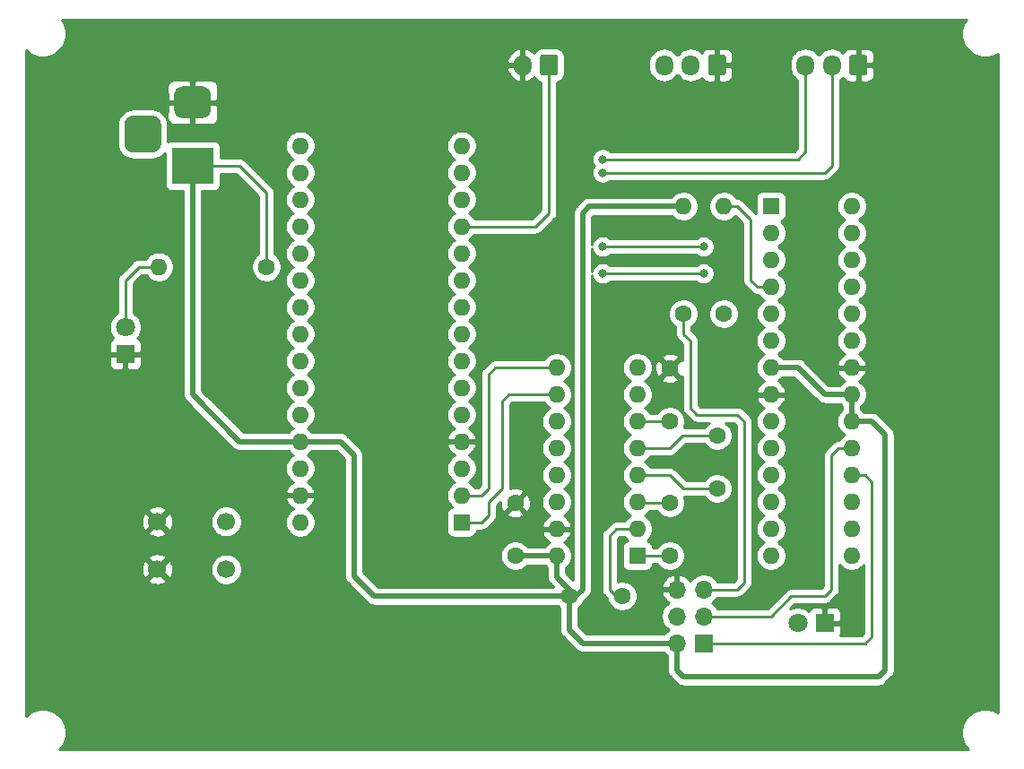
<source format=gbl>
%TF.GenerationSoftware,KiCad,Pcbnew,(5.1.9)-1*%
%TF.CreationDate,2021-03-23T20:02:45+09:00*%
%TF.ProjectId,IO,494f2e6b-6963-4616-945f-706362585858,rev?*%
%TF.SameCoordinates,Original*%
%TF.FileFunction,Copper,L2,Bot*%
%TF.FilePolarity,Positive*%
%FSLAX46Y46*%
G04 Gerber Fmt 4.6, Leading zero omitted, Abs format (unit mm)*
G04 Created by KiCad (PCBNEW (5.1.9)-1) date 2021-03-23 20:02:45*
%MOMM*%
%LPD*%
G01*
G04 APERTURE LIST*
%TA.AperFunction,ComponentPad*%
%ADD10C,1.600000*%
%TD*%
%TA.AperFunction,ComponentPad*%
%ADD11O,1.700000X1.700000*%
%TD*%
%TA.AperFunction,ComponentPad*%
%ADD12R,1.700000X1.700000*%
%TD*%
%TA.AperFunction,ComponentPad*%
%ADD13O,1.600000X1.600000*%
%TD*%
%TA.AperFunction,ComponentPad*%
%ADD14C,1.800000*%
%TD*%
%TA.AperFunction,ComponentPad*%
%ADD15R,1.800000X1.800000*%
%TD*%
%TA.AperFunction,ComponentPad*%
%ADD16R,1.600000X1.600000*%
%TD*%
%TA.AperFunction,ComponentPad*%
%ADD17O,1.700000X1.950000*%
%TD*%
%TA.AperFunction,ComponentPad*%
%ADD18O,1.700000X2.000000*%
%TD*%
%TA.AperFunction,ComponentPad*%
%ADD19R,4.000000X3.500000*%
%TD*%
%TA.AperFunction,ComponentPad*%
%ADD20C,1.700000*%
%TD*%
%TA.AperFunction,ViaPad*%
%ADD21C,0.800000*%
%TD*%
%TA.AperFunction,Conductor*%
%ADD22C,0.500000*%
%TD*%
%TA.AperFunction,Conductor*%
%ADD23C,0.250000*%
%TD*%
%TA.AperFunction,Conductor*%
%ADD24C,0.254000*%
%TD*%
%TA.AperFunction,Conductor*%
%ADD25C,0.100000*%
%TD*%
G04 APERTURE END LIST*
D10*
%TO.P,C5,2*%
%TO.N,GND*%
X111125000Y-89615000D03*
%TO.P,C5,1*%
%TO.N,+5V*%
X111125000Y-94615000D03*
%TD*%
D11*
%TO.P,OP_ISP,6*%
%TO.N,GND*%
X126365000Y-97790000D03*
%TO.P,OP_ISP,5*%
%TO.N,Net-(OP_ISP1-Pad5)*%
X128905000Y-97790000D03*
%TO.P,OP_ISP,4*%
%TO.N,Net-(OP_ISP1-Pad4)*%
X126365000Y-100330000D03*
%TO.P,OP_ISP,3*%
%TO.N,Net-(OP_ISP1-Pad3)*%
X128905000Y-100330000D03*
%TO.P,OP_ISP,2*%
%TO.N,+5V*%
X126365000Y-102870000D03*
D12*
%TO.P,OP_ISP,1*%
%TO.N,Net-(OP_ISP1-Pad1)*%
X128905000Y-102870000D03*
%TD*%
D13*
%TO.P,PWR_R1,2*%
%TO.N,Net-(PWR_LED1-Pad2)*%
X77470000Y-67310000D03*
D10*
%TO.P,PWR_R1,1*%
%TO.N,+5V*%
X87630000Y-67310000D03*
%TD*%
D14*
%TO.P,PWR_LED1,2*%
%TO.N,Net-(PWR_LED1-Pad2)*%
X74295000Y-73025000D03*
D15*
%TO.P,PWR_LED1,1*%
%TO.N,GND*%
X74295000Y-75565000D03*
%TD*%
D13*
%TO.P,OP_MEGA328P,28*%
%TO.N,N/C*%
X142875000Y-61595000D03*
%TO.P,OP_MEGA328P,14*%
X135255000Y-94615000D03*
%TO.P,OP_MEGA328P,27*%
X142875000Y-64135000D03*
%TO.P,OP_MEGA328P,13*%
X135255000Y-92075000D03*
%TO.P,OP_MEGA328P,26*%
X142875000Y-66675000D03*
%TO.P,OP_MEGA328P,12*%
X135255000Y-89535000D03*
%TO.P,OP_MEGA328P,25*%
X142875000Y-69215000D03*
%TO.P,OP_MEGA328P,11*%
X135255000Y-86995000D03*
%TO.P,OP_MEGA328P,24*%
X142875000Y-71755000D03*
%TO.P,OP_MEGA328P,10*%
X135255000Y-84455000D03*
%TO.P,OP_MEGA328P,23*%
X142875000Y-74295000D03*
%TO.P,OP_MEGA328P,9*%
X135255000Y-81915000D03*
%TO.P,OP_MEGA328P,22*%
%TO.N,GND*%
X142875000Y-76835000D03*
%TO.P,OP_MEGA328P,8*%
X135255000Y-79375000D03*
%TO.P,OP_MEGA328P,21*%
%TO.N,+5V*%
X142875000Y-79375000D03*
%TO.P,OP_MEGA328P,7*%
X135255000Y-76835000D03*
%TO.P,OP_MEGA328P,20*%
X142875000Y-81915000D03*
%TO.P,OP_MEGA328P,6*%
%TO.N,N/C*%
X135255000Y-74295000D03*
%TO.P,OP_MEGA328P,19*%
%TO.N,Net-(OP_ISP1-Pad3)*%
X142875000Y-84455000D03*
%TO.P,OP_MEGA328P,5*%
%TO.N,N/C*%
X135255000Y-71755000D03*
%TO.P,OP_MEGA328P,18*%
%TO.N,Net-(OP_ISP1-Pad1)*%
X142875000Y-86995000D03*
%TO.P,OP_MEGA328P,4*%
%TO.N,Net-(OP_R2-Pad2)*%
X135255000Y-69215000D03*
%TO.P,OP_MEGA328P,17*%
%TO.N,Net-(OP_ISP1-Pad4)*%
X142875000Y-89535000D03*
%TO.P,OP_MEGA328P,3*%
%TO.N,Net-(OP_U2-Pad3)*%
X135255000Y-66675000D03*
%TO.P,OP_MEGA328P,16*%
%TO.N,N/C*%
X142875000Y-92075000D03*
%TO.P,OP_MEGA328P,2*%
%TO.N,Net-(OP_U2-Pad2)*%
X135255000Y-64135000D03*
%TO.P,OP_MEGA328P,15*%
%TO.N,N/C*%
X142875000Y-94615000D03*
D16*
%TO.P,OP_MEGA328P,1*%
%TO.N,Net-(OP_ISP1-Pad5)*%
X135255000Y-61595000D03*
%TD*%
D13*
%TO.P,OP_R2,2*%
%TO.N,Net-(OP_R2-Pad2)*%
X130810000Y-61595000D03*
D10*
%TO.P,OP_R2,1*%
%TO.N,Net-(OP_LED1-Pad2)*%
X130810000Y-71755000D03*
%TD*%
D13*
%TO.P,OP_R1,2*%
%TO.N,+5V*%
X127000000Y-61595000D03*
D10*
%TO.P,OP_R1,1*%
%TO.N,Net-(OP_ISP1-Pad5)*%
X127000000Y-71755000D03*
%TD*%
D14*
%TO.P,OP_LED1,2*%
%TO.N,Net-(OP_LED1-Pad2)*%
X137795000Y-100965000D03*
D15*
%TO.P,OP_LED1,1*%
%TO.N,GND*%
X140335000Y-100965000D03*
%TD*%
D17*
%TO.P,OP_CN3,3*%
%TO.N,Net-(OP_CN3-Pad3)*%
X138510000Y-48260000D03*
%TO.P,OP_CN3,2*%
%TO.N,Net-(OP_CN3-Pad2)*%
X141010000Y-48260000D03*
%TO.P,OP_CN3,1*%
%TO.N,GND*%
%TA.AperFunction,ComponentPad*%
G36*
G01*
X144360000Y-47535000D02*
X144360000Y-48985000D01*
G75*
G02*
X144110000Y-49235000I-250000J0D01*
G01*
X142910000Y-49235000D01*
G75*
G02*
X142660000Y-48985000I0J250000D01*
G01*
X142660000Y-47535000D01*
G75*
G02*
X142910000Y-47285000I250000J0D01*
G01*
X144110000Y-47285000D01*
G75*
G02*
X144360000Y-47535000I0J-250000D01*
G01*
G37*
%TD.AperFunction*%
%TD*%
D10*
%TO.P,C4,2*%
%TO.N,Net-(C4-Pad2)*%
X125730000Y-89615000D03*
%TO.P,C4,1*%
%TO.N,Net-(C4-Pad1)*%
X125730000Y-94615000D03*
%TD*%
%TO.P,C3,2*%
%TO.N,Net-(C3-Pad2)*%
X130175000Y-83265000D03*
%TO.P,C3,1*%
%TO.N,Net-(C3-Pad1)*%
X130175000Y-88265000D03*
%TD*%
%TO.P,C2,2*%
%TO.N,GND*%
X125730000Y-76915000D03*
%TO.P,C2,1*%
%TO.N,Net-(C2-Pad1)*%
X125730000Y-81915000D03*
%TD*%
%TO.P,C1,2*%
%TO.N,Net-(C1-Pad2)*%
X121205000Y-98425000D03*
%TO.P,C1,1*%
%TO.N,+5V*%
X116205000Y-98425000D03*
%TD*%
D18*
%TO.P,CN3,2*%
%TO.N,GND*%
X111800000Y-48260000D03*
%TO.P,CN3,1*%
%TO.N,Net-(CN3-Pad1)*%
%TA.AperFunction,ComponentPad*%
G36*
G01*
X115150000Y-47510000D02*
X115150000Y-49010000D01*
G75*
G02*
X114900000Y-49260000I-250000J0D01*
G01*
X113700000Y-49260000D01*
G75*
G02*
X113450000Y-49010000I0J250000D01*
G01*
X113450000Y-47510000D01*
G75*
G02*
X113700000Y-47260000I250000J0D01*
G01*
X114900000Y-47260000D01*
G75*
G02*
X115150000Y-47510000I0J-250000D01*
G01*
G37*
%TD.AperFunction*%
%TD*%
D16*
%TO.P,Nano1,1*%
%TO.N,Net-(Nano1-Pad1)*%
X106045000Y-91440000D03*
D13*
%TO.P,Nano1,17*%
%TO.N,N/C*%
X90805000Y-58420000D03*
%TO.P,Nano1,2*%
%TO.N,Net-(Nano1-Pad2)*%
X106045000Y-88900000D03*
%TO.P,Nano1,18*%
%TO.N,N/C*%
X90805000Y-60960000D03*
%TO.P,Nano1,3*%
X106045000Y-86360000D03*
%TO.P,Nano1,19*%
X90805000Y-63500000D03*
%TO.P,Nano1,4*%
%TO.N,GND*%
X106045000Y-83820000D03*
%TO.P,Nano1,20*%
%TO.N,N/C*%
X90805000Y-66040000D03*
%TO.P,Nano1,5*%
X106045000Y-81280000D03*
%TO.P,Nano1,21*%
X90805000Y-68580000D03*
%TO.P,Nano1,6*%
X106045000Y-78740000D03*
%TO.P,Nano1,22*%
X90805000Y-71120000D03*
%TO.P,Nano1,7*%
X106045000Y-76200000D03*
%TO.P,Nano1,23*%
X90805000Y-73660000D03*
%TO.P,Nano1,8*%
X106045000Y-73660000D03*
%TO.P,Nano1,24*%
X90805000Y-76200000D03*
%TO.P,Nano1,9*%
X106045000Y-71120000D03*
%TO.P,Nano1,25*%
X90805000Y-78740000D03*
%TO.P,Nano1,10*%
X106045000Y-68580000D03*
%TO.P,Nano1,26*%
X90805000Y-81280000D03*
%TO.P,Nano1,11*%
X106045000Y-66040000D03*
%TO.P,Nano1,27*%
%TO.N,+5V*%
X90805000Y-83820000D03*
%TO.P,Nano1,12*%
%TO.N,Net-(CN3-Pad1)*%
X106045000Y-63500000D03*
%TO.P,Nano1,28*%
%TO.N,N/C*%
X90805000Y-86360000D03*
%TO.P,Nano1,13*%
X106045000Y-60960000D03*
%TO.P,Nano1,29*%
%TO.N,GND*%
X90805000Y-88900000D03*
%TO.P,Nano1,14*%
%TO.N,N/C*%
X106045000Y-58420000D03*
%TO.P,Nano1,30*%
X90805000Y-91440000D03*
%TO.P,Nano1,15*%
X106045000Y-55880000D03*
%TO.P,Nano1,16*%
X90805000Y-55880000D03*
%TD*%
%TO.P,CN1,3*%
%TO.N,N/C*%
%TA.AperFunction,ComponentPad*%
G36*
G01*
X75070000Y-53035000D02*
X76820000Y-53035000D01*
G75*
G02*
X77695000Y-53910000I0J-875000D01*
G01*
X77695000Y-55660000D01*
G75*
G02*
X76820000Y-56535000I-875000J0D01*
G01*
X75070000Y-56535000D01*
G75*
G02*
X74195000Y-55660000I0J875000D01*
G01*
X74195000Y-53910000D01*
G75*
G02*
X75070000Y-53035000I875000J0D01*
G01*
G37*
%TD.AperFunction*%
%TO.P,CN1,2*%
%TO.N,GND*%
%TA.AperFunction,ComponentPad*%
G36*
G01*
X79645000Y-50285000D02*
X81645000Y-50285000D01*
G75*
G02*
X82395000Y-51035000I0J-750000D01*
G01*
X82395000Y-52535000D01*
G75*
G02*
X81645000Y-53285000I-750000J0D01*
G01*
X79645000Y-53285000D01*
G75*
G02*
X78895000Y-52535000I0J750000D01*
G01*
X78895000Y-51035000D01*
G75*
G02*
X79645000Y-50285000I750000J0D01*
G01*
G37*
%TD.AperFunction*%
D19*
%TO.P,CN1,1*%
%TO.N,+5V*%
X80645000Y-57785000D03*
%TD*%
D17*
%TO.P,CN2,3*%
%TO.N,Net-(CN2-Pad3)*%
X125175000Y-48260000D03*
%TO.P,CN2,2*%
%TO.N,Net-(CN2-Pad2)*%
X127675000Y-48260000D03*
%TO.P,CN2,1*%
%TO.N,GND*%
%TA.AperFunction,ComponentPad*%
G36*
G01*
X131025000Y-47535000D02*
X131025000Y-48985000D01*
G75*
G02*
X130775000Y-49235000I-250000J0D01*
G01*
X129575000Y-49235000D01*
G75*
G02*
X129325000Y-48985000I0J250000D01*
G01*
X129325000Y-47535000D01*
G75*
G02*
X129575000Y-47285000I250000J0D01*
G01*
X130775000Y-47285000D01*
G75*
G02*
X131025000Y-47535000I0J-250000D01*
G01*
G37*
%TD.AperFunction*%
%TD*%
D20*
%TO.P,TEST1,4*%
%TO.N,GND*%
X77320000Y-91385000D03*
%TO.P,TEST1,3*%
%TO.N,Net-(CN3-Pad1)*%
X83820000Y-91385000D03*
%TO.P,TEST1,2*%
%TO.N,GND*%
X77320000Y-95885000D03*
%TO.P,TEST1,1*%
%TO.N,N/C*%
X83820000Y-95885000D03*
%TD*%
D16*
%TO.P,232 Driver,1*%
%TO.N,Net-(C4-Pad1)*%
X122645000Y-94615000D03*
D13*
%TO.P,232 Driver,9*%
%TO.N,Net-(Nano1-Pad2)*%
X115025000Y-76835000D03*
%TO.P,232 Driver,2*%
%TO.N,Net-(C1-Pad2)*%
X122645000Y-92075000D03*
%TO.P,232 Driver,10*%
%TO.N,Net-(Nano1-Pad1)*%
X115025000Y-79375000D03*
%TO.P,232 Driver,3*%
%TO.N,Net-(C4-Pad2)*%
X122645000Y-89535000D03*
%TO.P,232 Driver,11*%
%TO.N,Net-(OP_U2-Pad3)*%
X115025000Y-81915000D03*
%TO.P,232 Driver,4*%
%TO.N,Net-(C3-Pad1)*%
X122645000Y-86995000D03*
%TO.P,232 Driver,12*%
%TO.N,Net-(OP_U2-Pad2)*%
X115025000Y-84455000D03*
%TO.P,232 Driver,5*%
%TO.N,Net-(C3-Pad2)*%
X122645000Y-84455000D03*
%TO.P,232 Driver,13*%
%TO.N,Net-(OP_CN3-Pad2)*%
X115025000Y-86995000D03*
%TO.P,232 Driver,6*%
%TO.N,Net-(C2-Pad1)*%
X122645000Y-81915000D03*
%TO.P,232 Driver,14*%
%TO.N,Net-(OP_CN3-Pad3)*%
X115025000Y-89535000D03*
%TO.P,232 Driver,7*%
%TO.N,Net-(CN2-Pad3)*%
X122645000Y-79375000D03*
%TO.P,232 Driver,15*%
%TO.N,GND*%
X115025000Y-92075000D03*
%TO.P,232 Driver,8*%
%TO.N,Net-(CN2-Pad2)*%
X122645000Y-76835000D03*
%TO.P,232 Driver,16*%
%TO.N,+5V*%
X115025000Y-94615000D03*
%TD*%
D21*
%TO.N,GND*%
X154940000Y-60960000D03*
X154940000Y-68580000D03*
X154940000Y-91440000D03*
X113665000Y-109220000D03*
X113665000Y-106680000D03*
X114935000Y-106680000D03*
X116205000Y-109220000D03*
X113665000Y-105410000D03*
X116205000Y-107950000D03*
X113665000Y-107950000D03*
X114935000Y-109220000D03*
X114935000Y-107950000D03*
X116205000Y-105410000D03*
X114935000Y-105410000D03*
X116205000Y-106680000D03*
X83820000Y-77470000D03*
X83820000Y-74930000D03*
X85090000Y-74930000D03*
X86360000Y-77470000D03*
X83820000Y-73660000D03*
X86360000Y-76200000D03*
X83820000Y-76200000D03*
X85090000Y-77470000D03*
X85090000Y-76200000D03*
X86360000Y-73660000D03*
X85090000Y-73660000D03*
X86360000Y-74930000D03*
X71755000Y-104140000D03*
X71755000Y-101600000D03*
X73025000Y-101600000D03*
X74295000Y-104140000D03*
X71755000Y-100330000D03*
X74295000Y-102870000D03*
X71755000Y-102870000D03*
X73025000Y-104140000D03*
X73025000Y-102870000D03*
X74295000Y-100330000D03*
X73025000Y-100330000D03*
X74295000Y-101600000D03*
X154940000Y-49530000D03*
X154940000Y-53340000D03*
X154940000Y-57150000D03*
X154940000Y-64770000D03*
X154940000Y-72390000D03*
X154940000Y-76200000D03*
X154940000Y-80010000D03*
X154940000Y-83820000D03*
X154940000Y-87630000D03*
X151765000Y-106680000D03*
X149225000Y-107950000D03*
X150495000Y-105410000D03*
X150495000Y-107950000D03*
X149225000Y-104140000D03*
X150495000Y-104140000D03*
X150495000Y-106680000D03*
X151765000Y-107950000D03*
X151765000Y-105410000D03*
X151765000Y-104140000D03*
X149225000Y-105410000D03*
X149225000Y-106680000D03*
X67945000Y-58420000D03*
X67945000Y-62230000D03*
X67945000Y-66040000D03*
X67945000Y-50800000D03*
X67945000Y-54610000D03*
X117475000Y-111125000D03*
X125095000Y-111125000D03*
X121285000Y-111125000D03*
X132715000Y-111125000D03*
X144145000Y-111125000D03*
X140335000Y-111125000D03*
X136525000Y-111125000D03*
X113665000Y-111125000D03*
X128905000Y-111125000D03*
X109855000Y-111125000D03*
X151765000Y-111125000D03*
X147955000Y-111125000D03*
X146685000Y-55880000D03*
X146685000Y-54610000D03*
X145415000Y-54610000D03*
X147955000Y-55880000D03*
X146685000Y-58420000D03*
X147955000Y-58420000D03*
X147955000Y-54610000D03*
X146685000Y-57150000D03*
X147955000Y-57150000D03*
X145415000Y-55880000D03*
X145415000Y-58420000D03*
X145415000Y-57150000D03*
X154940000Y-95250000D03*
X154940000Y-99060000D03*
X154940000Y-102870000D03*
X154940000Y-107950000D03*
X106045000Y-111125000D03*
X102235000Y-111125000D03*
X98425000Y-111125000D03*
X94615000Y-111125000D03*
X90805000Y-111125000D03*
X86995000Y-111125000D03*
X83185000Y-111125000D03*
X79375000Y-111125000D03*
X75565000Y-111125000D03*
X71755000Y-111125000D03*
X67945000Y-107950000D03*
X67945000Y-104140000D03*
X67945000Y-100330000D03*
X67945000Y-96520000D03*
X67945000Y-92710000D03*
X67945000Y-88900000D03*
X67945000Y-85090000D03*
X67945000Y-81280000D03*
X67945000Y-77470000D03*
X67945000Y-73660000D03*
X67945000Y-69850000D03*
%TO.N,Net-(OP_CN3-Pad3)*%
X119380000Y-57150000D03*
%TO.N,Net-(OP_CN3-Pad2)*%
X119380000Y-58420000D03*
%TO.N,Net-(OP_U2-Pad3)*%
X119380000Y-67945000D03*
X128905000Y-67945000D03*
%TO.N,Net-(OP_U2-Pad2)*%
X128905000Y-65405000D03*
X119380000Y-65405000D03*
%TD*%
D22*
%TO.N,+5V*%
X80645000Y-79375000D02*
X80645000Y-63500000D01*
X85090000Y-83820000D02*
X80645000Y-79375000D01*
X90805000Y-83820000D02*
X85090000Y-83820000D01*
X114730000Y-94615000D02*
X115025000Y-94320000D01*
X95885000Y-85090000D02*
X95885000Y-96520000D01*
X94615000Y-83820000D02*
X95885000Y-85090000D01*
X90805000Y-83820000D02*
X94615000Y-83820000D01*
X111125000Y-94615000D02*
X115025000Y-94615000D01*
X116205000Y-98425000D02*
X116205000Y-101600000D01*
X116205000Y-101600000D02*
X117475000Y-102870000D01*
X117475000Y-102870000D02*
X126365000Y-102870000D01*
X120015000Y-61595000D02*
X127000000Y-61595000D01*
X144780000Y-81915000D02*
X142875000Y-81915000D01*
X146050000Y-83185000D02*
X144780000Y-81915000D01*
X145415000Y-106045000D02*
X146050000Y-105410000D01*
X127000000Y-106045000D02*
X145415000Y-106045000D01*
X146050000Y-105410000D02*
X146050000Y-83185000D01*
X126365000Y-105410000D02*
X127000000Y-106045000D01*
X126365000Y-102870000D02*
X126365000Y-105410000D01*
X142875000Y-81915000D02*
X142875000Y-79375000D01*
X142875000Y-79375000D02*
X140335000Y-79375000D01*
X140335000Y-79375000D02*
X137795000Y-76835000D01*
X137795000Y-76835000D02*
X135255000Y-76835000D01*
X95885000Y-96520000D02*
X97790000Y-98425000D01*
X97790000Y-98425000D02*
X116205000Y-98425000D01*
X115025000Y-94615000D02*
X115025000Y-96610000D01*
X116205000Y-97790000D02*
X116205000Y-98425000D01*
X115025000Y-96610000D02*
X116205000Y-97790000D01*
X117475000Y-97790000D02*
X117475000Y-62230000D01*
X118110000Y-61595000D02*
X120015000Y-61595000D01*
X117475000Y-62230000D02*
X118110000Y-61595000D01*
X116840000Y-98425000D02*
X117475000Y-97790000D01*
X116205000Y-98425000D02*
X116840000Y-98425000D01*
X80645000Y-63500000D02*
X80645000Y-57785000D01*
D23*
X85090000Y-57785000D02*
X80645000Y-57785000D01*
X87630000Y-60325000D02*
X85090000Y-57785000D01*
X87630000Y-67310000D02*
X87630000Y-60325000D01*
%TO.N,Net-(C1-Pad2)*%
X121205000Y-98425000D02*
X120650000Y-98425000D01*
X120650000Y-98425000D02*
X120015000Y-97790000D01*
X120015000Y-97790000D02*
X120015000Y-92710000D01*
X120015000Y-92710000D02*
X120650000Y-92075000D01*
X120650000Y-92075000D02*
X122645000Y-92075000D01*
%TO.N,Net-(C3-Pad1)*%
X122645000Y-86700000D02*
X122895000Y-86700000D01*
X122645000Y-86995000D02*
X125730000Y-86995000D01*
X125730000Y-86995000D02*
X127000000Y-88265000D01*
X127000000Y-88265000D02*
X130175000Y-88265000D01*
%TO.N,Net-(C3-Pad2)*%
X126920000Y-83265000D02*
X130175000Y-83265000D01*
X125730000Y-84455000D02*
X126920000Y-83265000D01*
X122645000Y-84455000D02*
X125730000Y-84455000D01*
%TO.N,Net-(C4-Pad2)*%
X122725000Y-89615000D02*
X122645000Y-89535000D01*
X125730000Y-89615000D02*
X122725000Y-89615000D01*
%TO.N,Net-(C4-Pad1)*%
X122645000Y-94615000D02*
X125730000Y-94615000D01*
%TO.N,Net-(Nano1-Pad1)*%
X109855000Y-88265000D02*
X109855000Y-80010000D01*
X108585000Y-89535000D02*
X109855000Y-88265000D01*
X108585000Y-90805000D02*
X108585000Y-89535000D01*
X107950000Y-91440000D02*
X108585000Y-90805000D01*
X106045000Y-91440000D02*
X107950000Y-91440000D01*
X109855000Y-80010000D02*
X110490000Y-79375000D01*
X110490000Y-79375000D02*
X115025000Y-79375000D01*
%TO.N,Net-(Nano1-Pad2)*%
X106045000Y-88900000D02*
X107950000Y-88900000D01*
X107950000Y-88900000D02*
X108585000Y-88265000D01*
X108585000Y-88265000D02*
X108585000Y-77470000D01*
X108585000Y-77470000D02*
X109220000Y-76835000D01*
X109220000Y-76835000D02*
X115025000Y-76835000D01*
%TO.N,Net-(CN3-Pad1)*%
X114300000Y-62230000D02*
X114300000Y-53975000D01*
X113030000Y-63500000D02*
X114300000Y-62230000D01*
X106045000Y-63500000D02*
X113030000Y-63500000D01*
X114300000Y-53975000D02*
X114300000Y-48260000D01*
%TO.N,Net-(C2-Pad1)*%
X122645000Y-81915000D02*
X125730000Y-81915000D01*
%TO.N,Net-(OP_CN3-Pad3)*%
X138510000Y-56435000D02*
X138510000Y-48260000D01*
X137795000Y-57150000D02*
X138510000Y-56435000D01*
X119380000Y-57150000D02*
X137795000Y-57150000D01*
%TO.N,Net-(OP_CN3-Pad2)*%
X141010000Y-57745000D02*
X141010000Y-48260000D01*
X140335000Y-58420000D02*
X141010000Y-57745000D01*
X119380000Y-58420000D02*
X140335000Y-58420000D01*
%TO.N,Net-(OP_ISP1-Pad5)*%
X128905000Y-97790000D02*
X132080000Y-97790000D01*
X132080000Y-97790000D02*
X132715000Y-97155000D01*
X132715000Y-97155000D02*
X132715000Y-81915000D01*
X132715000Y-81915000D02*
X132080000Y-81280000D01*
X132080000Y-81280000D02*
X128270000Y-81280000D01*
X128270000Y-81280000D02*
X127635000Y-80645000D01*
X127635000Y-80645000D02*
X127635000Y-74295000D01*
X127635000Y-74295000D02*
X127000000Y-73660000D01*
X127000000Y-73660000D02*
X127000000Y-71755000D01*
%TO.N,Net-(OP_ISP1-Pad3)*%
X128905000Y-100330000D02*
X135255000Y-100330000D01*
X135255000Y-100330000D02*
X137160000Y-98425000D01*
X137160000Y-98425000D02*
X140335000Y-98425000D01*
X140335000Y-98425000D02*
X140970000Y-97790000D01*
X140970000Y-97790000D02*
X140970000Y-85090000D01*
X140970000Y-85090000D02*
X141605000Y-84455000D01*
X141605000Y-84455000D02*
X142875000Y-84455000D01*
%TO.N,Net-(OP_ISP1-Pad1)*%
X128905000Y-102870000D02*
X144145000Y-102870000D01*
X144145000Y-102870000D02*
X144780000Y-102235000D01*
X144780000Y-102235000D02*
X144780000Y-87630000D01*
X144780000Y-87630000D02*
X144145000Y-86995000D01*
X144145000Y-86995000D02*
X142875000Y-86995000D01*
%TO.N,Net-(OP_R2-Pad2)*%
X132080000Y-61595000D02*
X130810000Y-61595000D01*
X133350000Y-62865000D02*
X132080000Y-61595000D01*
X133350000Y-68580000D02*
X133350000Y-62865000D01*
X133985000Y-69215000D02*
X133350000Y-68580000D01*
X135255000Y-69215000D02*
X133985000Y-69215000D01*
%TO.N,Net-(OP_U2-Pad3)*%
X119380000Y-67945000D02*
X128270000Y-67945000D01*
X128270000Y-67945000D02*
X128905000Y-67945000D01*
%TO.N,Net-(OP_U2-Pad2)*%
X128905000Y-65405000D02*
X119380000Y-65405000D01*
%TO.N,Net-(PWR_LED1-Pad2)*%
X77470000Y-67310000D02*
X75565000Y-67310000D01*
X74295000Y-68580000D02*
X74295000Y-73025000D01*
X75565000Y-67310000D02*
X74295000Y-68580000D01*
%TD*%
D24*
%TO.N,GND*%
X153519369Y-44241331D02*
X153350890Y-44648075D01*
X153265000Y-45079872D01*
X153265000Y-45520128D01*
X153350890Y-45951925D01*
X153519369Y-46358669D01*
X153763962Y-46724729D01*
X154075271Y-47036038D01*
X154441331Y-47280631D01*
X154848075Y-47449110D01*
X155279872Y-47535000D01*
X155720128Y-47535000D01*
X156151925Y-47449110D01*
X156558669Y-47280631D01*
X156718000Y-47174170D01*
X156718000Y-109425830D01*
X156558669Y-109319369D01*
X156151925Y-109150890D01*
X155720128Y-109065000D01*
X155279872Y-109065000D01*
X154848075Y-109150890D01*
X154441331Y-109319369D01*
X154075271Y-109563962D01*
X153763962Y-109875271D01*
X153519369Y-110241331D01*
X153350890Y-110648075D01*
X153265000Y-111079872D01*
X153265000Y-111520128D01*
X153350890Y-111951925D01*
X153519369Y-112358669D01*
X153763962Y-112724729D01*
X153942233Y-112903000D01*
X68057767Y-112903000D01*
X68236038Y-112724729D01*
X68480631Y-112358669D01*
X68649110Y-111951925D01*
X68735000Y-111520128D01*
X68735000Y-111079872D01*
X68649110Y-110648075D01*
X68480631Y-110241331D01*
X68236038Y-109875271D01*
X67924729Y-109563962D01*
X67558669Y-109319369D01*
X67151925Y-109150890D01*
X66720128Y-109065000D01*
X66279872Y-109065000D01*
X65848075Y-109150890D01*
X65441331Y-109319369D01*
X65075271Y-109563962D01*
X64897000Y-109742233D01*
X64897000Y-96913397D01*
X76471208Y-96913397D01*
X76548843Y-97162472D01*
X76812883Y-97288371D01*
X77096411Y-97360339D01*
X77388531Y-97375611D01*
X77678019Y-97333599D01*
X77953747Y-97235919D01*
X78091157Y-97162472D01*
X78168792Y-96913397D01*
X77320000Y-96064605D01*
X76471208Y-96913397D01*
X64897000Y-96913397D01*
X64897000Y-95953531D01*
X75829389Y-95953531D01*
X75871401Y-96243019D01*
X75969081Y-96518747D01*
X76042528Y-96656157D01*
X76291603Y-96733792D01*
X77140395Y-95885000D01*
X77499605Y-95885000D01*
X78348397Y-96733792D01*
X78597472Y-96656157D01*
X78723371Y-96392117D01*
X78795339Y-96108589D01*
X78810611Y-95816469D01*
X78799331Y-95738740D01*
X82335000Y-95738740D01*
X82335000Y-96031260D01*
X82392068Y-96318158D01*
X82504010Y-96588411D01*
X82666525Y-96831632D01*
X82873368Y-97038475D01*
X83116589Y-97200990D01*
X83386842Y-97312932D01*
X83673740Y-97370000D01*
X83966260Y-97370000D01*
X84253158Y-97312932D01*
X84523411Y-97200990D01*
X84766632Y-97038475D01*
X84973475Y-96831632D01*
X85135990Y-96588411D01*
X85247932Y-96318158D01*
X85305000Y-96031260D01*
X85305000Y-95738740D01*
X85247932Y-95451842D01*
X85135990Y-95181589D01*
X84973475Y-94938368D01*
X84766632Y-94731525D01*
X84523411Y-94569010D01*
X84253158Y-94457068D01*
X83966260Y-94400000D01*
X83673740Y-94400000D01*
X83386842Y-94457068D01*
X83116589Y-94569010D01*
X82873368Y-94731525D01*
X82666525Y-94938368D01*
X82504010Y-95181589D01*
X82392068Y-95451842D01*
X82335000Y-95738740D01*
X78799331Y-95738740D01*
X78768599Y-95526981D01*
X78670919Y-95251253D01*
X78597472Y-95113843D01*
X78348397Y-95036208D01*
X77499605Y-95885000D01*
X77140395Y-95885000D01*
X76291603Y-95036208D01*
X76042528Y-95113843D01*
X75916629Y-95377883D01*
X75844661Y-95661411D01*
X75829389Y-95953531D01*
X64897000Y-95953531D01*
X64897000Y-94856603D01*
X76471208Y-94856603D01*
X77320000Y-95705395D01*
X78168792Y-94856603D01*
X78091157Y-94607528D01*
X77827117Y-94481629D01*
X77543589Y-94409661D01*
X77251469Y-94394389D01*
X76961981Y-94436401D01*
X76686253Y-94534081D01*
X76548843Y-94607528D01*
X76471208Y-94856603D01*
X64897000Y-94856603D01*
X64897000Y-92413397D01*
X76471208Y-92413397D01*
X76548843Y-92662472D01*
X76812883Y-92788371D01*
X77096411Y-92860339D01*
X77388531Y-92875611D01*
X77678019Y-92833599D01*
X77953747Y-92735919D01*
X78091157Y-92662472D01*
X78168792Y-92413397D01*
X77320000Y-91564605D01*
X76471208Y-92413397D01*
X64897000Y-92413397D01*
X64897000Y-91453531D01*
X75829389Y-91453531D01*
X75871401Y-91743019D01*
X75969081Y-92018747D01*
X76042528Y-92156157D01*
X76291603Y-92233792D01*
X77140395Y-91385000D01*
X77499605Y-91385000D01*
X78348397Y-92233792D01*
X78597472Y-92156157D01*
X78723371Y-91892117D01*
X78795339Y-91608589D01*
X78810611Y-91316469D01*
X78799331Y-91238740D01*
X82335000Y-91238740D01*
X82335000Y-91531260D01*
X82392068Y-91818158D01*
X82504010Y-92088411D01*
X82666525Y-92331632D01*
X82873368Y-92538475D01*
X83116589Y-92700990D01*
X83386842Y-92812932D01*
X83673740Y-92870000D01*
X83966260Y-92870000D01*
X84253158Y-92812932D01*
X84523411Y-92700990D01*
X84766632Y-92538475D01*
X84973475Y-92331632D01*
X85135990Y-92088411D01*
X85247932Y-91818158D01*
X85305000Y-91531260D01*
X85305000Y-91298665D01*
X89370000Y-91298665D01*
X89370000Y-91581335D01*
X89425147Y-91858574D01*
X89533320Y-92119727D01*
X89690363Y-92354759D01*
X89890241Y-92554637D01*
X90125273Y-92711680D01*
X90386426Y-92819853D01*
X90663665Y-92875000D01*
X90946335Y-92875000D01*
X91223574Y-92819853D01*
X91484727Y-92711680D01*
X91719759Y-92554637D01*
X91919637Y-92354759D01*
X92076680Y-92119727D01*
X92184853Y-91858574D01*
X92240000Y-91581335D01*
X92240000Y-91298665D01*
X92184853Y-91021426D01*
X92076680Y-90760273D01*
X91919637Y-90525241D01*
X91719759Y-90325363D01*
X91484727Y-90168320D01*
X91474135Y-90163933D01*
X91660131Y-90052385D01*
X91868519Y-89863414D01*
X92036037Y-89637420D01*
X92156246Y-89383087D01*
X92196904Y-89249039D01*
X92074915Y-89027000D01*
X90932000Y-89027000D01*
X90932000Y-89047000D01*
X90678000Y-89047000D01*
X90678000Y-89027000D01*
X89535085Y-89027000D01*
X89413096Y-89249039D01*
X89453754Y-89383087D01*
X89573963Y-89637420D01*
X89741481Y-89863414D01*
X89949869Y-90052385D01*
X90135865Y-90163933D01*
X90125273Y-90168320D01*
X89890241Y-90325363D01*
X89690363Y-90525241D01*
X89533320Y-90760273D01*
X89425147Y-91021426D01*
X89370000Y-91298665D01*
X85305000Y-91298665D01*
X85305000Y-91238740D01*
X85247932Y-90951842D01*
X85135990Y-90681589D01*
X84973475Y-90438368D01*
X84766632Y-90231525D01*
X84523411Y-90069010D01*
X84253158Y-89957068D01*
X83966260Y-89900000D01*
X83673740Y-89900000D01*
X83386842Y-89957068D01*
X83116589Y-90069010D01*
X82873368Y-90231525D01*
X82666525Y-90438368D01*
X82504010Y-90681589D01*
X82392068Y-90951842D01*
X82335000Y-91238740D01*
X78799331Y-91238740D01*
X78768599Y-91026981D01*
X78670919Y-90751253D01*
X78597472Y-90613843D01*
X78348397Y-90536208D01*
X77499605Y-91385000D01*
X77140395Y-91385000D01*
X76291603Y-90536208D01*
X76042528Y-90613843D01*
X75916629Y-90877883D01*
X75844661Y-91161411D01*
X75829389Y-91453531D01*
X64897000Y-91453531D01*
X64897000Y-90356603D01*
X76471208Y-90356603D01*
X77320000Y-91205395D01*
X78168792Y-90356603D01*
X78091157Y-90107528D01*
X77827117Y-89981629D01*
X77543589Y-89909661D01*
X77251469Y-89894389D01*
X76961981Y-89936401D01*
X76686253Y-90034081D01*
X76548843Y-90107528D01*
X76471208Y-90356603D01*
X64897000Y-90356603D01*
X64897000Y-76465000D01*
X72756928Y-76465000D01*
X72769188Y-76589482D01*
X72805498Y-76709180D01*
X72864463Y-76819494D01*
X72943815Y-76916185D01*
X73040506Y-76995537D01*
X73150820Y-77054502D01*
X73270518Y-77090812D01*
X73395000Y-77103072D01*
X74009250Y-77100000D01*
X74168000Y-76941250D01*
X74168000Y-75692000D01*
X74422000Y-75692000D01*
X74422000Y-76941250D01*
X74580750Y-77100000D01*
X75195000Y-77103072D01*
X75319482Y-77090812D01*
X75439180Y-77054502D01*
X75549494Y-76995537D01*
X75646185Y-76916185D01*
X75725537Y-76819494D01*
X75784502Y-76709180D01*
X75820812Y-76589482D01*
X75833072Y-76465000D01*
X75830000Y-75850750D01*
X75671250Y-75692000D01*
X74422000Y-75692000D01*
X74168000Y-75692000D01*
X72918750Y-75692000D01*
X72760000Y-75850750D01*
X72756928Y-76465000D01*
X64897000Y-76465000D01*
X64897000Y-74665000D01*
X72756928Y-74665000D01*
X72760000Y-75279250D01*
X72918750Y-75438000D01*
X74168000Y-75438000D01*
X74168000Y-75418000D01*
X74422000Y-75418000D01*
X74422000Y-75438000D01*
X75671250Y-75438000D01*
X75830000Y-75279250D01*
X75833072Y-74665000D01*
X75820812Y-74540518D01*
X75784502Y-74420820D01*
X75725537Y-74310506D01*
X75646185Y-74213815D01*
X75549494Y-74134463D01*
X75439180Y-74075498D01*
X75420873Y-74069944D01*
X75487312Y-74003505D01*
X75655299Y-73752095D01*
X75771011Y-73472743D01*
X75830000Y-73176184D01*
X75830000Y-72873816D01*
X75771011Y-72577257D01*
X75655299Y-72297905D01*
X75487312Y-72046495D01*
X75273505Y-71832688D01*
X75055000Y-71686687D01*
X75055000Y-68894801D01*
X75879802Y-68070000D01*
X76251957Y-68070000D01*
X76355363Y-68224759D01*
X76555241Y-68424637D01*
X76790273Y-68581680D01*
X77051426Y-68689853D01*
X77328665Y-68745000D01*
X77611335Y-68745000D01*
X77888574Y-68689853D01*
X78149727Y-68581680D01*
X78384759Y-68424637D01*
X78584637Y-68224759D01*
X78741680Y-67989727D01*
X78849853Y-67728574D01*
X78905000Y-67451335D01*
X78905000Y-67168665D01*
X78849853Y-66891426D01*
X78741680Y-66630273D01*
X78584637Y-66395241D01*
X78384759Y-66195363D01*
X78149727Y-66038320D01*
X77888574Y-65930147D01*
X77611335Y-65875000D01*
X77328665Y-65875000D01*
X77051426Y-65930147D01*
X76790273Y-66038320D01*
X76555241Y-66195363D01*
X76355363Y-66395241D01*
X76251957Y-66550000D01*
X75602322Y-66550000D01*
X75564999Y-66546324D01*
X75527676Y-66550000D01*
X75527667Y-66550000D01*
X75416014Y-66560997D01*
X75272753Y-66604454D01*
X75140724Y-66675026D01*
X75024999Y-66769999D01*
X75001201Y-66798997D01*
X73784003Y-68016196D01*
X73754999Y-68039999D01*
X73705460Y-68100363D01*
X73660026Y-68155724D01*
X73623126Y-68224759D01*
X73589454Y-68287754D01*
X73545997Y-68431015D01*
X73535000Y-68542668D01*
X73535000Y-68542678D01*
X73531324Y-68580000D01*
X73535000Y-68617323D01*
X73535001Y-71686687D01*
X73316495Y-71832688D01*
X73102688Y-72046495D01*
X72934701Y-72297905D01*
X72818989Y-72577257D01*
X72760000Y-72873816D01*
X72760000Y-73176184D01*
X72818989Y-73472743D01*
X72934701Y-73752095D01*
X73102688Y-74003505D01*
X73169127Y-74069944D01*
X73150820Y-74075498D01*
X73040506Y-74134463D01*
X72943815Y-74213815D01*
X72864463Y-74310506D01*
X72805498Y-74420820D01*
X72769188Y-74540518D01*
X72756928Y-74665000D01*
X64897000Y-74665000D01*
X64897000Y-53910000D01*
X73556928Y-53910000D01*
X73556928Y-55660000D01*
X73586001Y-55955186D01*
X73672104Y-56239028D01*
X73811927Y-56500618D01*
X74000097Y-56729903D01*
X74229382Y-56918073D01*
X74490972Y-57057896D01*
X74774814Y-57143999D01*
X75070000Y-57173072D01*
X76820000Y-57173072D01*
X77115186Y-57143999D01*
X77399028Y-57057896D01*
X77660618Y-56918073D01*
X77889903Y-56729903D01*
X78006928Y-56587308D01*
X78006928Y-59535000D01*
X78019188Y-59659482D01*
X78055498Y-59779180D01*
X78114463Y-59889494D01*
X78193815Y-59986185D01*
X78290506Y-60065537D01*
X78400820Y-60124502D01*
X78520518Y-60160812D01*
X78645000Y-60173072D01*
X79760001Y-60173072D01*
X79760000Y-63543476D01*
X79760001Y-63543486D01*
X79760000Y-79331531D01*
X79755719Y-79375000D01*
X79760000Y-79418469D01*
X79760000Y-79418476D01*
X79772805Y-79548489D01*
X79823411Y-79715312D01*
X79905589Y-79869058D01*
X80016183Y-80003817D01*
X80049954Y-80031532D01*
X84433470Y-84415049D01*
X84461183Y-84448817D01*
X84494951Y-84476530D01*
X84494953Y-84476532D01*
X84517399Y-84494953D01*
X84595941Y-84559411D01*
X84749687Y-84641589D01*
X84916510Y-84692195D01*
X85046523Y-84705000D01*
X85046533Y-84705000D01*
X85089999Y-84709281D01*
X85133465Y-84705000D01*
X89670479Y-84705000D01*
X89690363Y-84734759D01*
X89890241Y-84934637D01*
X90122759Y-85090000D01*
X89890241Y-85245363D01*
X89690363Y-85445241D01*
X89533320Y-85680273D01*
X89425147Y-85941426D01*
X89370000Y-86218665D01*
X89370000Y-86501335D01*
X89425147Y-86778574D01*
X89533320Y-87039727D01*
X89690363Y-87274759D01*
X89890241Y-87474637D01*
X90125273Y-87631680D01*
X90135865Y-87636067D01*
X89949869Y-87747615D01*
X89741481Y-87936586D01*
X89573963Y-88162580D01*
X89453754Y-88416913D01*
X89413096Y-88550961D01*
X89535085Y-88773000D01*
X90678000Y-88773000D01*
X90678000Y-88753000D01*
X90932000Y-88753000D01*
X90932000Y-88773000D01*
X92074915Y-88773000D01*
X92196904Y-88550961D01*
X92156246Y-88416913D01*
X92036037Y-88162580D01*
X91868519Y-87936586D01*
X91660131Y-87747615D01*
X91474135Y-87636067D01*
X91484727Y-87631680D01*
X91719759Y-87474637D01*
X91919637Y-87274759D01*
X92076680Y-87039727D01*
X92184853Y-86778574D01*
X92240000Y-86501335D01*
X92240000Y-86218665D01*
X92184853Y-85941426D01*
X92076680Y-85680273D01*
X91919637Y-85445241D01*
X91719759Y-85245363D01*
X91487241Y-85090000D01*
X91719759Y-84934637D01*
X91919637Y-84734759D01*
X91939521Y-84705000D01*
X94248422Y-84705000D01*
X95000000Y-85456579D01*
X95000001Y-96476521D01*
X94995719Y-96520000D01*
X95012805Y-96693490D01*
X95063412Y-96860313D01*
X95145590Y-97014059D01*
X95228468Y-97115046D01*
X95228471Y-97115049D01*
X95256184Y-97148817D01*
X95289951Y-97176529D01*
X97133470Y-99020049D01*
X97161183Y-99053817D01*
X97194951Y-99081530D01*
X97194953Y-99081532D01*
X97223216Y-99104727D01*
X97295941Y-99164411D01*
X97449687Y-99246589D01*
X97616510Y-99297195D01*
X97746523Y-99310000D01*
X97746531Y-99310000D01*
X97790000Y-99314281D01*
X97833469Y-99310000D01*
X115070479Y-99310000D01*
X115090363Y-99339759D01*
X115290241Y-99539637D01*
X115320000Y-99559522D01*
X115320001Y-101556521D01*
X115315719Y-101600000D01*
X115332805Y-101773490D01*
X115383412Y-101940313D01*
X115465590Y-102094059D01*
X115548468Y-102195046D01*
X115548471Y-102195049D01*
X115576184Y-102228817D01*
X115609951Y-102256529D01*
X116818470Y-103465049D01*
X116846183Y-103498817D01*
X116879951Y-103526530D01*
X116879953Y-103526532D01*
X116937075Y-103573411D01*
X116980941Y-103609411D01*
X117134687Y-103691589D01*
X117301510Y-103742195D01*
X117431523Y-103755000D01*
X117431533Y-103755000D01*
X117474999Y-103759281D01*
X117518465Y-103755000D01*
X125170344Y-103755000D01*
X125211525Y-103816632D01*
X125418368Y-104023475D01*
X125480000Y-104064656D01*
X125480001Y-105366521D01*
X125475719Y-105410000D01*
X125492805Y-105583490D01*
X125543412Y-105750313D01*
X125625590Y-105904059D01*
X125708468Y-106005046D01*
X125708469Y-106005047D01*
X125736184Y-106038817D01*
X125769951Y-106066529D01*
X126343470Y-106640049D01*
X126371183Y-106673817D01*
X126404951Y-106701530D01*
X126404953Y-106701532D01*
X126505941Y-106784411D01*
X126659686Y-106866589D01*
X126826510Y-106917195D01*
X126956523Y-106930000D01*
X126956531Y-106930000D01*
X127000000Y-106934281D01*
X127043469Y-106930000D01*
X145371531Y-106930000D01*
X145415000Y-106934281D01*
X145458469Y-106930000D01*
X145458477Y-106930000D01*
X145588490Y-106917195D01*
X145755313Y-106866589D01*
X145909059Y-106784411D01*
X146043817Y-106673817D01*
X146071534Y-106640044D01*
X146645050Y-106066529D01*
X146678817Y-106038817D01*
X146706533Y-106005046D01*
X146789411Y-105904059D01*
X146871589Y-105750314D01*
X146922195Y-105583490D01*
X146925401Y-105550941D01*
X146935000Y-105453477D01*
X146935000Y-105453469D01*
X146939281Y-105410000D01*
X146935000Y-105366531D01*
X146935000Y-83228465D01*
X146939281Y-83184999D01*
X146935000Y-83141533D01*
X146935000Y-83141523D01*
X146922195Y-83011510D01*
X146871589Y-82844687D01*
X146789411Y-82690941D01*
X146678817Y-82556183D01*
X146645049Y-82528470D01*
X145436534Y-81319956D01*
X145408817Y-81286183D01*
X145274059Y-81175589D01*
X145120313Y-81093411D01*
X144953490Y-81042805D01*
X144823477Y-81030000D01*
X144823469Y-81030000D01*
X144780000Y-81025719D01*
X144736531Y-81030000D01*
X144009521Y-81030000D01*
X143989637Y-81000241D01*
X143789759Y-80800363D01*
X143760000Y-80780479D01*
X143760000Y-80509521D01*
X143789759Y-80489637D01*
X143989637Y-80289759D01*
X144146680Y-80054727D01*
X144254853Y-79793574D01*
X144310000Y-79516335D01*
X144310000Y-79233665D01*
X144254853Y-78956426D01*
X144146680Y-78695273D01*
X143989637Y-78460241D01*
X143789759Y-78260363D01*
X143554727Y-78103320D01*
X143544135Y-78098933D01*
X143730131Y-77987385D01*
X143938519Y-77798414D01*
X144106037Y-77572420D01*
X144226246Y-77318087D01*
X144266904Y-77184039D01*
X144144915Y-76962000D01*
X143002000Y-76962000D01*
X143002000Y-76982000D01*
X142748000Y-76982000D01*
X142748000Y-76962000D01*
X141605085Y-76962000D01*
X141483096Y-77184039D01*
X141523754Y-77318087D01*
X141643963Y-77572420D01*
X141811481Y-77798414D01*
X142019869Y-77987385D01*
X142205865Y-78098933D01*
X142195273Y-78103320D01*
X141960241Y-78260363D01*
X141760363Y-78460241D01*
X141740479Y-78490000D01*
X140701579Y-78490000D01*
X138451534Y-76239956D01*
X138423817Y-76206183D01*
X138289059Y-76095589D01*
X138135313Y-76013411D01*
X137968490Y-75962805D01*
X137838477Y-75950000D01*
X137838469Y-75950000D01*
X137795000Y-75945719D01*
X137751531Y-75950000D01*
X136389521Y-75950000D01*
X136369637Y-75920241D01*
X136169759Y-75720363D01*
X135937241Y-75565000D01*
X136169759Y-75409637D01*
X136369637Y-75209759D01*
X136526680Y-74974727D01*
X136634853Y-74713574D01*
X136690000Y-74436335D01*
X136690000Y-74153665D01*
X136634853Y-73876426D01*
X136526680Y-73615273D01*
X136369637Y-73380241D01*
X136169759Y-73180363D01*
X135937241Y-73025000D01*
X136169759Y-72869637D01*
X136369637Y-72669759D01*
X136526680Y-72434727D01*
X136634853Y-72173574D01*
X136690000Y-71896335D01*
X136690000Y-71613665D01*
X136634853Y-71336426D01*
X136526680Y-71075273D01*
X136369637Y-70840241D01*
X136169759Y-70640363D01*
X135937241Y-70485000D01*
X136169759Y-70329637D01*
X136369637Y-70129759D01*
X136526680Y-69894727D01*
X136634853Y-69633574D01*
X136690000Y-69356335D01*
X136690000Y-69073665D01*
X136634853Y-68796426D01*
X136526680Y-68535273D01*
X136369637Y-68300241D01*
X136169759Y-68100363D01*
X135937241Y-67945000D01*
X136169759Y-67789637D01*
X136369637Y-67589759D01*
X136526680Y-67354727D01*
X136634853Y-67093574D01*
X136690000Y-66816335D01*
X136690000Y-66533665D01*
X136634853Y-66256426D01*
X136526680Y-65995273D01*
X136369637Y-65760241D01*
X136169759Y-65560363D01*
X135937241Y-65405000D01*
X136169759Y-65249637D01*
X136369637Y-65049759D01*
X136526680Y-64814727D01*
X136634853Y-64553574D01*
X136690000Y-64276335D01*
X136690000Y-63993665D01*
X136634853Y-63716426D01*
X136526680Y-63455273D01*
X136369637Y-63220241D01*
X136171039Y-63021643D01*
X136179482Y-63020812D01*
X136299180Y-62984502D01*
X136409494Y-62925537D01*
X136506185Y-62846185D01*
X136585537Y-62749494D01*
X136644502Y-62639180D01*
X136680812Y-62519482D01*
X136693072Y-62395000D01*
X136693072Y-61453665D01*
X141440000Y-61453665D01*
X141440000Y-61736335D01*
X141495147Y-62013574D01*
X141603320Y-62274727D01*
X141760363Y-62509759D01*
X141960241Y-62709637D01*
X142192759Y-62865000D01*
X141960241Y-63020363D01*
X141760363Y-63220241D01*
X141603320Y-63455273D01*
X141495147Y-63716426D01*
X141440000Y-63993665D01*
X141440000Y-64276335D01*
X141495147Y-64553574D01*
X141603320Y-64814727D01*
X141760363Y-65049759D01*
X141960241Y-65249637D01*
X142192759Y-65405000D01*
X141960241Y-65560363D01*
X141760363Y-65760241D01*
X141603320Y-65995273D01*
X141495147Y-66256426D01*
X141440000Y-66533665D01*
X141440000Y-66816335D01*
X141495147Y-67093574D01*
X141603320Y-67354727D01*
X141760363Y-67589759D01*
X141960241Y-67789637D01*
X142192759Y-67945000D01*
X141960241Y-68100363D01*
X141760363Y-68300241D01*
X141603320Y-68535273D01*
X141495147Y-68796426D01*
X141440000Y-69073665D01*
X141440000Y-69356335D01*
X141495147Y-69633574D01*
X141603320Y-69894727D01*
X141760363Y-70129759D01*
X141960241Y-70329637D01*
X142192759Y-70485000D01*
X141960241Y-70640363D01*
X141760363Y-70840241D01*
X141603320Y-71075273D01*
X141495147Y-71336426D01*
X141440000Y-71613665D01*
X141440000Y-71896335D01*
X141495147Y-72173574D01*
X141603320Y-72434727D01*
X141760363Y-72669759D01*
X141960241Y-72869637D01*
X142192759Y-73025000D01*
X141960241Y-73180363D01*
X141760363Y-73380241D01*
X141603320Y-73615273D01*
X141495147Y-73876426D01*
X141440000Y-74153665D01*
X141440000Y-74436335D01*
X141495147Y-74713574D01*
X141603320Y-74974727D01*
X141760363Y-75209759D01*
X141960241Y-75409637D01*
X142195273Y-75566680D01*
X142205865Y-75571067D01*
X142019869Y-75682615D01*
X141811481Y-75871586D01*
X141643963Y-76097580D01*
X141523754Y-76351913D01*
X141483096Y-76485961D01*
X141605085Y-76708000D01*
X142748000Y-76708000D01*
X142748000Y-76688000D01*
X143002000Y-76688000D01*
X143002000Y-76708000D01*
X144144915Y-76708000D01*
X144266904Y-76485961D01*
X144226246Y-76351913D01*
X144106037Y-76097580D01*
X143938519Y-75871586D01*
X143730131Y-75682615D01*
X143544135Y-75571067D01*
X143554727Y-75566680D01*
X143789759Y-75409637D01*
X143989637Y-75209759D01*
X144146680Y-74974727D01*
X144254853Y-74713574D01*
X144310000Y-74436335D01*
X144310000Y-74153665D01*
X144254853Y-73876426D01*
X144146680Y-73615273D01*
X143989637Y-73380241D01*
X143789759Y-73180363D01*
X143557241Y-73025000D01*
X143789759Y-72869637D01*
X143989637Y-72669759D01*
X144146680Y-72434727D01*
X144254853Y-72173574D01*
X144310000Y-71896335D01*
X144310000Y-71613665D01*
X144254853Y-71336426D01*
X144146680Y-71075273D01*
X143989637Y-70840241D01*
X143789759Y-70640363D01*
X143557241Y-70485000D01*
X143789759Y-70329637D01*
X143989637Y-70129759D01*
X144146680Y-69894727D01*
X144254853Y-69633574D01*
X144310000Y-69356335D01*
X144310000Y-69073665D01*
X144254853Y-68796426D01*
X144146680Y-68535273D01*
X143989637Y-68300241D01*
X143789759Y-68100363D01*
X143557241Y-67945000D01*
X143789759Y-67789637D01*
X143989637Y-67589759D01*
X144146680Y-67354727D01*
X144254853Y-67093574D01*
X144310000Y-66816335D01*
X144310000Y-66533665D01*
X144254853Y-66256426D01*
X144146680Y-65995273D01*
X143989637Y-65760241D01*
X143789759Y-65560363D01*
X143557241Y-65405000D01*
X143789759Y-65249637D01*
X143989637Y-65049759D01*
X144146680Y-64814727D01*
X144254853Y-64553574D01*
X144310000Y-64276335D01*
X144310000Y-63993665D01*
X144254853Y-63716426D01*
X144146680Y-63455273D01*
X143989637Y-63220241D01*
X143789759Y-63020363D01*
X143557241Y-62865000D01*
X143789759Y-62709637D01*
X143989637Y-62509759D01*
X144146680Y-62274727D01*
X144254853Y-62013574D01*
X144310000Y-61736335D01*
X144310000Y-61453665D01*
X144254853Y-61176426D01*
X144146680Y-60915273D01*
X143989637Y-60680241D01*
X143789759Y-60480363D01*
X143554727Y-60323320D01*
X143293574Y-60215147D01*
X143016335Y-60160000D01*
X142733665Y-60160000D01*
X142456426Y-60215147D01*
X142195273Y-60323320D01*
X141960241Y-60480363D01*
X141760363Y-60680241D01*
X141603320Y-60915273D01*
X141495147Y-61176426D01*
X141440000Y-61453665D01*
X136693072Y-61453665D01*
X136693072Y-60795000D01*
X136680812Y-60670518D01*
X136644502Y-60550820D01*
X136585537Y-60440506D01*
X136506185Y-60343815D01*
X136409494Y-60264463D01*
X136299180Y-60205498D01*
X136179482Y-60169188D01*
X136055000Y-60156928D01*
X134455000Y-60156928D01*
X134330518Y-60169188D01*
X134210820Y-60205498D01*
X134100506Y-60264463D01*
X134003815Y-60343815D01*
X133924463Y-60440506D01*
X133865498Y-60550820D01*
X133829188Y-60670518D01*
X133816928Y-60795000D01*
X133816928Y-62257126D01*
X132643804Y-61084003D01*
X132620001Y-61054999D01*
X132504276Y-60960026D01*
X132372247Y-60889454D01*
X132228986Y-60845997D01*
X132117333Y-60835000D01*
X132117322Y-60835000D01*
X132080000Y-60831324D01*
X132042678Y-60835000D01*
X132028043Y-60835000D01*
X131924637Y-60680241D01*
X131724759Y-60480363D01*
X131489727Y-60323320D01*
X131228574Y-60215147D01*
X130951335Y-60160000D01*
X130668665Y-60160000D01*
X130391426Y-60215147D01*
X130130273Y-60323320D01*
X129895241Y-60480363D01*
X129695363Y-60680241D01*
X129538320Y-60915273D01*
X129430147Y-61176426D01*
X129375000Y-61453665D01*
X129375000Y-61736335D01*
X129430147Y-62013574D01*
X129538320Y-62274727D01*
X129695363Y-62509759D01*
X129895241Y-62709637D01*
X130130273Y-62866680D01*
X130391426Y-62974853D01*
X130668665Y-63030000D01*
X130951335Y-63030000D01*
X131228574Y-62974853D01*
X131489727Y-62866680D01*
X131724759Y-62709637D01*
X131922297Y-62512099D01*
X132590001Y-63179803D01*
X132590000Y-68542677D01*
X132586324Y-68580000D01*
X132590000Y-68617322D01*
X132590000Y-68617332D01*
X132600997Y-68728985D01*
X132621455Y-68796426D01*
X132644454Y-68872246D01*
X132715026Y-69004276D01*
X132754871Y-69052826D01*
X132809999Y-69120001D01*
X132839002Y-69143803D01*
X133421200Y-69726002D01*
X133444999Y-69755001D01*
X133473997Y-69778799D01*
X133560724Y-69849974D01*
X133692753Y-69920546D01*
X133836014Y-69964003D01*
X133985000Y-69978677D01*
X134022333Y-69975000D01*
X134036957Y-69975000D01*
X134140363Y-70129759D01*
X134340241Y-70329637D01*
X134572759Y-70485000D01*
X134340241Y-70640363D01*
X134140363Y-70840241D01*
X133983320Y-71075273D01*
X133875147Y-71336426D01*
X133820000Y-71613665D01*
X133820000Y-71896335D01*
X133875147Y-72173574D01*
X133983320Y-72434727D01*
X134140363Y-72669759D01*
X134340241Y-72869637D01*
X134572759Y-73025000D01*
X134340241Y-73180363D01*
X134140363Y-73380241D01*
X133983320Y-73615273D01*
X133875147Y-73876426D01*
X133820000Y-74153665D01*
X133820000Y-74436335D01*
X133875147Y-74713574D01*
X133983320Y-74974727D01*
X134140363Y-75209759D01*
X134340241Y-75409637D01*
X134572759Y-75565000D01*
X134340241Y-75720363D01*
X134140363Y-75920241D01*
X133983320Y-76155273D01*
X133875147Y-76416426D01*
X133820000Y-76693665D01*
X133820000Y-76976335D01*
X133875147Y-77253574D01*
X133983320Y-77514727D01*
X134140363Y-77749759D01*
X134340241Y-77949637D01*
X134575273Y-78106680D01*
X134585865Y-78111067D01*
X134399869Y-78222615D01*
X134191481Y-78411586D01*
X134023963Y-78637580D01*
X133903754Y-78891913D01*
X133863096Y-79025961D01*
X133985085Y-79248000D01*
X135128000Y-79248000D01*
X135128000Y-79228000D01*
X135382000Y-79228000D01*
X135382000Y-79248000D01*
X136524915Y-79248000D01*
X136646904Y-79025961D01*
X136606246Y-78891913D01*
X136486037Y-78637580D01*
X136318519Y-78411586D01*
X136110131Y-78222615D01*
X135924135Y-78111067D01*
X135934727Y-78106680D01*
X136169759Y-77949637D01*
X136369637Y-77749759D01*
X136389521Y-77720000D01*
X137428422Y-77720000D01*
X139678470Y-79970049D01*
X139706183Y-80003817D01*
X139739951Y-80031530D01*
X139739953Y-80031532D01*
X139768216Y-80054727D01*
X139840941Y-80114411D01*
X139994687Y-80196589D01*
X140161510Y-80247195D01*
X140291523Y-80260000D01*
X140291533Y-80260000D01*
X140334999Y-80264281D01*
X140378465Y-80260000D01*
X141740479Y-80260000D01*
X141760363Y-80289759D01*
X141960241Y-80489637D01*
X141990001Y-80509522D01*
X141990000Y-80780478D01*
X141960241Y-80800363D01*
X141760363Y-81000241D01*
X141603320Y-81235273D01*
X141495147Y-81496426D01*
X141440000Y-81773665D01*
X141440000Y-82056335D01*
X141495147Y-82333574D01*
X141603320Y-82594727D01*
X141760363Y-82829759D01*
X141960241Y-83029637D01*
X142192759Y-83185000D01*
X141960241Y-83340363D01*
X141760363Y-83540241D01*
X141656957Y-83695000D01*
X141642333Y-83695000D01*
X141605000Y-83691323D01*
X141567667Y-83695000D01*
X141456014Y-83705997D01*
X141312753Y-83749454D01*
X141180724Y-83820026D01*
X141064999Y-83914999D01*
X141041200Y-83943998D01*
X140458998Y-84526201D01*
X140430000Y-84549999D01*
X140406202Y-84578997D01*
X140406201Y-84578998D01*
X140335026Y-84665724D01*
X140264454Y-84797754D01*
X140241455Y-84873574D01*
X140222933Y-84934637D01*
X140220998Y-84941015D01*
X140206324Y-85090000D01*
X140210001Y-85127332D01*
X140210000Y-97475198D01*
X140020199Y-97665000D01*
X137197323Y-97665000D01*
X137160000Y-97661324D01*
X137122677Y-97665000D01*
X137122667Y-97665000D01*
X137011014Y-97675997D01*
X136867753Y-97719454D01*
X136735724Y-97790026D01*
X136619999Y-97884999D01*
X136596201Y-97913997D01*
X134940199Y-99570000D01*
X130183178Y-99570000D01*
X130058475Y-99383368D01*
X129851632Y-99176525D01*
X129677240Y-99060000D01*
X129851632Y-98943475D01*
X130058475Y-98736632D01*
X130183178Y-98550000D01*
X132042678Y-98550000D01*
X132080000Y-98553676D01*
X132117322Y-98550000D01*
X132117333Y-98550000D01*
X132228986Y-98539003D01*
X132372247Y-98495546D01*
X132504276Y-98424974D01*
X132620001Y-98330001D01*
X132643803Y-98300998D01*
X133226004Y-97718798D01*
X133255001Y-97695001D01*
X133349974Y-97579276D01*
X133420546Y-97447247D01*
X133464003Y-97303986D01*
X133475000Y-97192333D01*
X133475000Y-97192332D01*
X133478677Y-97155000D01*
X133475000Y-97117667D01*
X133475000Y-81952333D01*
X133478677Y-81915000D01*
X133464757Y-81773665D01*
X133820000Y-81773665D01*
X133820000Y-82056335D01*
X133875147Y-82333574D01*
X133983320Y-82594727D01*
X134140363Y-82829759D01*
X134340241Y-83029637D01*
X134572759Y-83185000D01*
X134340241Y-83340363D01*
X134140363Y-83540241D01*
X133983320Y-83775273D01*
X133875147Y-84036426D01*
X133820000Y-84313665D01*
X133820000Y-84596335D01*
X133875147Y-84873574D01*
X133983320Y-85134727D01*
X134140363Y-85369759D01*
X134340241Y-85569637D01*
X134572759Y-85725000D01*
X134340241Y-85880363D01*
X134140363Y-86080241D01*
X133983320Y-86315273D01*
X133875147Y-86576426D01*
X133820000Y-86853665D01*
X133820000Y-87136335D01*
X133875147Y-87413574D01*
X133983320Y-87674727D01*
X134140363Y-87909759D01*
X134340241Y-88109637D01*
X134572759Y-88265000D01*
X134340241Y-88420363D01*
X134140363Y-88620241D01*
X133983320Y-88855273D01*
X133875147Y-89116426D01*
X133820000Y-89393665D01*
X133820000Y-89676335D01*
X133875147Y-89953574D01*
X133983320Y-90214727D01*
X134140363Y-90449759D01*
X134340241Y-90649637D01*
X134572759Y-90805000D01*
X134340241Y-90960363D01*
X134140363Y-91160241D01*
X133983320Y-91395273D01*
X133875147Y-91656426D01*
X133820000Y-91933665D01*
X133820000Y-92216335D01*
X133875147Y-92493574D01*
X133983320Y-92754727D01*
X134140363Y-92989759D01*
X134340241Y-93189637D01*
X134572759Y-93345000D01*
X134340241Y-93500363D01*
X134140363Y-93700241D01*
X133983320Y-93935273D01*
X133875147Y-94196426D01*
X133820000Y-94473665D01*
X133820000Y-94756335D01*
X133875147Y-95033574D01*
X133983320Y-95294727D01*
X134140363Y-95529759D01*
X134340241Y-95729637D01*
X134575273Y-95886680D01*
X134836426Y-95994853D01*
X135113665Y-96050000D01*
X135396335Y-96050000D01*
X135673574Y-95994853D01*
X135934727Y-95886680D01*
X136169759Y-95729637D01*
X136369637Y-95529759D01*
X136526680Y-95294727D01*
X136634853Y-95033574D01*
X136690000Y-94756335D01*
X136690000Y-94473665D01*
X136634853Y-94196426D01*
X136526680Y-93935273D01*
X136369637Y-93700241D01*
X136169759Y-93500363D01*
X135937241Y-93345000D01*
X136169759Y-93189637D01*
X136369637Y-92989759D01*
X136526680Y-92754727D01*
X136634853Y-92493574D01*
X136690000Y-92216335D01*
X136690000Y-91933665D01*
X136634853Y-91656426D01*
X136526680Y-91395273D01*
X136369637Y-91160241D01*
X136169759Y-90960363D01*
X135937241Y-90805000D01*
X136169759Y-90649637D01*
X136369637Y-90449759D01*
X136526680Y-90214727D01*
X136634853Y-89953574D01*
X136690000Y-89676335D01*
X136690000Y-89393665D01*
X136634853Y-89116426D01*
X136526680Y-88855273D01*
X136369637Y-88620241D01*
X136169759Y-88420363D01*
X135937241Y-88265000D01*
X136169759Y-88109637D01*
X136369637Y-87909759D01*
X136526680Y-87674727D01*
X136634853Y-87413574D01*
X136690000Y-87136335D01*
X136690000Y-86853665D01*
X136634853Y-86576426D01*
X136526680Y-86315273D01*
X136369637Y-86080241D01*
X136169759Y-85880363D01*
X135937241Y-85725000D01*
X136169759Y-85569637D01*
X136369637Y-85369759D01*
X136526680Y-85134727D01*
X136634853Y-84873574D01*
X136690000Y-84596335D01*
X136690000Y-84313665D01*
X136634853Y-84036426D01*
X136526680Y-83775273D01*
X136369637Y-83540241D01*
X136169759Y-83340363D01*
X135937241Y-83185000D01*
X136169759Y-83029637D01*
X136369637Y-82829759D01*
X136526680Y-82594727D01*
X136634853Y-82333574D01*
X136690000Y-82056335D01*
X136690000Y-81773665D01*
X136634853Y-81496426D01*
X136526680Y-81235273D01*
X136369637Y-81000241D01*
X136169759Y-80800363D01*
X135934727Y-80643320D01*
X135924135Y-80638933D01*
X136110131Y-80527385D01*
X136318519Y-80338414D01*
X136486037Y-80112420D01*
X136606246Y-79858087D01*
X136646904Y-79724039D01*
X136524915Y-79502000D01*
X135382000Y-79502000D01*
X135382000Y-79522000D01*
X135128000Y-79522000D01*
X135128000Y-79502000D01*
X133985085Y-79502000D01*
X133863096Y-79724039D01*
X133903754Y-79858087D01*
X134023963Y-80112420D01*
X134191481Y-80338414D01*
X134399869Y-80527385D01*
X134585865Y-80638933D01*
X134575273Y-80643320D01*
X134340241Y-80800363D01*
X134140363Y-81000241D01*
X133983320Y-81235273D01*
X133875147Y-81496426D01*
X133820000Y-81773665D01*
X133464757Y-81773665D01*
X133464003Y-81766014D01*
X133420546Y-81622753D01*
X133349974Y-81490724D01*
X133278799Y-81403997D01*
X133255001Y-81374999D01*
X133226002Y-81351200D01*
X132643803Y-80769002D01*
X132620001Y-80739999D01*
X132504276Y-80645026D01*
X132372247Y-80574454D01*
X132228986Y-80530997D01*
X132117333Y-80520000D01*
X132117322Y-80520000D01*
X132080000Y-80516324D01*
X132042678Y-80520000D01*
X128584802Y-80520000D01*
X128395000Y-80330199D01*
X128395000Y-74332333D01*
X128398677Y-74295000D01*
X128384003Y-74146014D01*
X128340546Y-74002753D01*
X128269974Y-73870724D01*
X128198799Y-73783997D01*
X128175001Y-73754999D01*
X128146002Y-73731200D01*
X127760000Y-73345199D01*
X127760000Y-72973043D01*
X127914759Y-72869637D01*
X128114637Y-72669759D01*
X128271680Y-72434727D01*
X128379853Y-72173574D01*
X128435000Y-71896335D01*
X128435000Y-71613665D01*
X129375000Y-71613665D01*
X129375000Y-71896335D01*
X129430147Y-72173574D01*
X129538320Y-72434727D01*
X129695363Y-72669759D01*
X129895241Y-72869637D01*
X130130273Y-73026680D01*
X130391426Y-73134853D01*
X130668665Y-73190000D01*
X130951335Y-73190000D01*
X131228574Y-73134853D01*
X131489727Y-73026680D01*
X131724759Y-72869637D01*
X131924637Y-72669759D01*
X132081680Y-72434727D01*
X132189853Y-72173574D01*
X132245000Y-71896335D01*
X132245000Y-71613665D01*
X132189853Y-71336426D01*
X132081680Y-71075273D01*
X131924637Y-70840241D01*
X131724759Y-70640363D01*
X131489727Y-70483320D01*
X131228574Y-70375147D01*
X130951335Y-70320000D01*
X130668665Y-70320000D01*
X130391426Y-70375147D01*
X130130273Y-70483320D01*
X129895241Y-70640363D01*
X129695363Y-70840241D01*
X129538320Y-71075273D01*
X129430147Y-71336426D01*
X129375000Y-71613665D01*
X128435000Y-71613665D01*
X128379853Y-71336426D01*
X128271680Y-71075273D01*
X128114637Y-70840241D01*
X127914759Y-70640363D01*
X127679727Y-70483320D01*
X127418574Y-70375147D01*
X127141335Y-70320000D01*
X126858665Y-70320000D01*
X126581426Y-70375147D01*
X126320273Y-70483320D01*
X126085241Y-70640363D01*
X125885363Y-70840241D01*
X125728320Y-71075273D01*
X125620147Y-71336426D01*
X125565000Y-71613665D01*
X125565000Y-71896335D01*
X125620147Y-72173574D01*
X125728320Y-72434727D01*
X125885363Y-72669759D01*
X126085241Y-72869637D01*
X126240000Y-72973044D01*
X126240000Y-73622677D01*
X126236324Y-73660000D01*
X126240000Y-73697322D01*
X126240000Y-73697332D01*
X126250997Y-73808985D01*
X126271455Y-73876426D01*
X126294454Y-73952246D01*
X126365026Y-74084276D01*
X126404871Y-74132826D01*
X126459999Y-74200001D01*
X126489002Y-74223803D01*
X126875001Y-74609803D01*
X126875001Y-76146589D01*
X126722702Y-76101903D01*
X125909605Y-76915000D01*
X126722702Y-77728097D01*
X126875000Y-77683411D01*
X126875000Y-80607677D01*
X126871324Y-80645000D01*
X126875000Y-80682322D01*
X126875000Y-80682332D01*
X126885997Y-80793985D01*
X126906455Y-80861426D01*
X126929454Y-80937246D01*
X127000026Y-81069276D01*
X127039871Y-81117826D01*
X127094999Y-81185001D01*
X127124002Y-81208803D01*
X127706200Y-81791002D01*
X127729999Y-81820001D01*
X127758997Y-81843799D01*
X127845724Y-81914974D01*
X127977753Y-81985546D01*
X128121014Y-82029003D01*
X128270000Y-82043677D01*
X128307333Y-82040000D01*
X129425411Y-82040000D01*
X129260241Y-82150363D01*
X129060363Y-82350241D01*
X128956957Y-82505000D01*
X127038846Y-82505000D01*
X127109853Y-82333574D01*
X127165000Y-82056335D01*
X127165000Y-81773665D01*
X127109853Y-81496426D01*
X127001680Y-81235273D01*
X126844637Y-81000241D01*
X126644759Y-80800363D01*
X126409727Y-80643320D01*
X126148574Y-80535147D01*
X125871335Y-80480000D01*
X125588665Y-80480000D01*
X125311426Y-80535147D01*
X125050273Y-80643320D01*
X124815241Y-80800363D01*
X124615363Y-81000241D01*
X124511957Y-81155000D01*
X123863043Y-81155000D01*
X123759637Y-81000241D01*
X123559759Y-80800363D01*
X123327241Y-80645000D01*
X123559759Y-80489637D01*
X123759637Y-80289759D01*
X123916680Y-80054727D01*
X124024853Y-79793574D01*
X124080000Y-79516335D01*
X124080000Y-79233665D01*
X124024853Y-78956426D01*
X123916680Y-78695273D01*
X123759637Y-78460241D01*
X123559759Y-78260363D01*
X123327241Y-78105000D01*
X123559759Y-77949637D01*
X123601694Y-77907702D01*
X124916903Y-77907702D01*
X124988486Y-78151671D01*
X125243996Y-78272571D01*
X125518184Y-78341300D01*
X125800512Y-78355217D01*
X126080130Y-78313787D01*
X126346292Y-78218603D01*
X126471514Y-78151671D01*
X126543097Y-77907702D01*
X125730000Y-77094605D01*
X124916903Y-77907702D01*
X123601694Y-77907702D01*
X123759637Y-77749759D01*
X123916680Y-77514727D01*
X124024853Y-77253574D01*
X124078174Y-76985512D01*
X124289783Y-76985512D01*
X124331213Y-77265130D01*
X124426397Y-77531292D01*
X124493329Y-77656514D01*
X124737298Y-77728097D01*
X125550395Y-76915000D01*
X124737298Y-76101903D01*
X124493329Y-76173486D01*
X124372429Y-76428996D01*
X124303700Y-76703184D01*
X124289783Y-76985512D01*
X124078174Y-76985512D01*
X124080000Y-76976335D01*
X124080000Y-76693665D01*
X124024853Y-76416426D01*
X123916680Y-76155273D01*
X123761012Y-75922298D01*
X124916903Y-75922298D01*
X125730000Y-76735395D01*
X126543097Y-75922298D01*
X126471514Y-75678329D01*
X126216004Y-75557429D01*
X125941816Y-75488700D01*
X125659488Y-75474783D01*
X125379870Y-75516213D01*
X125113708Y-75611397D01*
X124988486Y-75678329D01*
X124916903Y-75922298D01*
X123761012Y-75922298D01*
X123759637Y-75920241D01*
X123559759Y-75720363D01*
X123324727Y-75563320D01*
X123063574Y-75455147D01*
X122786335Y-75400000D01*
X122503665Y-75400000D01*
X122226426Y-75455147D01*
X121965273Y-75563320D01*
X121730241Y-75720363D01*
X121530363Y-75920241D01*
X121373320Y-76155273D01*
X121265147Y-76416426D01*
X121210000Y-76693665D01*
X121210000Y-76976335D01*
X121265147Y-77253574D01*
X121373320Y-77514727D01*
X121530363Y-77749759D01*
X121730241Y-77949637D01*
X121962759Y-78105000D01*
X121730241Y-78260363D01*
X121530363Y-78460241D01*
X121373320Y-78695273D01*
X121265147Y-78956426D01*
X121210000Y-79233665D01*
X121210000Y-79516335D01*
X121265147Y-79793574D01*
X121373320Y-80054727D01*
X121530363Y-80289759D01*
X121730241Y-80489637D01*
X121962759Y-80645000D01*
X121730241Y-80800363D01*
X121530363Y-81000241D01*
X121373320Y-81235273D01*
X121265147Y-81496426D01*
X121210000Y-81773665D01*
X121210000Y-82056335D01*
X121265147Y-82333574D01*
X121373320Y-82594727D01*
X121530363Y-82829759D01*
X121730241Y-83029637D01*
X121962759Y-83185000D01*
X121730241Y-83340363D01*
X121530363Y-83540241D01*
X121373320Y-83775273D01*
X121265147Y-84036426D01*
X121210000Y-84313665D01*
X121210000Y-84596335D01*
X121265147Y-84873574D01*
X121373320Y-85134727D01*
X121530363Y-85369759D01*
X121730241Y-85569637D01*
X121962759Y-85725000D01*
X121730241Y-85880363D01*
X121530363Y-86080241D01*
X121373320Y-86315273D01*
X121265147Y-86576426D01*
X121210000Y-86853665D01*
X121210000Y-87136335D01*
X121265147Y-87413574D01*
X121373320Y-87674727D01*
X121530363Y-87909759D01*
X121730241Y-88109637D01*
X121962759Y-88265000D01*
X121730241Y-88420363D01*
X121530363Y-88620241D01*
X121373320Y-88855273D01*
X121265147Y-89116426D01*
X121210000Y-89393665D01*
X121210000Y-89676335D01*
X121265147Y-89953574D01*
X121373320Y-90214727D01*
X121530363Y-90449759D01*
X121730241Y-90649637D01*
X121962759Y-90805000D01*
X121730241Y-90960363D01*
X121530363Y-91160241D01*
X121426957Y-91315000D01*
X120687333Y-91315000D01*
X120650000Y-91311323D01*
X120612667Y-91315000D01*
X120501014Y-91325997D01*
X120357753Y-91369454D01*
X120225724Y-91440026D01*
X120109999Y-91534999D01*
X120086200Y-91563998D01*
X119503998Y-92146201D01*
X119475000Y-92169999D01*
X119451202Y-92198997D01*
X119451201Y-92198998D01*
X119380026Y-92285724D01*
X119309454Y-92417754D01*
X119307548Y-92424039D01*
X119265998Y-92561014D01*
X119260681Y-92615001D01*
X119251324Y-92710000D01*
X119255001Y-92747332D01*
X119255000Y-97752677D01*
X119251324Y-97790000D01*
X119255000Y-97827322D01*
X119255000Y-97827332D01*
X119265997Y-97938985D01*
X119286455Y-98006426D01*
X119309454Y-98082246D01*
X119380026Y-98214276D01*
X119419871Y-98262826D01*
X119474999Y-98330001D01*
X119504002Y-98353803D01*
X119783276Y-98633078D01*
X119825147Y-98843574D01*
X119933320Y-99104727D01*
X120090363Y-99339759D01*
X120290241Y-99539637D01*
X120525273Y-99696680D01*
X120786426Y-99804853D01*
X121063665Y-99860000D01*
X121346335Y-99860000D01*
X121623574Y-99804853D01*
X121884727Y-99696680D01*
X122119759Y-99539637D01*
X122319637Y-99339759D01*
X122476680Y-99104727D01*
X122584853Y-98843574D01*
X122640000Y-98566335D01*
X122640000Y-98283665D01*
X122584853Y-98006426D01*
X122476680Y-97745273D01*
X122319637Y-97510241D01*
X122242506Y-97433110D01*
X124923524Y-97433110D01*
X125044845Y-97663000D01*
X126238000Y-97663000D01*
X126238000Y-96469186D01*
X126008109Y-96348519D01*
X125733748Y-96445843D01*
X125483645Y-96594822D01*
X125267412Y-96789731D01*
X125093359Y-97023080D01*
X124968175Y-97285901D01*
X124923524Y-97433110D01*
X122242506Y-97433110D01*
X122119759Y-97310363D01*
X121884727Y-97153320D01*
X121623574Y-97045147D01*
X121346335Y-96990000D01*
X121063665Y-96990000D01*
X120786426Y-97045147D01*
X120775000Y-97049880D01*
X120775000Y-93024801D01*
X120964802Y-92835000D01*
X121426957Y-92835000D01*
X121530363Y-92989759D01*
X121728961Y-93188357D01*
X121720518Y-93189188D01*
X121600820Y-93225498D01*
X121490506Y-93284463D01*
X121393815Y-93363815D01*
X121314463Y-93460506D01*
X121255498Y-93570820D01*
X121219188Y-93690518D01*
X121206928Y-93815000D01*
X121206928Y-95415000D01*
X121219188Y-95539482D01*
X121255498Y-95659180D01*
X121314463Y-95769494D01*
X121393815Y-95866185D01*
X121490506Y-95945537D01*
X121600820Y-96004502D01*
X121720518Y-96040812D01*
X121845000Y-96053072D01*
X123445000Y-96053072D01*
X123569482Y-96040812D01*
X123689180Y-96004502D01*
X123799494Y-95945537D01*
X123896185Y-95866185D01*
X123975537Y-95769494D01*
X124034502Y-95659180D01*
X124070812Y-95539482D01*
X124083072Y-95415000D01*
X124083072Y-95375000D01*
X124511957Y-95375000D01*
X124615363Y-95529759D01*
X124815241Y-95729637D01*
X125050273Y-95886680D01*
X125311426Y-95994853D01*
X125588665Y-96050000D01*
X125871335Y-96050000D01*
X126148574Y-95994853D01*
X126409727Y-95886680D01*
X126644759Y-95729637D01*
X126844637Y-95529759D01*
X127001680Y-95294727D01*
X127109853Y-95033574D01*
X127165000Y-94756335D01*
X127165000Y-94473665D01*
X127109853Y-94196426D01*
X127001680Y-93935273D01*
X126844637Y-93700241D01*
X126644759Y-93500363D01*
X126409727Y-93343320D01*
X126148574Y-93235147D01*
X125871335Y-93180000D01*
X125588665Y-93180000D01*
X125311426Y-93235147D01*
X125050273Y-93343320D01*
X124815241Y-93500363D01*
X124615363Y-93700241D01*
X124511957Y-93855000D01*
X124083072Y-93855000D01*
X124083072Y-93815000D01*
X124070812Y-93690518D01*
X124034502Y-93570820D01*
X123975537Y-93460506D01*
X123896185Y-93363815D01*
X123799494Y-93284463D01*
X123689180Y-93225498D01*
X123569482Y-93189188D01*
X123561039Y-93188357D01*
X123759637Y-92989759D01*
X123916680Y-92754727D01*
X124024853Y-92493574D01*
X124080000Y-92216335D01*
X124080000Y-91933665D01*
X124024853Y-91656426D01*
X123916680Y-91395273D01*
X123759637Y-91160241D01*
X123559759Y-90960363D01*
X123327241Y-90805000D01*
X123559759Y-90649637D01*
X123759637Y-90449759D01*
X123809589Y-90375000D01*
X124511957Y-90375000D01*
X124615363Y-90529759D01*
X124815241Y-90729637D01*
X125050273Y-90886680D01*
X125311426Y-90994853D01*
X125588665Y-91050000D01*
X125871335Y-91050000D01*
X126148574Y-90994853D01*
X126409727Y-90886680D01*
X126644759Y-90729637D01*
X126844637Y-90529759D01*
X127001680Y-90294727D01*
X127109853Y-90033574D01*
X127165000Y-89756335D01*
X127165000Y-89473665D01*
X127109853Y-89196426D01*
X127038846Y-89025000D01*
X128956957Y-89025000D01*
X129060363Y-89179759D01*
X129260241Y-89379637D01*
X129495273Y-89536680D01*
X129756426Y-89644853D01*
X130033665Y-89700000D01*
X130316335Y-89700000D01*
X130593574Y-89644853D01*
X130854727Y-89536680D01*
X131089759Y-89379637D01*
X131289637Y-89179759D01*
X131446680Y-88944727D01*
X131554853Y-88683574D01*
X131610000Y-88406335D01*
X131610000Y-88123665D01*
X131554853Y-87846426D01*
X131446680Y-87585273D01*
X131289637Y-87350241D01*
X131089759Y-87150363D01*
X130854727Y-86993320D01*
X130593574Y-86885147D01*
X130316335Y-86830000D01*
X130033665Y-86830000D01*
X129756426Y-86885147D01*
X129495273Y-86993320D01*
X129260241Y-87150363D01*
X129060363Y-87350241D01*
X128956957Y-87505000D01*
X127314802Y-87505000D01*
X126293804Y-86484003D01*
X126270001Y-86454999D01*
X126154276Y-86360026D01*
X126022247Y-86289454D01*
X125878986Y-86245997D01*
X125767333Y-86235000D01*
X125767322Y-86235000D01*
X125730000Y-86231324D01*
X125692678Y-86235000D01*
X123863043Y-86235000D01*
X123759637Y-86080241D01*
X123559759Y-85880363D01*
X123327241Y-85725000D01*
X123559759Y-85569637D01*
X123759637Y-85369759D01*
X123863043Y-85215000D01*
X125692678Y-85215000D01*
X125730000Y-85218676D01*
X125767322Y-85215000D01*
X125767333Y-85215000D01*
X125878986Y-85204003D01*
X126022247Y-85160546D01*
X126154276Y-85089974D01*
X126270001Y-84995001D01*
X126293804Y-84965997D01*
X127234802Y-84025000D01*
X128956957Y-84025000D01*
X129060363Y-84179759D01*
X129260241Y-84379637D01*
X129495273Y-84536680D01*
X129756426Y-84644853D01*
X130033665Y-84700000D01*
X130316335Y-84700000D01*
X130593574Y-84644853D01*
X130854727Y-84536680D01*
X131089759Y-84379637D01*
X131289637Y-84179759D01*
X131446680Y-83944727D01*
X131554853Y-83683574D01*
X131610000Y-83406335D01*
X131610000Y-83123665D01*
X131554853Y-82846426D01*
X131446680Y-82585273D01*
X131289637Y-82350241D01*
X131089759Y-82150363D01*
X130924589Y-82040000D01*
X131765199Y-82040000D01*
X131955001Y-82229803D01*
X131955000Y-96840198D01*
X131765199Y-97030000D01*
X130183178Y-97030000D01*
X130058475Y-96843368D01*
X129851632Y-96636525D01*
X129608411Y-96474010D01*
X129338158Y-96362068D01*
X129051260Y-96305000D01*
X128758740Y-96305000D01*
X128471842Y-96362068D01*
X128201589Y-96474010D01*
X127958368Y-96636525D01*
X127751525Y-96843368D01*
X127633900Y-97019406D01*
X127462588Y-96789731D01*
X127246355Y-96594822D01*
X126996252Y-96445843D01*
X126721891Y-96348519D01*
X126492000Y-96469186D01*
X126492000Y-97663000D01*
X126512000Y-97663000D01*
X126512000Y-97917000D01*
X126492000Y-97917000D01*
X126492000Y-97937000D01*
X126238000Y-97937000D01*
X126238000Y-97917000D01*
X125044845Y-97917000D01*
X124923524Y-98146890D01*
X124968175Y-98294099D01*
X125093359Y-98556920D01*
X125267412Y-98790269D01*
X125483645Y-98985178D01*
X125600534Y-99054805D01*
X125418368Y-99176525D01*
X125211525Y-99383368D01*
X125049010Y-99626589D01*
X124937068Y-99896842D01*
X124880000Y-100183740D01*
X124880000Y-100476260D01*
X124937068Y-100763158D01*
X125049010Y-101033411D01*
X125211525Y-101276632D01*
X125418368Y-101483475D01*
X125592760Y-101600000D01*
X125418368Y-101716525D01*
X125211525Y-101923368D01*
X125170344Y-101985000D01*
X117841579Y-101985000D01*
X117090000Y-101233422D01*
X117090000Y-99559521D01*
X117119759Y-99539637D01*
X117319637Y-99339759D01*
X117476680Y-99104727D01*
X117522521Y-98994057D01*
X118070050Y-98446529D01*
X118103817Y-98418817D01*
X118157177Y-98353799D01*
X118214411Y-98284059D01*
X118296589Y-98130314D01*
X118347195Y-97963490D01*
X118349608Y-97938986D01*
X118360000Y-97833477D01*
X118360000Y-97833469D01*
X118364281Y-97790000D01*
X118360000Y-97746531D01*
X118360000Y-68122350D01*
X118384774Y-68246898D01*
X118462795Y-68435256D01*
X118576063Y-68604774D01*
X118720226Y-68748937D01*
X118889744Y-68862205D01*
X119078102Y-68940226D01*
X119278061Y-68980000D01*
X119481939Y-68980000D01*
X119681898Y-68940226D01*
X119870256Y-68862205D01*
X120039774Y-68748937D01*
X120083711Y-68705000D01*
X128201289Y-68705000D01*
X128245226Y-68748937D01*
X128414744Y-68862205D01*
X128603102Y-68940226D01*
X128803061Y-68980000D01*
X129006939Y-68980000D01*
X129206898Y-68940226D01*
X129395256Y-68862205D01*
X129564774Y-68748937D01*
X129708937Y-68604774D01*
X129822205Y-68435256D01*
X129900226Y-68246898D01*
X129940000Y-68046939D01*
X129940000Y-67843061D01*
X129900226Y-67643102D01*
X129822205Y-67454744D01*
X129708937Y-67285226D01*
X129564774Y-67141063D01*
X129395256Y-67027795D01*
X129206898Y-66949774D01*
X129006939Y-66910000D01*
X128803061Y-66910000D01*
X128603102Y-66949774D01*
X128414744Y-67027795D01*
X128245226Y-67141063D01*
X128201289Y-67185000D01*
X120083711Y-67185000D01*
X120039774Y-67141063D01*
X119870256Y-67027795D01*
X119681898Y-66949774D01*
X119481939Y-66910000D01*
X119278061Y-66910000D01*
X119078102Y-66949774D01*
X118889744Y-67027795D01*
X118720226Y-67141063D01*
X118576063Y-67285226D01*
X118462795Y-67454744D01*
X118384774Y-67643102D01*
X118360000Y-67767650D01*
X118360000Y-65582350D01*
X118384774Y-65706898D01*
X118462795Y-65895256D01*
X118576063Y-66064774D01*
X118720226Y-66208937D01*
X118889744Y-66322205D01*
X119078102Y-66400226D01*
X119278061Y-66440000D01*
X119481939Y-66440000D01*
X119681898Y-66400226D01*
X119870256Y-66322205D01*
X120039774Y-66208937D01*
X120083711Y-66165000D01*
X128201289Y-66165000D01*
X128245226Y-66208937D01*
X128414744Y-66322205D01*
X128603102Y-66400226D01*
X128803061Y-66440000D01*
X129006939Y-66440000D01*
X129206898Y-66400226D01*
X129395256Y-66322205D01*
X129564774Y-66208937D01*
X129708937Y-66064774D01*
X129822205Y-65895256D01*
X129900226Y-65706898D01*
X129940000Y-65506939D01*
X129940000Y-65303061D01*
X129900226Y-65103102D01*
X129822205Y-64914744D01*
X129708937Y-64745226D01*
X129564774Y-64601063D01*
X129395256Y-64487795D01*
X129206898Y-64409774D01*
X129006939Y-64370000D01*
X128803061Y-64370000D01*
X128603102Y-64409774D01*
X128414744Y-64487795D01*
X128245226Y-64601063D01*
X128201289Y-64645000D01*
X120083711Y-64645000D01*
X120039774Y-64601063D01*
X119870256Y-64487795D01*
X119681898Y-64409774D01*
X119481939Y-64370000D01*
X119278061Y-64370000D01*
X119078102Y-64409774D01*
X118889744Y-64487795D01*
X118720226Y-64601063D01*
X118576063Y-64745226D01*
X118462795Y-64914744D01*
X118384774Y-65103102D01*
X118360000Y-65227650D01*
X118360000Y-62596578D01*
X118476579Y-62480000D01*
X125865479Y-62480000D01*
X125885363Y-62509759D01*
X126085241Y-62709637D01*
X126320273Y-62866680D01*
X126581426Y-62974853D01*
X126858665Y-63030000D01*
X127141335Y-63030000D01*
X127418574Y-62974853D01*
X127679727Y-62866680D01*
X127914759Y-62709637D01*
X128114637Y-62509759D01*
X128271680Y-62274727D01*
X128379853Y-62013574D01*
X128435000Y-61736335D01*
X128435000Y-61453665D01*
X128379853Y-61176426D01*
X128271680Y-60915273D01*
X128114637Y-60680241D01*
X127914759Y-60480363D01*
X127679727Y-60323320D01*
X127418574Y-60215147D01*
X127141335Y-60160000D01*
X126858665Y-60160000D01*
X126581426Y-60215147D01*
X126320273Y-60323320D01*
X126085241Y-60480363D01*
X125885363Y-60680241D01*
X125865479Y-60710000D01*
X118153469Y-60710000D01*
X118110000Y-60705719D01*
X118066531Y-60710000D01*
X118066523Y-60710000D01*
X117936510Y-60722805D01*
X117769686Y-60773411D01*
X117615941Y-60855589D01*
X117514953Y-60938468D01*
X117514951Y-60938470D01*
X117481183Y-60966183D01*
X117453470Y-60999951D01*
X116879951Y-61573471D01*
X116846184Y-61601183D01*
X116818471Y-61634951D01*
X116818468Y-61634954D01*
X116735590Y-61735941D01*
X116653412Y-61889687D01*
X116602805Y-62056510D01*
X116585719Y-62230000D01*
X116590001Y-62273479D01*
X116590000Y-96923421D01*
X115910000Y-96243422D01*
X115910000Y-95749521D01*
X115939759Y-95729637D01*
X116139637Y-95529759D01*
X116296680Y-95294727D01*
X116404853Y-95033574D01*
X116460000Y-94756335D01*
X116460000Y-94473665D01*
X116404853Y-94196426D01*
X116296680Y-93935273D01*
X116139637Y-93700241D01*
X115939759Y-93500363D01*
X115704727Y-93343320D01*
X115694135Y-93338933D01*
X115880131Y-93227385D01*
X116088519Y-93038414D01*
X116256037Y-92812420D01*
X116376246Y-92558087D01*
X116416904Y-92424039D01*
X116294915Y-92202000D01*
X115152000Y-92202000D01*
X115152000Y-92222000D01*
X114898000Y-92222000D01*
X114898000Y-92202000D01*
X113755085Y-92202000D01*
X113633096Y-92424039D01*
X113673754Y-92558087D01*
X113793963Y-92812420D01*
X113961481Y-93038414D01*
X114169869Y-93227385D01*
X114355865Y-93338933D01*
X114345273Y-93343320D01*
X114110241Y-93500363D01*
X113910363Y-93700241D01*
X113890479Y-93730000D01*
X112259521Y-93730000D01*
X112239637Y-93700241D01*
X112039759Y-93500363D01*
X111804727Y-93343320D01*
X111543574Y-93235147D01*
X111266335Y-93180000D01*
X110983665Y-93180000D01*
X110706426Y-93235147D01*
X110445273Y-93343320D01*
X110210241Y-93500363D01*
X110010363Y-93700241D01*
X109853320Y-93935273D01*
X109745147Y-94196426D01*
X109690000Y-94473665D01*
X109690000Y-94756335D01*
X109745147Y-95033574D01*
X109853320Y-95294727D01*
X110010363Y-95529759D01*
X110210241Y-95729637D01*
X110445273Y-95886680D01*
X110706426Y-95994853D01*
X110983665Y-96050000D01*
X111266335Y-96050000D01*
X111543574Y-95994853D01*
X111804727Y-95886680D01*
X112039759Y-95729637D01*
X112239637Y-95529759D01*
X112259521Y-95500000D01*
X113890479Y-95500000D01*
X113910363Y-95529759D01*
X114110241Y-95729637D01*
X114140001Y-95749522D01*
X114140001Y-96566521D01*
X114135719Y-96610000D01*
X114152805Y-96783490D01*
X114203412Y-96950313D01*
X114285590Y-97104059D01*
X114368468Y-97205046D01*
X114368471Y-97205049D01*
X114396184Y-97238817D01*
X114429951Y-97266529D01*
X114703422Y-97540000D01*
X98156579Y-97540000D01*
X96770000Y-96153422D01*
X96770000Y-90640000D01*
X104606928Y-90640000D01*
X104606928Y-92240000D01*
X104619188Y-92364482D01*
X104655498Y-92484180D01*
X104714463Y-92594494D01*
X104793815Y-92691185D01*
X104890506Y-92770537D01*
X105000820Y-92829502D01*
X105120518Y-92865812D01*
X105245000Y-92878072D01*
X106845000Y-92878072D01*
X106969482Y-92865812D01*
X107089180Y-92829502D01*
X107199494Y-92770537D01*
X107296185Y-92691185D01*
X107375537Y-92594494D01*
X107434502Y-92484180D01*
X107470812Y-92364482D01*
X107483072Y-92240000D01*
X107483072Y-92200000D01*
X107912678Y-92200000D01*
X107950000Y-92203676D01*
X107987322Y-92200000D01*
X107987333Y-92200000D01*
X108098986Y-92189003D01*
X108242247Y-92145546D01*
X108374276Y-92074974D01*
X108490001Y-91980001D01*
X108513803Y-91950998D01*
X109096004Y-91368798D01*
X109125001Y-91345001D01*
X109219974Y-91229276D01*
X109290546Y-91097247D01*
X109334003Y-90953986D01*
X109345000Y-90842333D01*
X109345000Y-90842332D01*
X109348677Y-90805000D01*
X109345000Y-90767667D01*
X109345000Y-90607702D01*
X110311903Y-90607702D01*
X110383486Y-90851671D01*
X110638996Y-90972571D01*
X110913184Y-91041300D01*
X111195512Y-91055217D01*
X111475130Y-91013787D01*
X111741292Y-90918603D01*
X111866514Y-90851671D01*
X111938097Y-90607702D01*
X111125000Y-89794605D01*
X110311903Y-90607702D01*
X109345000Y-90607702D01*
X109345000Y-89849801D01*
X109693882Y-89500919D01*
X109684783Y-89685512D01*
X109726213Y-89965130D01*
X109821397Y-90231292D01*
X109888329Y-90356514D01*
X110132298Y-90428097D01*
X110945395Y-89615000D01*
X111304605Y-89615000D01*
X112117702Y-90428097D01*
X112361671Y-90356514D01*
X112482571Y-90101004D01*
X112551300Y-89826816D01*
X112565217Y-89544488D01*
X112523787Y-89264870D01*
X112428603Y-88998708D01*
X112361671Y-88873486D01*
X112117702Y-88801903D01*
X111304605Y-89615000D01*
X110945395Y-89615000D01*
X110931253Y-89600858D01*
X111110858Y-89421253D01*
X111125000Y-89435395D01*
X111938097Y-88622298D01*
X111866514Y-88378329D01*
X111611004Y-88257429D01*
X111336816Y-88188700D01*
X111054488Y-88174783D01*
X110774870Y-88216213D01*
X110617954Y-88272329D01*
X110618676Y-88265001D01*
X110615000Y-88227678D01*
X110615000Y-80324801D01*
X110804802Y-80135000D01*
X113806957Y-80135000D01*
X113910363Y-80289759D01*
X114110241Y-80489637D01*
X114342759Y-80645000D01*
X114110241Y-80800363D01*
X113910363Y-81000241D01*
X113753320Y-81235273D01*
X113645147Y-81496426D01*
X113590000Y-81773665D01*
X113590000Y-82056335D01*
X113645147Y-82333574D01*
X113753320Y-82594727D01*
X113910363Y-82829759D01*
X114110241Y-83029637D01*
X114342759Y-83185000D01*
X114110241Y-83340363D01*
X113910363Y-83540241D01*
X113753320Y-83775273D01*
X113645147Y-84036426D01*
X113590000Y-84313665D01*
X113590000Y-84596335D01*
X113645147Y-84873574D01*
X113753320Y-85134727D01*
X113910363Y-85369759D01*
X114110241Y-85569637D01*
X114342759Y-85725000D01*
X114110241Y-85880363D01*
X113910363Y-86080241D01*
X113753320Y-86315273D01*
X113645147Y-86576426D01*
X113590000Y-86853665D01*
X113590000Y-87136335D01*
X113645147Y-87413574D01*
X113753320Y-87674727D01*
X113910363Y-87909759D01*
X114110241Y-88109637D01*
X114342759Y-88265000D01*
X114110241Y-88420363D01*
X113910363Y-88620241D01*
X113753320Y-88855273D01*
X113645147Y-89116426D01*
X113590000Y-89393665D01*
X113590000Y-89676335D01*
X113645147Y-89953574D01*
X113753320Y-90214727D01*
X113910363Y-90449759D01*
X114110241Y-90649637D01*
X114345273Y-90806680D01*
X114355865Y-90811067D01*
X114169869Y-90922615D01*
X113961481Y-91111586D01*
X113793963Y-91337580D01*
X113673754Y-91591913D01*
X113633096Y-91725961D01*
X113755085Y-91948000D01*
X114898000Y-91948000D01*
X114898000Y-91928000D01*
X115152000Y-91928000D01*
X115152000Y-91948000D01*
X116294915Y-91948000D01*
X116416904Y-91725961D01*
X116376246Y-91591913D01*
X116256037Y-91337580D01*
X116088519Y-91111586D01*
X115880131Y-90922615D01*
X115694135Y-90811067D01*
X115704727Y-90806680D01*
X115939759Y-90649637D01*
X116139637Y-90449759D01*
X116296680Y-90214727D01*
X116404853Y-89953574D01*
X116460000Y-89676335D01*
X116460000Y-89393665D01*
X116404853Y-89116426D01*
X116296680Y-88855273D01*
X116139637Y-88620241D01*
X115939759Y-88420363D01*
X115707241Y-88265000D01*
X115939759Y-88109637D01*
X116139637Y-87909759D01*
X116296680Y-87674727D01*
X116404853Y-87413574D01*
X116460000Y-87136335D01*
X116460000Y-86853665D01*
X116404853Y-86576426D01*
X116296680Y-86315273D01*
X116139637Y-86080241D01*
X115939759Y-85880363D01*
X115707241Y-85725000D01*
X115939759Y-85569637D01*
X116139637Y-85369759D01*
X116296680Y-85134727D01*
X116404853Y-84873574D01*
X116460000Y-84596335D01*
X116460000Y-84313665D01*
X116404853Y-84036426D01*
X116296680Y-83775273D01*
X116139637Y-83540241D01*
X115939759Y-83340363D01*
X115707241Y-83185000D01*
X115939759Y-83029637D01*
X116139637Y-82829759D01*
X116296680Y-82594727D01*
X116404853Y-82333574D01*
X116460000Y-82056335D01*
X116460000Y-81773665D01*
X116404853Y-81496426D01*
X116296680Y-81235273D01*
X116139637Y-81000241D01*
X115939759Y-80800363D01*
X115707241Y-80645000D01*
X115939759Y-80489637D01*
X116139637Y-80289759D01*
X116296680Y-80054727D01*
X116404853Y-79793574D01*
X116460000Y-79516335D01*
X116460000Y-79233665D01*
X116404853Y-78956426D01*
X116296680Y-78695273D01*
X116139637Y-78460241D01*
X115939759Y-78260363D01*
X115707241Y-78105000D01*
X115939759Y-77949637D01*
X116139637Y-77749759D01*
X116296680Y-77514727D01*
X116404853Y-77253574D01*
X116460000Y-76976335D01*
X116460000Y-76693665D01*
X116404853Y-76416426D01*
X116296680Y-76155273D01*
X116139637Y-75920241D01*
X115939759Y-75720363D01*
X115704727Y-75563320D01*
X115443574Y-75455147D01*
X115166335Y-75400000D01*
X114883665Y-75400000D01*
X114606426Y-75455147D01*
X114345273Y-75563320D01*
X114110241Y-75720363D01*
X113910363Y-75920241D01*
X113806957Y-76075000D01*
X109257333Y-76075000D01*
X109220000Y-76071323D01*
X109182667Y-76075000D01*
X109071014Y-76085997D01*
X108927753Y-76129454D01*
X108795724Y-76200026D01*
X108679999Y-76294999D01*
X108656200Y-76323998D01*
X108073998Y-76906201D01*
X108045000Y-76929999D01*
X108021202Y-76958997D01*
X108021201Y-76958998D01*
X107950026Y-77045724D01*
X107879454Y-77177754D01*
X107877548Y-77184039D01*
X107837933Y-77314637D01*
X107835998Y-77321015D01*
X107821324Y-77470000D01*
X107825001Y-77507332D01*
X107825000Y-87950198D01*
X107635199Y-88140000D01*
X107263043Y-88140000D01*
X107159637Y-87985241D01*
X106959759Y-87785363D01*
X106727241Y-87630000D01*
X106959759Y-87474637D01*
X107159637Y-87274759D01*
X107316680Y-87039727D01*
X107424853Y-86778574D01*
X107480000Y-86501335D01*
X107480000Y-86218665D01*
X107424853Y-85941426D01*
X107316680Y-85680273D01*
X107159637Y-85445241D01*
X106959759Y-85245363D01*
X106724727Y-85088320D01*
X106714135Y-85083933D01*
X106900131Y-84972385D01*
X107108519Y-84783414D01*
X107276037Y-84557420D01*
X107396246Y-84303087D01*
X107436904Y-84169039D01*
X107314915Y-83947000D01*
X106172000Y-83947000D01*
X106172000Y-83967000D01*
X105918000Y-83967000D01*
X105918000Y-83947000D01*
X104775085Y-83947000D01*
X104653096Y-84169039D01*
X104693754Y-84303087D01*
X104813963Y-84557420D01*
X104981481Y-84783414D01*
X105189869Y-84972385D01*
X105375865Y-85083933D01*
X105365273Y-85088320D01*
X105130241Y-85245363D01*
X104930363Y-85445241D01*
X104773320Y-85680273D01*
X104665147Y-85941426D01*
X104610000Y-86218665D01*
X104610000Y-86501335D01*
X104665147Y-86778574D01*
X104773320Y-87039727D01*
X104930363Y-87274759D01*
X105130241Y-87474637D01*
X105362759Y-87630000D01*
X105130241Y-87785363D01*
X104930363Y-87985241D01*
X104773320Y-88220273D01*
X104665147Y-88481426D01*
X104610000Y-88758665D01*
X104610000Y-89041335D01*
X104665147Y-89318574D01*
X104773320Y-89579727D01*
X104930363Y-89814759D01*
X105128961Y-90013357D01*
X105120518Y-90014188D01*
X105000820Y-90050498D01*
X104890506Y-90109463D01*
X104793815Y-90188815D01*
X104714463Y-90285506D01*
X104655498Y-90395820D01*
X104619188Y-90515518D01*
X104606928Y-90640000D01*
X96770000Y-90640000D01*
X96770000Y-85133465D01*
X96774281Y-85089999D01*
X96770000Y-85046533D01*
X96770000Y-85046523D01*
X96757195Y-84916510D01*
X96706589Y-84749687D01*
X96624411Y-84595941D01*
X96586707Y-84549999D01*
X96541532Y-84494953D01*
X96541530Y-84494951D01*
X96513817Y-84461183D01*
X96480050Y-84433471D01*
X95271534Y-83224956D01*
X95243817Y-83191183D01*
X95109059Y-83080589D01*
X94955313Y-82998411D01*
X94788490Y-82947805D01*
X94658477Y-82935000D01*
X94658469Y-82935000D01*
X94615000Y-82930719D01*
X94571531Y-82935000D01*
X91939521Y-82935000D01*
X91919637Y-82905241D01*
X91719759Y-82705363D01*
X91487241Y-82550000D01*
X91719759Y-82394637D01*
X91919637Y-82194759D01*
X92076680Y-81959727D01*
X92184853Y-81698574D01*
X92240000Y-81421335D01*
X92240000Y-81138665D01*
X92184853Y-80861426D01*
X92076680Y-80600273D01*
X91919637Y-80365241D01*
X91719759Y-80165363D01*
X91487241Y-80010000D01*
X91719759Y-79854637D01*
X91919637Y-79654759D01*
X92076680Y-79419727D01*
X92184853Y-79158574D01*
X92240000Y-78881335D01*
X92240000Y-78598665D01*
X92184853Y-78321426D01*
X92076680Y-78060273D01*
X91919637Y-77825241D01*
X91719759Y-77625363D01*
X91487241Y-77470000D01*
X91719759Y-77314637D01*
X91919637Y-77114759D01*
X92076680Y-76879727D01*
X92184853Y-76618574D01*
X92240000Y-76341335D01*
X92240000Y-76058665D01*
X92184853Y-75781426D01*
X92076680Y-75520273D01*
X91919637Y-75285241D01*
X91719759Y-75085363D01*
X91487241Y-74930000D01*
X91719759Y-74774637D01*
X91919637Y-74574759D01*
X92076680Y-74339727D01*
X92184853Y-74078574D01*
X92240000Y-73801335D01*
X92240000Y-73518665D01*
X92184853Y-73241426D01*
X92076680Y-72980273D01*
X91919637Y-72745241D01*
X91719759Y-72545363D01*
X91487241Y-72390000D01*
X91719759Y-72234637D01*
X91919637Y-72034759D01*
X92076680Y-71799727D01*
X92184853Y-71538574D01*
X92240000Y-71261335D01*
X92240000Y-70978665D01*
X92184853Y-70701426D01*
X92076680Y-70440273D01*
X91919637Y-70205241D01*
X91719759Y-70005363D01*
X91487241Y-69850000D01*
X91719759Y-69694637D01*
X91919637Y-69494759D01*
X92076680Y-69259727D01*
X92184853Y-68998574D01*
X92240000Y-68721335D01*
X92240000Y-68438665D01*
X92184853Y-68161426D01*
X92076680Y-67900273D01*
X91919637Y-67665241D01*
X91719759Y-67465363D01*
X91487241Y-67310000D01*
X91719759Y-67154637D01*
X91919637Y-66954759D01*
X92076680Y-66719727D01*
X92184853Y-66458574D01*
X92240000Y-66181335D01*
X92240000Y-65898665D01*
X92184853Y-65621426D01*
X92076680Y-65360273D01*
X91919637Y-65125241D01*
X91719759Y-64925363D01*
X91487241Y-64770000D01*
X91719759Y-64614637D01*
X91919637Y-64414759D01*
X92076680Y-64179727D01*
X92184853Y-63918574D01*
X92240000Y-63641335D01*
X92240000Y-63358665D01*
X92184853Y-63081426D01*
X92076680Y-62820273D01*
X91919637Y-62585241D01*
X91719759Y-62385363D01*
X91487241Y-62230000D01*
X91719759Y-62074637D01*
X91919637Y-61874759D01*
X92076680Y-61639727D01*
X92184853Y-61378574D01*
X92240000Y-61101335D01*
X92240000Y-60818665D01*
X92184853Y-60541426D01*
X92076680Y-60280273D01*
X91919637Y-60045241D01*
X91719759Y-59845363D01*
X91487241Y-59690000D01*
X91719759Y-59534637D01*
X91919637Y-59334759D01*
X92076680Y-59099727D01*
X92184853Y-58838574D01*
X92240000Y-58561335D01*
X92240000Y-58278665D01*
X92184853Y-58001426D01*
X92076680Y-57740273D01*
X91919637Y-57505241D01*
X91719759Y-57305363D01*
X91487241Y-57150000D01*
X91719759Y-56994637D01*
X91919637Y-56794759D01*
X92076680Y-56559727D01*
X92184853Y-56298574D01*
X92240000Y-56021335D01*
X92240000Y-55738665D01*
X104610000Y-55738665D01*
X104610000Y-56021335D01*
X104665147Y-56298574D01*
X104773320Y-56559727D01*
X104930363Y-56794759D01*
X105130241Y-56994637D01*
X105362759Y-57150000D01*
X105130241Y-57305363D01*
X104930363Y-57505241D01*
X104773320Y-57740273D01*
X104665147Y-58001426D01*
X104610000Y-58278665D01*
X104610000Y-58561335D01*
X104665147Y-58838574D01*
X104773320Y-59099727D01*
X104930363Y-59334759D01*
X105130241Y-59534637D01*
X105362759Y-59690000D01*
X105130241Y-59845363D01*
X104930363Y-60045241D01*
X104773320Y-60280273D01*
X104665147Y-60541426D01*
X104610000Y-60818665D01*
X104610000Y-61101335D01*
X104665147Y-61378574D01*
X104773320Y-61639727D01*
X104930363Y-61874759D01*
X105130241Y-62074637D01*
X105362759Y-62230000D01*
X105130241Y-62385363D01*
X104930363Y-62585241D01*
X104773320Y-62820273D01*
X104665147Y-63081426D01*
X104610000Y-63358665D01*
X104610000Y-63641335D01*
X104665147Y-63918574D01*
X104773320Y-64179727D01*
X104930363Y-64414759D01*
X105130241Y-64614637D01*
X105362759Y-64770000D01*
X105130241Y-64925363D01*
X104930363Y-65125241D01*
X104773320Y-65360273D01*
X104665147Y-65621426D01*
X104610000Y-65898665D01*
X104610000Y-66181335D01*
X104665147Y-66458574D01*
X104773320Y-66719727D01*
X104930363Y-66954759D01*
X105130241Y-67154637D01*
X105362759Y-67310000D01*
X105130241Y-67465363D01*
X104930363Y-67665241D01*
X104773320Y-67900273D01*
X104665147Y-68161426D01*
X104610000Y-68438665D01*
X104610000Y-68721335D01*
X104665147Y-68998574D01*
X104773320Y-69259727D01*
X104930363Y-69494759D01*
X105130241Y-69694637D01*
X105362759Y-69850000D01*
X105130241Y-70005363D01*
X104930363Y-70205241D01*
X104773320Y-70440273D01*
X104665147Y-70701426D01*
X104610000Y-70978665D01*
X104610000Y-71261335D01*
X104665147Y-71538574D01*
X104773320Y-71799727D01*
X104930363Y-72034759D01*
X105130241Y-72234637D01*
X105362759Y-72390000D01*
X105130241Y-72545363D01*
X104930363Y-72745241D01*
X104773320Y-72980273D01*
X104665147Y-73241426D01*
X104610000Y-73518665D01*
X104610000Y-73801335D01*
X104665147Y-74078574D01*
X104773320Y-74339727D01*
X104930363Y-74574759D01*
X105130241Y-74774637D01*
X105362759Y-74930000D01*
X105130241Y-75085363D01*
X104930363Y-75285241D01*
X104773320Y-75520273D01*
X104665147Y-75781426D01*
X104610000Y-76058665D01*
X104610000Y-76341335D01*
X104665147Y-76618574D01*
X104773320Y-76879727D01*
X104930363Y-77114759D01*
X105130241Y-77314637D01*
X105362759Y-77470000D01*
X105130241Y-77625363D01*
X104930363Y-77825241D01*
X104773320Y-78060273D01*
X104665147Y-78321426D01*
X104610000Y-78598665D01*
X104610000Y-78881335D01*
X104665147Y-79158574D01*
X104773320Y-79419727D01*
X104930363Y-79654759D01*
X105130241Y-79854637D01*
X105362759Y-80010000D01*
X105130241Y-80165363D01*
X104930363Y-80365241D01*
X104773320Y-80600273D01*
X104665147Y-80861426D01*
X104610000Y-81138665D01*
X104610000Y-81421335D01*
X104665147Y-81698574D01*
X104773320Y-81959727D01*
X104930363Y-82194759D01*
X105130241Y-82394637D01*
X105365273Y-82551680D01*
X105375865Y-82556067D01*
X105189869Y-82667615D01*
X104981481Y-82856586D01*
X104813963Y-83082580D01*
X104693754Y-83336913D01*
X104653096Y-83470961D01*
X104775085Y-83693000D01*
X105918000Y-83693000D01*
X105918000Y-83673000D01*
X106172000Y-83673000D01*
X106172000Y-83693000D01*
X107314915Y-83693000D01*
X107436904Y-83470961D01*
X107396246Y-83336913D01*
X107276037Y-83082580D01*
X107108519Y-82856586D01*
X106900131Y-82667615D01*
X106714135Y-82556067D01*
X106724727Y-82551680D01*
X106959759Y-82394637D01*
X107159637Y-82194759D01*
X107316680Y-81959727D01*
X107424853Y-81698574D01*
X107480000Y-81421335D01*
X107480000Y-81138665D01*
X107424853Y-80861426D01*
X107316680Y-80600273D01*
X107159637Y-80365241D01*
X106959759Y-80165363D01*
X106727241Y-80010000D01*
X106959759Y-79854637D01*
X107159637Y-79654759D01*
X107316680Y-79419727D01*
X107424853Y-79158574D01*
X107480000Y-78881335D01*
X107480000Y-78598665D01*
X107424853Y-78321426D01*
X107316680Y-78060273D01*
X107159637Y-77825241D01*
X106959759Y-77625363D01*
X106727241Y-77470000D01*
X106959759Y-77314637D01*
X107159637Y-77114759D01*
X107316680Y-76879727D01*
X107424853Y-76618574D01*
X107480000Y-76341335D01*
X107480000Y-76058665D01*
X107424853Y-75781426D01*
X107316680Y-75520273D01*
X107159637Y-75285241D01*
X106959759Y-75085363D01*
X106727241Y-74930000D01*
X106959759Y-74774637D01*
X107159637Y-74574759D01*
X107316680Y-74339727D01*
X107424853Y-74078574D01*
X107480000Y-73801335D01*
X107480000Y-73518665D01*
X107424853Y-73241426D01*
X107316680Y-72980273D01*
X107159637Y-72745241D01*
X106959759Y-72545363D01*
X106727241Y-72390000D01*
X106959759Y-72234637D01*
X107159637Y-72034759D01*
X107316680Y-71799727D01*
X107424853Y-71538574D01*
X107480000Y-71261335D01*
X107480000Y-70978665D01*
X107424853Y-70701426D01*
X107316680Y-70440273D01*
X107159637Y-70205241D01*
X106959759Y-70005363D01*
X106727241Y-69850000D01*
X106959759Y-69694637D01*
X107159637Y-69494759D01*
X107316680Y-69259727D01*
X107424853Y-68998574D01*
X107480000Y-68721335D01*
X107480000Y-68438665D01*
X107424853Y-68161426D01*
X107316680Y-67900273D01*
X107159637Y-67665241D01*
X106959759Y-67465363D01*
X106727241Y-67310000D01*
X106959759Y-67154637D01*
X107159637Y-66954759D01*
X107316680Y-66719727D01*
X107424853Y-66458574D01*
X107480000Y-66181335D01*
X107480000Y-65898665D01*
X107424853Y-65621426D01*
X107316680Y-65360273D01*
X107159637Y-65125241D01*
X106959759Y-64925363D01*
X106727241Y-64770000D01*
X106959759Y-64614637D01*
X107159637Y-64414759D01*
X107263043Y-64260000D01*
X112992678Y-64260000D01*
X113030000Y-64263676D01*
X113067322Y-64260000D01*
X113067333Y-64260000D01*
X113178986Y-64249003D01*
X113322247Y-64205546D01*
X113454276Y-64134974D01*
X113570001Y-64040001D01*
X113593804Y-64010997D01*
X114811004Y-62793798D01*
X114840001Y-62770001D01*
X114934974Y-62654276D01*
X115005546Y-62522247D01*
X115049003Y-62378986D01*
X115060000Y-62267333D01*
X115060000Y-62267324D01*
X115063676Y-62230001D01*
X115060000Y-62192678D01*
X115060000Y-57048061D01*
X118345000Y-57048061D01*
X118345000Y-57251939D01*
X118384774Y-57451898D01*
X118462795Y-57640256D01*
X118559510Y-57785000D01*
X118462795Y-57929744D01*
X118384774Y-58118102D01*
X118345000Y-58318061D01*
X118345000Y-58521939D01*
X118384774Y-58721898D01*
X118462795Y-58910256D01*
X118576063Y-59079774D01*
X118720226Y-59223937D01*
X118889744Y-59337205D01*
X119078102Y-59415226D01*
X119278061Y-59455000D01*
X119481939Y-59455000D01*
X119681898Y-59415226D01*
X119870256Y-59337205D01*
X120039774Y-59223937D01*
X120083711Y-59180000D01*
X140297678Y-59180000D01*
X140335000Y-59183676D01*
X140372322Y-59180000D01*
X140372333Y-59180000D01*
X140483986Y-59169003D01*
X140627247Y-59125546D01*
X140759276Y-59054974D01*
X140875001Y-58960001D01*
X140898803Y-58930998D01*
X141521004Y-58308798D01*
X141550001Y-58285001D01*
X141632070Y-58185000D01*
X141644974Y-58169277D01*
X141715546Y-58037247D01*
X141726412Y-58001426D01*
X141759003Y-57893986D01*
X141770000Y-57782333D01*
X141770000Y-57782324D01*
X141773676Y-57745001D01*
X141770000Y-57707678D01*
X141770000Y-49662594D01*
X141839013Y-49625706D01*
X142059945Y-49444392D01*
X142070498Y-49479180D01*
X142129463Y-49589494D01*
X142208815Y-49686185D01*
X142305506Y-49765537D01*
X142415820Y-49824502D01*
X142535518Y-49860812D01*
X142660000Y-49873072D01*
X143224250Y-49870000D01*
X143383000Y-49711250D01*
X143383000Y-48387000D01*
X143637000Y-48387000D01*
X143637000Y-49711250D01*
X143795750Y-49870000D01*
X144360000Y-49873072D01*
X144484482Y-49860812D01*
X144604180Y-49824502D01*
X144714494Y-49765537D01*
X144811185Y-49686185D01*
X144890537Y-49589494D01*
X144949502Y-49479180D01*
X144985812Y-49359482D01*
X144998072Y-49235000D01*
X144995000Y-48545750D01*
X144836250Y-48387000D01*
X143637000Y-48387000D01*
X143383000Y-48387000D01*
X143363000Y-48387000D01*
X143363000Y-48133000D01*
X143383000Y-48133000D01*
X143383000Y-46808750D01*
X143637000Y-46808750D01*
X143637000Y-48133000D01*
X144836250Y-48133000D01*
X144995000Y-47974250D01*
X144998072Y-47285000D01*
X144985812Y-47160518D01*
X144949502Y-47040820D01*
X144890537Y-46930506D01*
X144811185Y-46833815D01*
X144714494Y-46754463D01*
X144604180Y-46695498D01*
X144484482Y-46659188D01*
X144360000Y-46646928D01*
X143795750Y-46650000D01*
X143637000Y-46808750D01*
X143383000Y-46808750D01*
X143224250Y-46650000D01*
X142660000Y-46646928D01*
X142535518Y-46659188D01*
X142415820Y-46695498D01*
X142305506Y-46754463D01*
X142208815Y-46833815D01*
X142129463Y-46930506D01*
X142070498Y-47040820D01*
X142059945Y-47075608D01*
X141839014Y-46894294D01*
X141581034Y-46756401D01*
X141301111Y-46671487D01*
X141010000Y-46642815D01*
X140718890Y-46671487D01*
X140438967Y-46756401D01*
X140180987Y-46894294D01*
X139954866Y-47079866D01*
X139769294Y-47305986D01*
X139760000Y-47323374D01*
X139750706Y-47305986D01*
X139565134Y-47079866D01*
X139339014Y-46894294D01*
X139081034Y-46756401D01*
X138801111Y-46671487D01*
X138510000Y-46642815D01*
X138218890Y-46671487D01*
X137938967Y-46756401D01*
X137680987Y-46894294D01*
X137454866Y-47079866D01*
X137269294Y-47305986D01*
X137131401Y-47563966D01*
X137046487Y-47843889D01*
X137025000Y-48062050D01*
X137025000Y-48457949D01*
X137046487Y-48676110D01*
X137131401Y-48956033D01*
X137269294Y-49214013D01*
X137454866Y-49440134D01*
X137680986Y-49625706D01*
X137750001Y-49662595D01*
X137750000Y-56120198D01*
X137480199Y-56390000D01*
X120083711Y-56390000D01*
X120039774Y-56346063D01*
X119870256Y-56232795D01*
X119681898Y-56154774D01*
X119481939Y-56115000D01*
X119278061Y-56115000D01*
X119078102Y-56154774D01*
X118889744Y-56232795D01*
X118720226Y-56346063D01*
X118576063Y-56490226D01*
X118462795Y-56659744D01*
X118384774Y-56848102D01*
X118345000Y-57048061D01*
X115060000Y-57048061D01*
X115060000Y-49882313D01*
X115073254Y-49881008D01*
X115239850Y-49830472D01*
X115393386Y-49748405D01*
X115527962Y-49637962D01*
X115638405Y-49503386D01*
X115720472Y-49349850D01*
X115771008Y-49183254D01*
X115788072Y-49010000D01*
X115788072Y-48062050D01*
X123690000Y-48062050D01*
X123690000Y-48457949D01*
X123711487Y-48676110D01*
X123796401Y-48956033D01*
X123934294Y-49214013D01*
X124119866Y-49440134D01*
X124345986Y-49625706D01*
X124603966Y-49763599D01*
X124883889Y-49848513D01*
X125175000Y-49877185D01*
X125466110Y-49848513D01*
X125746033Y-49763599D01*
X126004013Y-49625706D01*
X126230134Y-49440134D01*
X126415706Y-49214014D01*
X126425000Y-49196626D01*
X126434294Y-49214013D01*
X126619866Y-49440134D01*
X126845986Y-49625706D01*
X127103966Y-49763599D01*
X127383889Y-49848513D01*
X127675000Y-49877185D01*
X127966110Y-49848513D01*
X128246033Y-49763599D01*
X128504013Y-49625706D01*
X128724945Y-49444392D01*
X128735498Y-49479180D01*
X128794463Y-49589494D01*
X128873815Y-49686185D01*
X128970506Y-49765537D01*
X129080820Y-49824502D01*
X129200518Y-49860812D01*
X129325000Y-49873072D01*
X129889250Y-49870000D01*
X130048000Y-49711250D01*
X130048000Y-48387000D01*
X130302000Y-48387000D01*
X130302000Y-49711250D01*
X130460750Y-49870000D01*
X131025000Y-49873072D01*
X131149482Y-49860812D01*
X131269180Y-49824502D01*
X131379494Y-49765537D01*
X131476185Y-49686185D01*
X131555537Y-49589494D01*
X131614502Y-49479180D01*
X131650812Y-49359482D01*
X131663072Y-49235000D01*
X131660000Y-48545750D01*
X131501250Y-48387000D01*
X130302000Y-48387000D01*
X130048000Y-48387000D01*
X130028000Y-48387000D01*
X130028000Y-48133000D01*
X130048000Y-48133000D01*
X130048000Y-46808750D01*
X130302000Y-46808750D01*
X130302000Y-48133000D01*
X131501250Y-48133000D01*
X131660000Y-47974250D01*
X131663072Y-47285000D01*
X131650812Y-47160518D01*
X131614502Y-47040820D01*
X131555537Y-46930506D01*
X131476185Y-46833815D01*
X131379494Y-46754463D01*
X131269180Y-46695498D01*
X131149482Y-46659188D01*
X131025000Y-46646928D01*
X130460750Y-46650000D01*
X130302000Y-46808750D01*
X130048000Y-46808750D01*
X129889250Y-46650000D01*
X129325000Y-46646928D01*
X129200518Y-46659188D01*
X129080820Y-46695498D01*
X128970506Y-46754463D01*
X128873815Y-46833815D01*
X128794463Y-46930506D01*
X128735498Y-47040820D01*
X128724945Y-47075608D01*
X128504014Y-46894294D01*
X128246034Y-46756401D01*
X127966111Y-46671487D01*
X127675000Y-46642815D01*
X127383890Y-46671487D01*
X127103967Y-46756401D01*
X126845987Y-46894294D01*
X126619866Y-47079866D01*
X126434294Y-47305986D01*
X126425000Y-47323374D01*
X126415706Y-47305986D01*
X126230134Y-47079866D01*
X126004014Y-46894294D01*
X125746034Y-46756401D01*
X125466111Y-46671487D01*
X125175000Y-46642815D01*
X124883890Y-46671487D01*
X124603967Y-46756401D01*
X124345987Y-46894294D01*
X124119866Y-47079866D01*
X123934294Y-47305986D01*
X123796401Y-47563966D01*
X123711487Y-47843889D01*
X123690000Y-48062050D01*
X115788072Y-48062050D01*
X115788072Y-47510000D01*
X115771008Y-47336746D01*
X115720472Y-47170150D01*
X115638405Y-47016614D01*
X115527962Y-46882038D01*
X115393386Y-46771595D01*
X115239850Y-46689528D01*
X115073254Y-46638992D01*
X114900000Y-46621928D01*
X113700000Y-46621928D01*
X113526746Y-46638992D01*
X113360150Y-46689528D01*
X113206614Y-46771595D01*
X113072038Y-46882038D01*
X112961595Y-47016614D01*
X112907086Y-47118593D01*
X112906802Y-47118205D01*
X112692046Y-46921336D01*
X112443009Y-46770146D01*
X112169261Y-46670446D01*
X112156890Y-46668524D01*
X111927000Y-46789845D01*
X111927000Y-48133000D01*
X111947000Y-48133000D01*
X111947000Y-48387000D01*
X111927000Y-48387000D01*
X111927000Y-49730155D01*
X112156890Y-49851476D01*
X112169261Y-49849554D01*
X112443009Y-49749854D01*
X112692046Y-49598664D01*
X112906802Y-49401795D01*
X112907086Y-49401407D01*
X112961595Y-49503386D01*
X113072038Y-49637962D01*
X113206614Y-49748405D01*
X113360150Y-49830472D01*
X113526746Y-49881008D01*
X113540001Y-49882313D01*
X113540000Y-54012332D01*
X113540001Y-54012342D01*
X113540000Y-61915198D01*
X112715199Y-62740000D01*
X107263043Y-62740000D01*
X107159637Y-62585241D01*
X106959759Y-62385363D01*
X106727241Y-62230000D01*
X106959759Y-62074637D01*
X107159637Y-61874759D01*
X107316680Y-61639727D01*
X107424853Y-61378574D01*
X107480000Y-61101335D01*
X107480000Y-60818665D01*
X107424853Y-60541426D01*
X107316680Y-60280273D01*
X107159637Y-60045241D01*
X106959759Y-59845363D01*
X106727241Y-59690000D01*
X106959759Y-59534637D01*
X107159637Y-59334759D01*
X107316680Y-59099727D01*
X107424853Y-58838574D01*
X107480000Y-58561335D01*
X107480000Y-58278665D01*
X107424853Y-58001426D01*
X107316680Y-57740273D01*
X107159637Y-57505241D01*
X106959759Y-57305363D01*
X106727241Y-57150000D01*
X106959759Y-56994637D01*
X107159637Y-56794759D01*
X107316680Y-56559727D01*
X107424853Y-56298574D01*
X107480000Y-56021335D01*
X107480000Y-55738665D01*
X107424853Y-55461426D01*
X107316680Y-55200273D01*
X107159637Y-54965241D01*
X106959759Y-54765363D01*
X106724727Y-54608320D01*
X106463574Y-54500147D01*
X106186335Y-54445000D01*
X105903665Y-54445000D01*
X105626426Y-54500147D01*
X105365273Y-54608320D01*
X105130241Y-54765363D01*
X104930363Y-54965241D01*
X104773320Y-55200273D01*
X104665147Y-55461426D01*
X104610000Y-55738665D01*
X92240000Y-55738665D01*
X92184853Y-55461426D01*
X92076680Y-55200273D01*
X91919637Y-54965241D01*
X91719759Y-54765363D01*
X91484727Y-54608320D01*
X91223574Y-54500147D01*
X90946335Y-54445000D01*
X90663665Y-54445000D01*
X90386426Y-54500147D01*
X90125273Y-54608320D01*
X89890241Y-54765363D01*
X89690363Y-54965241D01*
X89533320Y-55200273D01*
X89425147Y-55461426D01*
X89370000Y-55738665D01*
X89370000Y-56021335D01*
X89425147Y-56298574D01*
X89533320Y-56559727D01*
X89690363Y-56794759D01*
X89890241Y-56994637D01*
X90122759Y-57150000D01*
X89890241Y-57305363D01*
X89690363Y-57505241D01*
X89533320Y-57740273D01*
X89425147Y-58001426D01*
X89370000Y-58278665D01*
X89370000Y-58561335D01*
X89425147Y-58838574D01*
X89533320Y-59099727D01*
X89690363Y-59334759D01*
X89890241Y-59534637D01*
X90122759Y-59690000D01*
X89890241Y-59845363D01*
X89690363Y-60045241D01*
X89533320Y-60280273D01*
X89425147Y-60541426D01*
X89370000Y-60818665D01*
X89370000Y-61101335D01*
X89425147Y-61378574D01*
X89533320Y-61639727D01*
X89690363Y-61874759D01*
X89890241Y-62074637D01*
X90122759Y-62230000D01*
X89890241Y-62385363D01*
X89690363Y-62585241D01*
X89533320Y-62820273D01*
X89425147Y-63081426D01*
X89370000Y-63358665D01*
X89370000Y-63641335D01*
X89425147Y-63918574D01*
X89533320Y-64179727D01*
X89690363Y-64414759D01*
X89890241Y-64614637D01*
X90122759Y-64770000D01*
X89890241Y-64925363D01*
X89690363Y-65125241D01*
X89533320Y-65360273D01*
X89425147Y-65621426D01*
X89370000Y-65898665D01*
X89370000Y-66181335D01*
X89425147Y-66458574D01*
X89533320Y-66719727D01*
X89690363Y-66954759D01*
X89890241Y-67154637D01*
X90122759Y-67310000D01*
X89890241Y-67465363D01*
X89690363Y-67665241D01*
X89533320Y-67900273D01*
X89425147Y-68161426D01*
X89370000Y-68438665D01*
X89370000Y-68721335D01*
X89425147Y-68998574D01*
X89533320Y-69259727D01*
X89690363Y-69494759D01*
X89890241Y-69694637D01*
X90122759Y-69850000D01*
X89890241Y-70005363D01*
X89690363Y-70205241D01*
X89533320Y-70440273D01*
X89425147Y-70701426D01*
X89370000Y-70978665D01*
X89370000Y-71261335D01*
X89425147Y-71538574D01*
X89533320Y-71799727D01*
X89690363Y-72034759D01*
X89890241Y-72234637D01*
X90122759Y-72390000D01*
X89890241Y-72545363D01*
X89690363Y-72745241D01*
X89533320Y-72980273D01*
X89425147Y-73241426D01*
X89370000Y-73518665D01*
X89370000Y-73801335D01*
X89425147Y-74078574D01*
X89533320Y-74339727D01*
X89690363Y-74574759D01*
X89890241Y-74774637D01*
X90122759Y-74930000D01*
X89890241Y-75085363D01*
X89690363Y-75285241D01*
X89533320Y-75520273D01*
X89425147Y-75781426D01*
X89370000Y-76058665D01*
X89370000Y-76341335D01*
X89425147Y-76618574D01*
X89533320Y-76879727D01*
X89690363Y-77114759D01*
X89890241Y-77314637D01*
X90122759Y-77470000D01*
X89890241Y-77625363D01*
X89690363Y-77825241D01*
X89533320Y-78060273D01*
X89425147Y-78321426D01*
X89370000Y-78598665D01*
X89370000Y-78881335D01*
X89425147Y-79158574D01*
X89533320Y-79419727D01*
X89690363Y-79654759D01*
X89890241Y-79854637D01*
X90122759Y-80010000D01*
X89890241Y-80165363D01*
X89690363Y-80365241D01*
X89533320Y-80600273D01*
X89425147Y-80861426D01*
X89370000Y-81138665D01*
X89370000Y-81421335D01*
X89425147Y-81698574D01*
X89533320Y-81959727D01*
X89690363Y-82194759D01*
X89890241Y-82394637D01*
X90122759Y-82550000D01*
X89890241Y-82705363D01*
X89690363Y-82905241D01*
X89670479Y-82935000D01*
X85456579Y-82935000D01*
X81530000Y-79008422D01*
X81530000Y-60173072D01*
X82645000Y-60173072D01*
X82769482Y-60160812D01*
X82889180Y-60124502D01*
X82999494Y-60065537D01*
X83096185Y-59986185D01*
X83175537Y-59889494D01*
X83234502Y-59779180D01*
X83270812Y-59659482D01*
X83283072Y-59535000D01*
X83283072Y-58545000D01*
X84775199Y-58545000D01*
X86870001Y-60639804D01*
X86870000Y-66091956D01*
X86715241Y-66195363D01*
X86515363Y-66395241D01*
X86358320Y-66630273D01*
X86250147Y-66891426D01*
X86195000Y-67168665D01*
X86195000Y-67451335D01*
X86250147Y-67728574D01*
X86358320Y-67989727D01*
X86515363Y-68224759D01*
X86715241Y-68424637D01*
X86950273Y-68581680D01*
X87211426Y-68689853D01*
X87488665Y-68745000D01*
X87771335Y-68745000D01*
X88048574Y-68689853D01*
X88309727Y-68581680D01*
X88544759Y-68424637D01*
X88744637Y-68224759D01*
X88901680Y-67989727D01*
X89009853Y-67728574D01*
X89065000Y-67451335D01*
X89065000Y-67168665D01*
X89009853Y-66891426D01*
X88901680Y-66630273D01*
X88744637Y-66395241D01*
X88544759Y-66195363D01*
X88390000Y-66091957D01*
X88390000Y-60362322D01*
X88393676Y-60324999D01*
X88390000Y-60287676D01*
X88390000Y-60287667D01*
X88379003Y-60176014D01*
X88335546Y-60032753D01*
X88264974Y-59900724D01*
X88251811Y-59884685D01*
X88193799Y-59813996D01*
X88193795Y-59813992D01*
X88170001Y-59784999D01*
X88141008Y-59761205D01*
X85653804Y-57274003D01*
X85630001Y-57244999D01*
X85514276Y-57150026D01*
X85382247Y-57079454D01*
X85238986Y-57035997D01*
X85127333Y-57025000D01*
X85127322Y-57025000D01*
X85090000Y-57021324D01*
X85052678Y-57025000D01*
X83283072Y-57025000D01*
X83283072Y-56035000D01*
X83270812Y-55910518D01*
X83234502Y-55790820D01*
X83175537Y-55680506D01*
X83096185Y-55583815D01*
X82999494Y-55504463D01*
X82889180Y-55445498D01*
X82769482Y-55409188D01*
X82645000Y-55396928D01*
X78645000Y-55396928D01*
X78520518Y-55409188D01*
X78400820Y-55445498D01*
X78333072Y-55481711D01*
X78333072Y-53910000D01*
X78303999Y-53614814D01*
X78217896Y-53330972D01*
X78193324Y-53285000D01*
X78256928Y-53285000D01*
X78269188Y-53409482D01*
X78305498Y-53529180D01*
X78364463Y-53639494D01*
X78443815Y-53736185D01*
X78540506Y-53815537D01*
X78650820Y-53874502D01*
X78770518Y-53910812D01*
X78895000Y-53923072D01*
X80359250Y-53920000D01*
X80518000Y-53761250D01*
X80518000Y-51912000D01*
X80772000Y-51912000D01*
X80772000Y-53761250D01*
X80930750Y-53920000D01*
X82395000Y-53923072D01*
X82519482Y-53910812D01*
X82639180Y-53874502D01*
X82749494Y-53815537D01*
X82846185Y-53736185D01*
X82925537Y-53639494D01*
X82984502Y-53529180D01*
X83020812Y-53409482D01*
X83033072Y-53285000D01*
X83030000Y-52070750D01*
X82871250Y-51912000D01*
X80772000Y-51912000D01*
X80518000Y-51912000D01*
X78418750Y-51912000D01*
X78260000Y-52070750D01*
X78256928Y-53285000D01*
X78193324Y-53285000D01*
X78078073Y-53069382D01*
X77889903Y-52840097D01*
X77660618Y-52651927D01*
X77399028Y-52512104D01*
X77115186Y-52426001D01*
X76820000Y-52396928D01*
X75070000Y-52396928D01*
X74774814Y-52426001D01*
X74490972Y-52512104D01*
X74229382Y-52651927D01*
X74000097Y-52840097D01*
X73811927Y-53069382D01*
X73672104Y-53330972D01*
X73586001Y-53614814D01*
X73556928Y-53910000D01*
X64897000Y-53910000D01*
X64897000Y-50285000D01*
X78256928Y-50285000D01*
X78260000Y-51499250D01*
X78418750Y-51658000D01*
X80518000Y-51658000D01*
X80518000Y-49808750D01*
X80772000Y-49808750D01*
X80772000Y-51658000D01*
X82871250Y-51658000D01*
X83030000Y-51499250D01*
X83033072Y-50285000D01*
X83020812Y-50160518D01*
X82984502Y-50040820D01*
X82925537Y-49930506D01*
X82846185Y-49833815D01*
X82749494Y-49754463D01*
X82639180Y-49695498D01*
X82519482Y-49659188D01*
X82395000Y-49646928D01*
X80930750Y-49650000D01*
X80772000Y-49808750D01*
X80518000Y-49808750D01*
X80359250Y-49650000D01*
X78895000Y-49646928D01*
X78770518Y-49659188D01*
X78650820Y-49695498D01*
X78540506Y-49754463D01*
X78443815Y-49833815D01*
X78364463Y-49930506D01*
X78305498Y-50040820D01*
X78269188Y-50160518D01*
X78256928Y-50285000D01*
X64897000Y-50285000D01*
X64897000Y-48619742D01*
X110328715Y-48619742D01*
X110397904Y-48902745D01*
X110520975Y-49166812D01*
X110693198Y-49401795D01*
X110907954Y-49598664D01*
X111156991Y-49749854D01*
X111430739Y-49849554D01*
X111443110Y-49851476D01*
X111673000Y-49730155D01*
X111673000Y-48387000D01*
X110472768Y-48387000D01*
X110328715Y-48619742D01*
X64897000Y-48619742D01*
X64897000Y-47900258D01*
X110328715Y-47900258D01*
X110472768Y-48133000D01*
X111673000Y-48133000D01*
X111673000Y-46789845D01*
X111443110Y-46668524D01*
X111430739Y-46670446D01*
X111156991Y-46770146D01*
X110907954Y-46921336D01*
X110693198Y-47118205D01*
X110520975Y-47353188D01*
X110397904Y-47617255D01*
X110328715Y-47900258D01*
X64897000Y-47900258D01*
X64897000Y-46857767D01*
X65075271Y-47036038D01*
X65441331Y-47280631D01*
X65848075Y-47449110D01*
X66279872Y-47535000D01*
X66720128Y-47535000D01*
X67151925Y-47449110D01*
X67558669Y-47280631D01*
X67924729Y-47036038D01*
X68236038Y-46724729D01*
X68480631Y-46358669D01*
X68649110Y-45951925D01*
X68735000Y-45520128D01*
X68735000Y-45079872D01*
X68649110Y-44648075D01*
X68480631Y-44241331D01*
X68280625Y-43942000D01*
X153719375Y-43942000D01*
X153519369Y-44241331D01*
%TA.AperFunction,Conductor*%
D25*
G36*
X153519369Y-44241331D02*
G01*
X153350890Y-44648075D01*
X153265000Y-45079872D01*
X153265000Y-45520128D01*
X153350890Y-45951925D01*
X153519369Y-46358669D01*
X153763962Y-46724729D01*
X154075271Y-47036038D01*
X154441331Y-47280631D01*
X154848075Y-47449110D01*
X155279872Y-47535000D01*
X155720128Y-47535000D01*
X156151925Y-47449110D01*
X156558669Y-47280631D01*
X156718000Y-47174170D01*
X156718000Y-109425830D01*
X156558669Y-109319369D01*
X156151925Y-109150890D01*
X155720128Y-109065000D01*
X155279872Y-109065000D01*
X154848075Y-109150890D01*
X154441331Y-109319369D01*
X154075271Y-109563962D01*
X153763962Y-109875271D01*
X153519369Y-110241331D01*
X153350890Y-110648075D01*
X153265000Y-111079872D01*
X153265000Y-111520128D01*
X153350890Y-111951925D01*
X153519369Y-112358669D01*
X153763962Y-112724729D01*
X153942233Y-112903000D01*
X68057767Y-112903000D01*
X68236038Y-112724729D01*
X68480631Y-112358669D01*
X68649110Y-111951925D01*
X68735000Y-111520128D01*
X68735000Y-111079872D01*
X68649110Y-110648075D01*
X68480631Y-110241331D01*
X68236038Y-109875271D01*
X67924729Y-109563962D01*
X67558669Y-109319369D01*
X67151925Y-109150890D01*
X66720128Y-109065000D01*
X66279872Y-109065000D01*
X65848075Y-109150890D01*
X65441331Y-109319369D01*
X65075271Y-109563962D01*
X64897000Y-109742233D01*
X64897000Y-96913397D01*
X76471208Y-96913397D01*
X76548843Y-97162472D01*
X76812883Y-97288371D01*
X77096411Y-97360339D01*
X77388531Y-97375611D01*
X77678019Y-97333599D01*
X77953747Y-97235919D01*
X78091157Y-97162472D01*
X78168792Y-96913397D01*
X77320000Y-96064605D01*
X76471208Y-96913397D01*
X64897000Y-96913397D01*
X64897000Y-95953531D01*
X75829389Y-95953531D01*
X75871401Y-96243019D01*
X75969081Y-96518747D01*
X76042528Y-96656157D01*
X76291603Y-96733792D01*
X77140395Y-95885000D01*
X77499605Y-95885000D01*
X78348397Y-96733792D01*
X78597472Y-96656157D01*
X78723371Y-96392117D01*
X78795339Y-96108589D01*
X78810611Y-95816469D01*
X78799331Y-95738740D01*
X82335000Y-95738740D01*
X82335000Y-96031260D01*
X82392068Y-96318158D01*
X82504010Y-96588411D01*
X82666525Y-96831632D01*
X82873368Y-97038475D01*
X83116589Y-97200990D01*
X83386842Y-97312932D01*
X83673740Y-97370000D01*
X83966260Y-97370000D01*
X84253158Y-97312932D01*
X84523411Y-97200990D01*
X84766632Y-97038475D01*
X84973475Y-96831632D01*
X85135990Y-96588411D01*
X85247932Y-96318158D01*
X85305000Y-96031260D01*
X85305000Y-95738740D01*
X85247932Y-95451842D01*
X85135990Y-95181589D01*
X84973475Y-94938368D01*
X84766632Y-94731525D01*
X84523411Y-94569010D01*
X84253158Y-94457068D01*
X83966260Y-94400000D01*
X83673740Y-94400000D01*
X83386842Y-94457068D01*
X83116589Y-94569010D01*
X82873368Y-94731525D01*
X82666525Y-94938368D01*
X82504010Y-95181589D01*
X82392068Y-95451842D01*
X82335000Y-95738740D01*
X78799331Y-95738740D01*
X78768599Y-95526981D01*
X78670919Y-95251253D01*
X78597472Y-95113843D01*
X78348397Y-95036208D01*
X77499605Y-95885000D01*
X77140395Y-95885000D01*
X76291603Y-95036208D01*
X76042528Y-95113843D01*
X75916629Y-95377883D01*
X75844661Y-95661411D01*
X75829389Y-95953531D01*
X64897000Y-95953531D01*
X64897000Y-94856603D01*
X76471208Y-94856603D01*
X77320000Y-95705395D01*
X78168792Y-94856603D01*
X78091157Y-94607528D01*
X77827117Y-94481629D01*
X77543589Y-94409661D01*
X77251469Y-94394389D01*
X76961981Y-94436401D01*
X76686253Y-94534081D01*
X76548843Y-94607528D01*
X76471208Y-94856603D01*
X64897000Y-94856603D01*
X64897000Y-92413397D01*
X76471208Y-92413397D01*
X76548843Y-92662472D01*
X76812883Y-92788371D01*
X77096411Y-92860339D01*
X77388531Y-92875611D01*
X77678019Y-92833599D01*
X77953747Y-92735919D01*
X78091157Y-92662472D01*
X78168792Y-92413397D01*
X77320000Y-91564605D01*
X76471208Y-92413397D01*
X64897000Y-92413397D01*
X64897000Y-91453531D01*
X75829389Y-91453531D01*
X75871401Y-91743019D01*
X75969081Y-92018747D01*
X76042528Y-92156157D01*
X76291603Y-92233792D01*
X77140395Y-91385000D01*
X77499605Y-91385000D01*
X78348397Y-92233792D01*
X78597472Y-92156157D01*
X78723371Y-91892117D01*
X78795339Y-91608589D01*
X78810611Y-91316469D01*
X78799331Y-91238740D01*
X82335000Y-91238740D01*
X82335000Y-91531260D01*
X82392068Y-91818158D01*
X82504010Y-92088411D01*
X82666525Y-92331632D01*
X82873368Y-92538475D01*
X83116589Y-92700990D01*
X83386842Y-92812932D01*
X83673740Y-92870000D01*
X83966260Y-92870000D01*
X84253158Y-92812932D01*
X84523411Y-92700990D01*
X84766632Y-92538475D01*
X84973475Y-92331632D01*
X85135990Y-92088411D01*
X85247932Y-91818158D01*
X85305000Y-91531260D01*
X85305000Y-91298665D01*
X89370000Y-91298665D01*
X89370000Y-91581335D01*
X89425147Y-91858574D01*
X89533320Y-92119727D01*
X89690363Y-92354759D01*
X89890241Y-92554637D01*
X90125273Y-92711680D01*
X90386426Y-92819853D01*
X90663665Y-92875000D01*
X90946335Y-92875000D01*
X91223574Y-92819853D01*
X91484727Y-92711680D01*
X91719759Y-92554637D01*
X91919637Y-92354759D01*
X92076680Y-92119727D01*
X92184853Y-91858574D01*
X92240000Y-91581335D01*
X92240000Y-91298665D01*
X92184853Y-91021426D01*
X92076680Y-90760273D01*
X91919637Y-90525241D01*
X91719759Y-90325363D01*
X91484727Y-90168320D01*
X91474135Y-90163933D01*
X91660131Y-90052385D01*
X91868519Y-89863414D01*
X92036037Y-89637420D01*
X92156246Y-89383087D01*
X92196904Y-89249039D01*
X92074915Y-89027000D01*
X90932000Y-89027000D01*
X90932000Y-89047000D01*
X90678000Y-89047000D01*
X90678000Y-89027000D01*
X89535085Y-89027000D01*
X89413096Y-89249039D01*
X89453754Y-89383087D01*
X89573963Y-89637420D01*
X89741481Y-89863414D01*
X89949869Y-90052385D01*
X90135865Y-90163933D01*
X90125273Y-90168320D01*
X89890241Y-90325363D01*
X89690363Y-90525241D01*
X89533320Y-90760273D01*
X89425147Y-91021426D01*
X89370000Y-91298665D01*
X85305000Y-91298665D01*
X85305000Y-91238740D01*
X85247932Y-90951842D01*
X85135990Y-90681589D01*
X84973475Y-90438368D01*
X84766632Y-90231525D01*
X84523411Y-90069010D01*
X84253158Y-89957068D01*
X83966260Y-89900000D01*
X83673740Y-89900000D01*
X83386842Y-89957068D01*
X83116589Y-90069010D01*
X82873368Y-90231525D01*
X82666525Y-90438368D01*
X82504010Y-90681589D01*
X82392068Y-90951842D01*
X82335000Y-91238740D01*
X78799331Y-91238740D01*
X78768599Y-91026981D01*
X78670919Y-90751253D01*
X78597472Y-90613843D01*
X78348397Y-90536208D01*
X77499605Y-91385000D01*
X77140395Y-91385000D01*
X76291603Y-90536208D01*
X76042528Y-90613843D01*
X75916629Y-90877883D01*
X75844661Y-91161411D01*
X75829389Y-91453531D01*
X64897000Y-91453531D01*
X64897000Y-90356603D01*
X76471208Y-90356603D01*
X77320000Y-91205395D01*
X78168792Y-90356603D01*
X78091157Y-90107528D01*
X77827117Y-89981629D01*
X77543589Y-89909661D01*
X77251469Y-89894389D01*
X76961981Y-89936401D01*
X76686253Y-90034081D01*
X76548843Y-90107528D01*
X76471208Y-90356603D01*
X64897000Y-90356603D01*
X64897000Y-76465000D01*
X72756928Y-76465000D01*
X72769188Y-76589482D01*
X72805498Y-76709180D01*
X72864463Y-76819494D01*
X72943815Y-76916185D01*
X73040506Y-76995537D01*
X73150820Y-77054502D01*
X73270518Y-77090812D01*
X73395000Y-77103072D01*
X74009250Y-77100000D01*
X74168000Y-76941250D01*
X74168000Y-75692000D01*
X74422000Y-75692000D01*
X74422000Y-76941250D01*
X74580750Y-77100000D01*
X75195000Y-77103072D01*
X75319482Y-77090812D01*
X75439180Y-77054502D01*
X75549494Y-76995537D01*
X75646185Y-76916185D01*
X75725537Y-76819494D01*
X75784502Y-76709180D01*
X75820812Y-76589482D01*
X75833072Y-76465000D01*
X75830000Y-75850750D01*
X75671250Y-75692000D01*
X74422000Y-75692000D01*
X74168000Y-75692000D01*
X72918750Y-75692000D01*
X72760000Y-75850750D01*
X72756928Y-76465000D01*
X64897000Y-76465000D01*
X64897000Y-74665000D01*
X72756928Y-74665000D01*
X72760000Y-75279250D01*
X72918750Y-75438000D01*
X74168000Y-75438000D01*
X74168000Y-75418000D01*
X74422000Y-75418000D01*
X74422000Y-75438000D01*
X75671250Y-75438000D01*
X75830000Y-75279250D01*
X75833072Y-74665000D01*
X75820812Y-74540518D01*
X75784502Y-74420820D01*
X75725537Y-74310506D01*
X75646185Y-74213815D01*
X75549494Y-74134463D01*
X75439180Y-74075498D01*
X75420873Y-74069944D01*
X75487312Y-74003505D01*
X75655299Y-73752095D01*
X75771011Y-73472743D01*
X75830000Y-73176184D01*
X75830000Y-72873816D01*
X75771011Y-72577257D01*
X75655299Y-72297905D01*
X75487312Y-72046495D01*
X75273505Y-71832688D01*
X75055000Y-71686687D01*
X75055000Y-68894801D01*
X75879802Y-68070000D01*
X76251957Y-68070000D01*
X76355363Y-68224759D01*
X76555241Y-68424637D01*
X76790273Y-68581680D01*
X77051426Y-68689853D01*
X77328665Y-68745000D01*
X77611335Y-68745000D01*
X77888574Y-68689853D01*
X78149727Y-68581680D01*
X78384759Y-68424637D01*
X78584637Y-68224759D01*
X78741680Y-67989727D01*
X78849853Y-67728574D01*
X78905000Y-67451335D01*
X78905000Y-67168665D01*
X78849853Y-66891426D01*
X78741680Y-66630273D01*
X78584637Y-66395241D01*
X78384759Y-66195363D01*
X78149727Y-66038320D01*
X77888574Y-65930147D01*
X77611335Y-65875000D01*
X77328665Y-65875000D01*
X77051426Y-65930147D01*
X76790273Y-66038320D01*
X76555241Y-66195363D01*
X76355363Y-66395241D01*
X76251957Y-66550000D01*
X75602322Y-66550000D01*
X75564999Y-66546324D01*
X75527676Y-66550000D01*
X75527667Y-66550000D01*
X75416014Y-66560997D01*
X75272753Y-66604454D01*
X75140724Y-66675026D01*
X75024999Y-66769999D01*
X75001201Y-66798997D01*
X73784003Y-68016196D01*
X73754999Y-68039999D01*
X73705460Y-68100363D01*
X73660026Y-68155724D01*
X73623126Y-68224759D01*
X73589454Y-68287754D01*
X73545997Y-68431015D01*
X73535000Y-68542668D01*
X73535000Y-68542678D01*
X73531324Y-68580000D01*
X73535000Y-68617323D01*
X73535001Y-71686687D01*
X73316495Y-71832688D01*
X73102688Y-72046495D01*
X72934701Y-72297905D01*
X72818989Y-72577257D01*
X72760000Y-72873816D01*
X72760000Y-73176184D01*
X72818989Y-73472743D01*
X72934701Y-73752095D01*
X73102688Y-74003505D01*
X73169127Y-74069944D01*
X73150820Y-74075498D01*
X73040506Y-74134463D01*
X72943815Y-74213815D01*
X72864463Y-74310506D01*
X72805498Y-74420820D01*
X72769188Y-74540518D01*
X72756928Y-74665000D01*
X64897000Y-74665000D01*
X64897000Y-53910000D01*
X73556928Y-53910000D01*
X73556928Y-55660000D01*
X73586001Y-55955186D01*
X73672104Y-56239028D01*
X73811927Y-56500618D01*
X74000097Y-56729903D01*
X74229382Y-56918073D01*
X74490972Y-57057896D01*
X74774814Y-57143999D01*
X75070000Y-57173072D01*
X76820000Y-57173072D01*
X77115186Y-57143999D01*
X77399028Y-57057896D01*
X77660618Y-56918073D01*
X77889903Y-56729903D01*
X78006928Y-56587308D01*
X78006928Y-59535000D01*
X78019188Y-59659482D01*
X78055498Y-59779180D01*
X78114463Y-59889494D01*
X78193815Y-59986185D01*
X78290506Y-60065537D01*
X78400820Y-60124502D01*
X78520518Y-60160812D01*
X78645000Y-60173072D01*
X79760001Y-60173072D01*
X79760000Y-63543476D01*
X79760001Y-63543486D01*
X79760000Y-79331531D01*
X79755719Y-79375000D01*
X79760000Y-79418469D01*
X79760000Y-79418476D01*
X79772805Y-79548489D01*
X79823411Y-79715312D01*
X79905589Y-79869058D01*
X80016183Y-80003817D01*
X80049954Y-80031532D01*
X84433470Y-84415049D01*
X84461183Y-84448817D01*
X84494951Y-84476530D01*
X84494953Y-84476532D01*
X84517399Y-84494953D01*
X84595941Y-84559411D01*
X84749687Y-84641589D01*
X84916510Y-84692195D01*
X85046523Y-84705000D01*
X85046533Y-84705000D01*
X85089999Y-84709281D01*
X85133465Y-84705000D01*
X89670479Y-84705000D01*
X89690363Y-84734759D01*
X89890241Y-84934637D01*
X90122759Y-85090000D01*
X89890241Y-85245363D01*
X89690363Y-85445241D01*
X89533320Y-85680273D01*
X89425147Y-85941426D01*
X89370000Y-86218665D01*
X89370000Y-86501335D01*
X89425147Y-86778574D01*
X89533320Y-87039727D01*
X89690363Y-87274759D01*
X89890241Y-87474637D01*
X90125273Y-87631680D01*
X90135865Y-87636067D01*
X89949869Y-87747615D01*
X89741481Y-87936586D01*
X89573963Y-88162580D01*
X89453754Y-88416913D01*
X89413096Y-88550961D01*
X89535085Y-88773000D01*
X90678000Y-88773000D01*
X90678000Y-88753000D01*
X90932000Y-88753000D01*
X90932000Y-88773000D01*
X92074915Y-88773000D01*
X92196904Y-88550961D01*
X92156246Y-88416913D01*
X92036037Y-88162580D01*
X91868519Y-87936586D01*
X91660131Y-87747615D01*
X91474135Y-87636067D01*
X91484727Y-87631680D01*
X91719759Y-87474637D01*
X91919637Y-87274759D01*
X92076680Y-87039727D01*
X92184853Y-86778574D01*
X92240000Y-86501335D01*
X92240000Y-86218665D01*
X92184853Y-85941426D01*
X92076680Y-85680273D01*
X91919637Y-85445241D01*
X91719759Y-85245363D01*
X91487241Y-85090000D01*
X91719759Y-84934637D01*
X91919637Y-84734759D01*
X91939521Y-84705000D01*
X94248422Y-84705000D01*
X95000000Y-85456579D01*
X95000001Y-96476521D01*
X94995719Y-96520000D01*
X95012805Y-96693490D01*
X95063412Y-96860313D01*
X95145590Y-97014059D01*
X95228468Y-97115046D01*
X95228471Y-97115049D01*
X95256184Y-97148817D01*
X95289951Y-97176529D01*
X97133470Y-99020049D01*
X97161183Y-99053817D01*
X97194951Y-99081530D01*
X97194953Y-99081532D01*
X97223216Y-99104727D01*
X97295941Y-99164411D01*
X97449687Y-99246589D01*
X97616510Y-99297195D01*
X97746523Y-99310000D01*
X97746531Y-99310000D01*
X97790000Y-99314281D01*
X97833469Y-99310000D01*
X115070479Y-99310000D01*
X115090363Y-99339759D01*
X115290241Y-99539637D01*
X115320000Y-99559522D01*
X115320001Y-101556521D01*
X115315719Y-101600000D01*
X115332805Y-101773490D01*
X115383412Y-101940313D01*
X115465590Y-102094059D01*
X115548468Y-102195046D01*
X115548471Y-102195049D01*
X115576184Y-102228817D01*
X115609951Y-102256529D01*
X116818470Y-103465049D01*
X116846183Y-103498817D01*
X116879951Y-103526530D01*
X116879953Y-103526532D01*
X116937075Y-103573411D01*
X116980941Y-103609411D01*
X117134687Y-103691589D01*
X117301510Y-103742195D01*
X117431523Y-103755000D01*
X117431533Y-103755000D01*
X117474999Y-103759281D01*
X117518465Y-103755000D01*
X125170344Y-103755000D01*
X125211525Y-103816632D01*
X125418368Y-104023475D01*
X125480000Y-104064656D01*
X125480001Y-105366521D01*
X125475719Y-105410000D01*
X125492805Y-105583490D01*
X125543412Y-105750313D01*
X125625590Y-105904059D01*
X125708468Y-106005046D01*
X125708469Y-106005047D01*
X125736184Y-106038817D01*
X125769951Y-106066529D01*
X126343470Y-106640049D01*
X126371183Y-106673817D01*
X126404951Y-106701530D01*
X126404953Y-106701532D01*
X126505941Y-106784411D01*
X126659686Y-106866589D01*
X126826510Y-106917195D01*
X126956523Y-106930000D01*
X126956531Y-106930000D01*
X127000000Y-106934281D01*
X127043469Y-106930000D01*
X145371531Y-106930000D01*
X145415000Y-106934281D01*
X145458469Y-106930000D01*
X145458477Y-106930000D01*
X145588490Y-106917195D01*
X145755313Y-106866589D01*
X145909059Y-106784411D01*
X146043817Y-106673817D01*
X146071534Y-106640044D01*
X146645050Y-106066529D01*
X146678817Y-106038817D01*
X146706533Y-106005046D01*
X146789411Y-105904059D01*
X146871589Y-105750314D01*
X146922195Y-105583490D01*
X146925401Y-105550941D01*
X146935000Y-105453477D01*
X146935000Y-105453469D01*
X146939281Y-105410000D01*
X146935000Y-105366531D01*
X146935000Y-83228465D01*
X146939281Y-83184999D01*
X146935000Y-83141533D01*
X146935000Y-83141523D01*
X146922195Y-83011510D01*
X146871589Y-82844687D01*
X146789411Y-82690941D01*
X146678817Y-82556183D01*
X146645049Y-82528470D01*
X145436534Y-81319956D01*
X145408817Y-81286183D01*
X145274059Y-81175589D01*
X145120313Y-81093411D01*
X144953490Y-81042805D01*
X144823477Y-81030000D01*
X144823469Y-81030000D01*
X144780000Y-81025719D01*
X144736531Y-81030000D01*
X144009521Y-81030000D01*
X143989637Y-81000241D01*
X143789759Y-80800363D01*
X143760000Y-80780479D01*
X143760000Y-80509521D01*
X143789759Y-80489637D01*
X143989637Y-80289759D01*
X144146680Y-80054727D01*
X144254853Y-79793574D01*
X144310000Y-79516335D01*
X144310000Y-79233665D01*
X144254853Y-78956426D01*
X144146680Y-78695273D01*
X143989637Y-78460241D01*
X143789759Y-78260363D01*
X143554727Y-78103320D01*
X143544135Y-78098933D01*
X143730131Y-77987385D01*
X143938519Y-77798414D01*
X144106037Y-77572420D01*
X144226246Y-77318087D01*
X144266904Y-77184039D01*
X144144915Y-76962000D01*
X143002000Y-76962000D01*
X143002000Y-76982000D01*
X142748000Y-76982000D01*
X142748000Y-76962000D01*
X141605085Y-76962000D01*
X141483096Y-77184039D01*
X141523754Y-77318087D01*
X141643963Y-77572420D01*
X141811481Y-77798414D01*
X142019869Y-77987385D01*
X142205865Y-78098933D01*
X142195273Y-78103320D01*
X141960241Y-78260363D01*
X141760363Y-78460241D01*
X141740479Y-78490000D01*
X140701579Y-78490000D01*
X138451534Y-76239956D01*
X138423817Y-76206183D01*
X138289059Y-76095589D01*
X138135313Y-76013411D01*
X137968490Y-75962805D01*
X137838477Y-75950000D01*
X137838469Y-75950000D01*
X137795000Y-75945719D01*
X137751531Y-75950000D01*
X136389521Y-75950000D01*
X136369637Y-75920241D01*
X136169759Y-75720363D01*
X135937241Y-75565000D01*
X136169759Y-75409637D01*
X136369637Y-75209759D01*
X136526680Y-74974727D01*
X136634853Y-74713574D01*
X136690000Y-74436335D01*
X136690000Y-74153665D01*
X136634853Y-73876426D01*
X136526680Y-73615273D01*
X136369637Y-73380241D01*
X136169759Y-73180363D01*
X135937241Y-73025000D01*
X136169759Y-72869637D01*
X136369637Y-72669759D01*
X136526680Y-72434727D01*
X136634853Y-72173574D01*
X136690000Y-71896335D01*
X136690000Y-71613665D01*
X136634853Y-71336426D01*
X136526680Y-71075273D01*
X136369637Y-70840241D01*
X136169759Y-70640363D01*
X135937241Y-70485000D01*
X136169759Y-70329637D01*
X136369637Y-70129759D01*
X136526680Y-69894727D01*
X136634853Y-69633574D01*
X136690000Y-69356335D01*
X136690000Y-69073665D01*
X136634853Y-68796426D01*
X136526680Y-68535273D01*
X136369637Y-68300241D01*
X136169759Y-68100363D01*
X135937241Y-67945000D01*
X136169759Y-67789637D01*
X136369637Y-67589759D01*
X136526680Y-67354727D01*
X136634853Y-67093574D01*
X136690000Y-66816335D01*
X136690000Y-66533665D01*
X136634853Y-66256426D01*
X136526680Y-65995273D01*
X136369637Y-65760241D01*
X136169759Y-65560363D01*
X135937241Y-65405000D01*
X136169759Y-65249637D01*
X136369637Y-65049759D01*
X136526680Y-64814727D01*
X136634853Y-64553574D01*
X136690000Y-64276335D01*
X136690000Y-63993665D01*
X136634853Y-63716426D01*
X136526680Y-63455273D01*
X136369637Y-63220241D01*
X136171039Y-63021643D01*
X136179482Y-63020812D01*
X136299180Y-62984502D01*
X136409494Y-62925537D01*
X136506185Y-62846185D01*
X136585537Y-62749494D01*
X136644502Y-62639180D01*
X136680812Y-62519482D01*
X136693072Y-62395000D01*
X136693072Y-61453665D01*
X141440000Y-61453665D01*
X141440000Y-61736335D01*
X141495147Y-62013574D01*
X141603320Y-62274727D01*
X141760363Y-62509759D01*
X141960241Y-62709637D01*
X142192759Y-62865000D01*
X141960241Y-63020363D01*
X141760363Y-63220241D01*
X141603320Y-63455273D01*
X141495147Y-63716426D01*
X141440000Y-63993665D01*
X141440000Y-64276335D01*
X141495147Y-64553574D01*
X141603320Y-64814727D01*
X141760363Y-65049759D01*
X141960241Y-65249637D01*
X142192759Y-65405000D01*
X141960241Y-65560363D01*
X141760363Y-65760241D01*
X141603320Y-65995273D01*
X141495147Y-66256426D01*
X141440000Y-66533665D01*
X141440000Y-66816335D01*
X141495147Y-67093574D01*
X141603320Y-67354727D01*
X141760363Y-67589759D01*
X141960241Y-67789637D01*
X142192759Y-67945000D01*
X141960241Y-68100363D01*
X141760363Y-68300241D01*
X141603320Y-68535273D01*
X141495147Y-68796426D01*
X141440000Y-69073665D01*
X141440000Y-69356335D01*
X141495147Y-69633574D01*
X141603320Y-69894727D01*
X141760363Y-70129759D01*
X141960241Y-70329637D01*
X142192759Y-70485000D01*
X141960241Y-70640363D01*
X141760363Y-70840241D01*
X141603320Y-71075273D01*
X141495147Y-71336426D01*
X141440000Y-71613665D01*
X141440000Y-71896335D01*
X141495147Y-72173574D01*
X141603320Y-72434727D01*
X141760363Y-72669759D01*
X141960241Y-72869637D01*
X142192759Y-73025000D01*
X141960241Y-73180363D01*
X141760363Y-73380241D01*
X141603320Y-73615273D01*
X141495147Y-73876426D01*
X141440000Y-74153665D01*
X141440000Y-74436335D01*
X141495147Y-74713574D01*
X141603320Y-74974727D01*
X141760363Y-75209759D01*
X141960241Y-75409637D01*
X142195273Y-75566680D01*
X142205865Y-75571067D01*
X142019869Y-75682615D01*
X141811481Y-75871586D01*
X141643963Y-76097580D01*
X141523754Y-76351913D01*
X141483096Y-76485961D01*
X141605085Y-76708000D01*
X142748000Y-76708000D01*
X142748000Y-76688000D01*
X143002000Y-76688000D01*
X143002000Y-76708000D01*
X144144915Y-76708000D01*
X144266904Y-76485961D01*
X144226246Y-76351913D01*
X144106037Y-76097580D01*
X143938519Y-75871586D01*
X143730131Y-75682615D01*
X143544135Y-75571067D01*
X143554727Y-75566680D01*
X143789759Y-75409637D01*
X143989637Y-75209759D01*
X144146680Y-74974727D01*
X144254853Y-74713574D01*
X144310000Y-74436335D01*
X144310000Y-74153665D01*
X144254853Y-73876426D01*
X144146680Y-73615273D01*
X143989637Y-73380241D01*
X143789759Y-73180363D01*
X143557241Y-73025000D01*
X143789759Y-72869637D01*
X143989637Y-72669759D01*
X144146680Y-72434727D01*
X144254853Y-72173574D01*
X144310000Y-71896335D01*
X144310000Y-71613665D01*
X144254853Y-71336426D01*
X144146680Y-71075273D01*
X143989637Y-70840241D01*
X143789759Y-70640363D01*
X143557241Y-70485000D01*
X143789759Y-70329637D01*
X143989637Y-70129759D01*
X144146680Y-69894727D01*
X144254853Y-69633574D01*
X144310000Y-69356335D01*
X144310000Y-69073665D01*
X144254853Y-68796426D01*
X144146680Y-68535273D01*
X143989637Y-68300241D01*
X143789759Y-68100363D01*
X143557241Y-67945000D01*
X143789759Y-67789637D01*
X143989637Y-67589759D01*
X144146680Y-67354727D01*
X144254853Y-67093574D01*
X144310000Y-66816335D01*
X144310000Y-66533665D01*
X144254853Y-66256426D01*
X144146680Y-65995273D01*
X143989637Y-65760241D01*
X143789759Y-65560363D01*
X143557241Y-65405000D01*
X143789759Y-65249637D01*
X143989637Y-65049759D01*
X144146680Y-64814727D01*
X144254853Y-64553574D01*
X144310000Y-64276335D01*
X144310000Y-63993665D01*
X144254853Y-63716426D01*
X144146680Y-63455273D01*
X143989637Y-63220241D01*
X143789759Y-63020363D01*
X143557241Y-62865000D01*
X143789759Y-62709637D01*
X143989637Y-62509759D01*
X144146680Y-62274727D01*
X144254853Y-62013574D01*
X144310000Y-61736335D01*
X144310000Y-61453665D01*
X144254853Y-61176426D01*
X144146680Y-60915273D01*
X143989637Y-60680241D01*
X143789759Y-60480363D01*
X143554727Y-60323320D01*
X143293574Y-60215147D01*
X143016335Y-60160000D01*
X142733665Y-60160000D01*
X142456426Y-60215147D01*
X142195273Y-60323320D01*
X141960241Y-60480363D01*
X141760363Y-60680241D01*
X141603320Y-60915273D01*
X141495147Y-61176426D01*
X141440000Y-61453665D01*
X136693072Y-61453665D01*
X136693072Y-60795000D01*
X136680812Y-60670518D01*
X136644502Y-60550820D01*
X136585537Y-60440506D01*
X136506185Y-60343815D01*
X136409494Y-60264463D01*
X136299180Y-60205498D01*
X136179482Y-60169188D01*
X136055000Y-60156928D01*
X134455000Y-60156928D01*
X134330518Y-60169188D01*
X134210820Y-60205498D01*
X134100506Y-60264463D01*
X134003815Y-60343815D01*
X133924463Y-60440506D01*
X133865498Y-60550820D01*
X133829188Y-60670518D01*
X133816928Y-60795000D01*
X133816928Y-62257126D01*
X132643804Y-61084003D01*
X132620001Y-61054999D01*
X132504276Y-60960026D01*
X132372247Y-60889454D01*
X132228986Y-60845997D01*
X132117333Y-60835000D01*
X132117322Y-60835000D01*
X132080000Y-60831324D01*
X132042678Y-60835000D01*
X132028043Y-60835000D01*
X131924637Y-60680241D01*
X131724759Y-60480363D01*
X131489727Y-60323320D01*
X131228574Y-60215147D01*
X130951335Y-60160000D01*
X130668665Y-60160000D01*
X130391426Y-60215147D01*
X130130273Y-60323320D01*
X129895241Y-60480363D01*
X129695363Y-60680241D01*
X129538320Y-60915273D01*
X129430147Y-61176426D01*
X129375000Y-61453665D01*
X129375000Y-61736335D01*
X129430147Y-62013574D01*
X129538320Y-62274727D01*
X129695363Y-62509759D01*
X129895241Y-62709637D01*
X130130273Y-62866680D01*
X130391426Y-62974853D01*
X130668665Y-63030000D01*
X130951335Y-63030000D01*
X131228574Y-62974853D01*
X131489727Y-62866680D01*
X131724759Y-62709637D01*
X131922297Y-62512099D01*
X132590001Y-63179803D01*
X132590000Y-68542677D01*
X132586324Y-68580000D01*
X132590000Y-68617322D01*
X132590000Y-68617332D01*
X132600997Y-68728985D01*
X132621455Y-68796426D01*
X132644454Y-68872246D01*
X132715026Y-69004276D01*
X132754871Y-69052826D01*
X132809999Y-69120001D01*
X132839002Y-69143803D01*
X133421200Y-69726002D01*
X133444999Y-69755001D01*
X133473997Y-69778799D01*
X133560724Y-69849974D01*
X133692753Y-69920546D01*
X133836014Y-69964003D01*
X133985000Y-69978677D01*
X134022333Y-69975000D01*
X134036957Y-69975000D01*
X134140363Y-70129759D01*
X134340241Y-70329637D01*
X134572759Y-70485000D01*
X134340241Y-70640363D01*
X134140363Y-70840241D01*
X133983320Y-71075273D01*
X133875147Y-71336426D01*
X133820000Y-71613665D01*
X133820000Y-71896335D01*
X133875147Y-72173574D01*
X133983320Y-72434727D01*
X134140363Y-72669759D01*
X134340241Y-72869637D01*
X134572759Y-73025000D01*
X134340241Y-73180363D01*
X134140363Y-73380241D01*
X133983320Y-73615273D01*
X133875147Y-73876426D01*
X133820000Y-74153665D01*
X133820000Y-74436335D01*
X133875147Y-74713574D01*
X133983320Y-74974727D01*
X134140363Y-75209759D01*
X134340241Y-75409637D01*
X134572759Y-75565000D01*
X134340241Y-75720363D01*
X134140363Y-75920241D01*
X133983320Y-76155273D01*
X133875147Y-76416426D01*
X133820000Y-76693665D01*
X133820000Y-76976335D01*
X133875147Y-77253574D01*
X133983320Y-77514727D01*
X134140363Y-77749759D01*
X134340241Y-77949637D01*
X134575273Y-78106680D01*
X134585865Y-78111067D01*
X134399869Y-78222615D01*
X134191481Y-78411586D01*
X134023963Y-78637580D01*
X133903754Y-78891913D01*
X133863096Y-79025961D01*
X133985085Y-79248000D01*
X135128000Y-79248000D01*
X135128000Y-79228000D01*
X135382000Y-79228000D01*
X135382000Y-79248000D01*
X136524915Y-79248000D01*
X136646904Y-79025961D01*
X136606246Y-78891913D01*
X136486037Y-78637580D01*
X136318519Y-78411586D01*
X136110131Y-78222615D01*
X135924135Y-78111067D01*
X135934727Y-78106680D01*
X136169759Y-77949637D01*
X136369637Y-77749759D01*
X136389521Y-77720000D01*
X137428422Y-77720000D01*
X139678470Y-79970049D01*
X139706183Y-80003817D01*
X139739951Y-80031530D01*
X139739953Y-80031532D01*
X139768216Y-80054727D01*
X139840941Y-80114411D01*
X139994687Y-80196589D01*
X140161510Y-80247195D01*
X140291523Y-80260000D01*
X140291533Y-80260000D01*
X140334999Y-80264281D01*
X140378465Y-80260000D01*
X141740479Y-80260000D01*
X141760363Y-80289759D01*
X141960241Y-80489637D01*
X141990001Y-80509522D01*
X141990000Y-80780478D01*
X141960241Y-80800363D01*
X141760363Y-81000241D01*
X141603320Y-81235273D01*
X141495147Y-81496426D01*
X141440000Y-81773665D01*
X141440000Y-82056335D01*
X141495147Y-82333574D01*
X141603320Y-82594727D01*
X141760363Y-82829759D01*
X141960241Y-83029637D01*
X142192759Y-83185000D01*
X141960241Y-83340363D01*
X141760363Y-83540241D01*
X141656957Y-83695000D01*
X141642333Y-83695000D01*
X141605000Y-83691323D01*
X141567667Y-83695000D01*
X141456014Y-83705997D01*
X141312753Y-83749454D01*
X141180724Y-83820026D01*
X141064999Y-83914999D01*
X141041200Y-83943998D01*
X140458998Y-84526201D01*
X140430000Y-84549999D01*
X140406202Y-84578997D01*
X140406201Y-84578998D01*
X140335026Y-84665724D01*
X140264454Y-84797754D01*
X140241455Y-84873574D01*
X140222933Y-84934637D01*
X140220998Y-84941015D01*
X140206324Y-85090000D01*
X140210001Y-85127332D01*
X140210000Y-97475198D01*
X140020199Y-97665000D01*
X137197323Y-97665000D01*
X137160000Y-97661324D01*
X137122677Y-97665000D01*
X137122667Y-97665000D01*
X137011014Y-97675997D01*
X136867753Y-97719454D01*
X136735724Y-97790026D01*
X136619999Y-97884999D01*
X136596201Y-97913997D01*
X134940199Y-99570000D01*
X130183178Y-99570000D01*
X130058475Y-99383368D01*
X129851632Y-99176525D01*
X129677240Y-99060000D01*
X129851632Y-98943475D01*
X130058475Y-98736632D01*
X130183178Y-98550000D01*
X132042678Y-98550000D01*
X132080000Y-98553676D01*
X132117322Y-98550000D01*
X132117333Y-98550000D01*
X132228986Y-98539003D01*
X132372247Y-98495546D01*
X132504276Y-98424974D01*
X132620001Y-98330001D01*
X132643803Y-98300998D01*
X133226004Y-97718798D01*
X133255001Y-97695001D01*
X133349974Y-97579276D01*
X133420546Y-97447247D01*
X133464003Y-97303986D01*
X133475000Y-97192333D01*
X133475000Y-97192332D01*
X133478677Y-97155000D01*
X133475000Y-97117667D01*
X133475000Y-81952333D01*
X133478677Y-81915000D01*
X133464757Y-81773665D01*
X133820000Y-81773665D01*
X133820000Y-82056335D01*
X133875147Y-82333574D01*
X133983320Y-82594727D01*
X134140363Y-82829759D01*
X134340241Y-83029637D01*
X134572759Y-83185000D01*
X134340241Y-83340363D01*
X134140363Y-83540241D01*
X133983320Y-83775273D01*
X133875147Y-84036426D01*
X133820000Y-84313665D01*
X133820000Y-84596335D01*
X133875147Y-84873574D01*
X133983320Y-85134727D01*
X134140363Y-85369759D01*
X134340241Y-85569637D01*
X134572759Y-85725000D01*
X134340241Y-85880363D01*
X134140363Y-86080241D01*
X133983320Y-86315273D01*
X133875147Y-86576426D01*
X133820000Y-86853665D01*
X133820000Y-87136335D01*
X133875147Y-87413574D01*
X133983320Y-87674727D01*
X134140363Y-87909759D01*
X134340241Y-88109637D01*
X134572759Y-88265000D01*
X134340241Y-88420363D01*
X134140363Y-88620241D01*
X133983320Y-88855273D01*
X133875147Y-89116426D01*
X133820000Y-89393665D01*
X133820000Y-89676335D01*
X133875147Y-89953574D01*
X133983320Y-90214727D01*
X134140363Y-90449759D01*
X134340241Y-90649637D01*
X134572759Y-90805000D01*
X134340241Y-90960363D01*
X134140363Y-91160241D01*
X133983320Y-91395273D01*
X133875147Y-91656426D01*
X133820000Y-91933665D01*
X133820000Y-92216335D01*
X133875147Y-92493574D01*
X133983320Y-92754727D01*
X134140363Y-92989759D01*
X134340241Y-93189637D01*
X134572759Y-93345000D01*
X134340241Y-93500363D01*
X134140363Y-93700241D01*
X133983320Y-93935273D01*
X133875147Y-94196426D01*
X133820000Y-94473665D01*
X133820000Y-94756335D01*
X133875147Y-95033574D01*
X133983320Y-95294727D01*
X134140363Y-95529759D01*
X134340241Y-95729637D01*
X134575273Y-95886680D01*
X134836426Y-95994853D01*
X135113665Y-96050000D01*
X135396335Y-96050000D01*
X135673574Y-95994853D01*
X135934727Y-95886680D01*
X136169759Y-95729637D01*
X136369637Y-95529759D01*
X136526680Y-95294727D01*
X136634853Y-95033574D01*
X136690000Y-94756335D01*
X136690000Y-94473665D01*
X136634853Y-94196426D01*
X136526680Y-93935273D01*
X136369637Y-93700241D01*
X136169759Y-93500363D01*
X135937241Y-93345000D01*
X136169759Y-93189637D01*
X136369637Y-92989759D01*
X136526680Y-92754727D01*
X136634853Y-92493574D01*
X136690000Y-92216335D01*
X136690000Y-91933665D01*
X136634853Y-91656426D01*
X136526680Y-91395273D01*
X136369637Y-91160241D01*
X136169759Y-90960363D01*
X135937241Y-90805000D01*
X136169759Y-90649637D01*
X136369637Y-90449759D01*
X136526680Y-90214727D01*
X136634853Y-89953574D01*
X136690000Y-89676335D01*
X136690000Y-89393665D01*
X136634853Y-89116426D01*
X136526680Y-88855273D01*
X136369637Y-88620241D01*
X136169759Y-88420363D01*
X135937241Y-88265000D01*
X136169759Y-88109637D01*
X136369637Y-87909759D01*
X136526680Y-87674727D01*
X136634853Y-87413574D01*
X136690000Y-87136335D01*
X136690000Y-86853665D01*
X136634853Y-86576426D01*
X136526680Y-86315273D01*
X136369637Y-86080241D01*
X136169759Y-85880363D01*
X135937241Y-85725000D01*
X136169759Y-85569637D01*
X136369637Y-85369759D01*
X136526680Y-85134727D01*
X136634853Y-84873574D01*
X136690000Y-84596335D01*
X136690000Y-84313665D01*
X136634853Y-84036426D01*
X136526680Y-83775273D01*
X136369637Y-83540241D01*
X136169759Y-83340363D01*
X135937241Y-83185000D01*
X136169759Y-83029637D01*
X136369637Y-82829759D01*
X136526680Y-82594727D01*
X136634853Y-82333574D01*
X136690000Y-82056335D01*
X136690000Y-81773665D01*
X136634853Y-81496426D01*
X136526680Y-81235273D01*
X136369637Y-81000241D01*
X136169759Y-80800363D01*
X135934727Y-80643320D01*
X135924135Y-80638933D01*
X136110131Y-80527385D01*
X136318519Y-80338414D01*
X136486037Y-80112420D01*
X136606246Y-79858087D01*
X136646904Y-79724039D01*
X136524915Y-79502000D01*
X135382000Y-79502000D01*
X135382000Y-79522000D01*
X135128000Y-79522000D01*
X135128000Y-79502000D01*
X133985085Y-79502000D01*
X133863096Y-79724039D01*
X133903754Y-79858087D01*
X134023963Y-80112420D01*
X134191481Y-80338414D01*
X134399869Y-80527385D01*
X134585865Y-80638933D01*
X134575273Y-80643320D01*
X134340241Y-80800363D01*
X134140363Y-81000241D01*
X133983320Y-81235273D01*
X133875147Y-81496426D01*
X133820000Y-81773665D01*
X133464757Y-81773665D01*
X133464003Y-81766014D01*
X133420546Y-81622753D01*
X133349974Y-81490724D01*
X133278799Y-81403997D01*
X133255001Y-81374999D01*
X133226002Y-81351200D01*
X132643803Y-80769002D01*
X132620001Y-80739999D01*
X132504276Y-80645026D01*
X132372247Y-80574454D01*
X132228986Y-80530997D01*
X132117333Y-80520000D01*
X132117322Y-80520000D01*
X132080000Y-80516324D01*
X132042678Y-80520000D01*
X128584802Y-80520000D01*
X128395000Y-80330199D01*
X128395000Y-74332333D01*
X128398677Y-74295000D01*
X128384003Y-74146014D01*
X128340546Y-74002753D01*
X128269974Y-73870724D01*
X128198799Y-73783997D01*
X128175001Y-73754999D01*
X128146002Y-73731200D01*
X127760000Y-73345199D01*
X127760000Y-72973043D01*
X127914759Y-72869637D01*
X128114637Y-72669759D01*
X128271680Y-72434727D01*
X128379853Y-72173574D01*
X128435000Y-71896335D01*
X128435000Y-71613665D01*
X129375000Y-71613665D01*
X129375000Y-71896335D01*
X129430147Y-72173574D01*
X129538320Y-72434727D01*
X129695363Y-72669759D01*
X129895241Y-72869637D01*
X130130273Y-73026680D01*
X130391426Y-73134853D01*
X130668665Y-73190000D01*
X130951335Y-73190000D01*
X131228574Y-73134853D01*
X131489727Y-73026680D01*
X131724759Y-72869637D01*
X131924637Y-72669759D01*
X132081680Y-72434727D01*
X132189853Y-72173574D01*
X132245000Y-71896335D01*
X132245000Y-71613665D01*
X132189853Y-71336426D01*
X132081680Y-71075273D01*
X131924637Y-70840241D01*
X131724759Y-70640363D01*
X131489727Y-70483320D01*
X131228574Y-70375147D01*
X130951335Y-70320000D01*
X130668665Y-70320000D01*
X130391426Y-70375147D01*
X130130273Y-70483320D01*
X129895241Y-70640363D01*
X129695363Y-70840241D01*
X129538320Y-71075273D01*
X129430147Y-71336426D01*
X129375000Y-71613665D01*
X128435000Y-71613665D01*
X128379853Y-71336426D01*
X128271680Y-71075273D01*
X128114637Y-70840241D01*
X127914759Y-70640363D01*
X127679727Y-70483320D01*
X127418574Y-70375147D01*
X127141335Y-70320000D01*
X126858665Y-70320000D01*
X126581426Y-70375147D01*
X126320273Y-70483320D01*
X126085241Y-70640363D01*
X125885363Y-70840241D01*
X125728320Y-71075273D01*
X125620147Y-71336426D01*
X125565000Y-71613665D01*
X125565000Y-71896335D01*
X125620147Y-72173574D01*
X125728320Y-72434727D01*
X125885363Y-72669759D01*
X126085241Y-72869637D01*
X126240000Y-72973044D01*
X126240000Y-73622677D01*
X126236324Y-73660000D01*
X126240000Y-73697322D01*
X126240000Y-73697332D01*
X126250997Y-73808985D01*
X126271455Y-73876426D01*
X126294454Y-73952246D01*
X126365026Y-74084276D01*
X126404871Y-74132826D01*
X126459999Y-74200001D01*
X126489002Y-74223803D01*
X126875001Y-74609803D01*
X126875001Y-76146589D01*
X126722702Y-76101903D01*
X125909605Y-76915000D01*
X126722702Y-77728097D01*
X126875000Y-77683411D01*
X126875000Y-80607677D01*
X126871324Y-80645000D01*
X126875000Y-80682322D01*
X126875000Y-80682332D01*
X126885997Y-80793985D01*
X126906455Y-80861426D01*
X126929454Y-80937246D01*
X127000026Y-81069276D01*
X127039871Y-81117826D01*
X127094999Y-81185001D01*
X127124002Y-81208803D01*
X127706200Y-81791002D01*
X127729999Y-81820001D01*
X127758997Y-81843799D01*
X127845724Y-81914974D01*
X127977753Y-81985546D01*
X128121014Y-82029003D01*
X128270000Y-82043677D01*
X128307333Y-82040000D01*
X129425411Y-82040000D01*
X129260241Y-82150363D01*
X129060363Y-82350241D01*
X128956957Y-82505000D01*
X127038846Y-82505000D01*
X127109853Y-82333574D01*
X127165000Y-82056335D01*
X127165000Y-81773665D01*
X127109853Y-81496426D01*
X127001680Y-81235273D01*
X126844637Y-81000241D01*
X126644759Y-80800363D01*
X126409727Y-80643320D01*
X126148574Y-80535147D01*
X125871335Y-80480000D01*
X125588665Y-80480000D01*
X125311426Y-80535147D01*
X125050273Y-80643320D01*
X124815241Y-80800363D01*
X124615363Y-81000241D01*
X124511957Y-81155000D01*
X123863043Y-81155000D01*
X123759637Y-81000241D01*
X123559759Y-80800363D01*
X123327241Y-80645000D01*
X123559759Y-80489637D01*
X123759637Y-80289759D01*
X123916680Y-80054727D01*
X124024853Y-79793574D01*
X124080000Y-79516335D01*
X124080000Y-79233665D01*
X124024853Y-78956426D01*
X123916680Y-78695273D01*
X123759637Y-78460241D01*
X123559759Y-78260363D01*
X123327241Y-78105000D01*
X123559759Y-77949637D01*
X123601694Y-77907702D01*
X124916903Y-77907702D01*
X124988486Y-78151671D01*
X125243996Y-78272571D01*
X125518184Y-78341300D01*
X125800512Y-78355217D01*
X126080130Y-78313787D01*
X126346292Y-78218603D01*
X126471514Y-78151671D01*
X126543097Y-77907702D01*
X125730000Y-77094605D01*
X124916903Y-77907702D01*
X123601694Y-77907702D01*
X123759637Y-77749759D01*
X123916680Y-77514727D01*
X124024853Y-77253574D01*
X124078174Y-76985512D01*
X124289783Y-76985512D01*
X124331213Y-77265130D01*
X124426397Y-77531292D01*
X124493329Y-77656514D01*
X124737298Y-77728097D01*
X125550395Y-76915000D01*
X124737298Y-76101903D01*
X124493329Y-76173486D01*
X124372429Y-76428996D01*
X124303700Y-76703184D01*
X124289783Y-76985512D01*
X124078174Y-76985512D01*
X124080000Y-76976335D01*
X124080000Y-76693665D01*
X124024853Y-76416426D01*
X123916680Y-76155273D01*
X123761012Y-75922298D01*
X124916903Y-75922298D01*
X125730000Y-76735395D01*
X126543097Y-75922298D01*
X126471514Y-75678329D01*
X126216004Y-75557429D01*
X125941816Y-75488700D01*
X125659488Y-75474783D01*
X125379870Y-75516213D01*
X125113708Y-75611397D01*
X124988486Y-75678329D01*
X124916903Y-75922298D01*
X123761012Y-75922298D01*
X123759637Y-75920241D01*
X123559759Y-75720363D01*
X123324727Y-75563320D01*
X123063574Y-75455147D01*
X122786335Y-75400000D01*
X122503665Y-75400000D01*
X122226426Y-75455147D01*
X121965273Y-75563320D01*
X121730241Y-75720363D01*
X121530363Y-75920241D01*
X121373320Y-76155273D01*
X121265147Y-76416426D01*
X121210000Y-76693665D01*
X121210000Y-76976335D01*
X121265147Y-77253574D01*
X121373320Y-77514727D01*
X121530363Y-77749759D01*
X121730241Y-77949637D01*
X121962759Y-78105000D01*
X121730241Y-78260363D01*
X121530363Y-78460241D01*
X121373320Y-78695273D01*
X121265147Y-78956426D01*
X121210000Y-79233665D01*
X121210000Y-79516335D01*
X121265147Y-79793574D01*
X121373320Y-80054727D01*
X121530363Y-80289759D01*
X121730241Y-80489637D01*
X121962759Y-80645000D01*
X121730241Y-80800363D01*
X121530363Y-81000241D01*
X121373320Y-81235273D01*
X121265147Y-81496426D01*
X121210000Y-81773665D01*
X121210000Y-82056335D01*
X121265147Y-82333574D01*
X121373320Y-82594727D01*
X121530363Y-82829759D01*
X121730241Y-83029637D01*
X121962759Y-83185000D01*
X121730241Y-83340363D01*
X121530363Y-83540241D01*
X121373320Y-83775273D01*
X121265147Y-84036426D01*
X121210000Y-84313665D01*
X121210000Y-84596335D01*
X121265147Y-84873574D01*
X121373320Y-85134727D01*
X121530363Y-85369759D01*
X121730241Y-85569637D01*
X121962759Y-85725000D01*
X121730241Y-85880363D01*
X121530363Y-86080241D01*
X121373320Y-86315273D01*
X121265147Y-86576426D01*
X121210000Y-86853665D01*
X121210000Y-87136335D01*
X121265147Y-87413574D01*
X121373320Y-87674727D01*
X121530363Y-87909759D01*
X121730241Y-88109637D01*
X121962759Y-88265000D01*
X121730241Y-88420363D01*
X121530363Y-88620241D01*
X121373320Y-88855273D01*
X121265147Y-89116426D01*
X121210000Y-89393665D01*
X121210000Y-89676335D01*
X121265147Y-89953574D01*
X121373320Y-90214727D01*
X121530363Y-90449759D01*
X121730241Y-90649637D01*
X121962759Y-90805000D01*
X121730241Y-90960363D01*
X121530363Y-91160241D01*
X121426957Y-91315000D01*
X120687333Y-91315000D01*
X120650000Y-91311323D01*
X120612667Y-91315000D01*
X120501014Y-91325997D01*
X120357753Y-91369454D01*
X120225724Y-91440026D01*
X120109999Y-91534999D01*
X120086200Y-91563998D01*
X119503998Y-92146201D01*
X119475000Y-92169999D01*
X119451202Y-92198997D01*
X119451201Y-92198998D01*
X119380026Y-92285724D01*
X119309454Y-92417754D01*
X119307548Y-92424039D01*
X119265998Y-92561014D01*
X119260681Y-92615001D01*
X119251324Y-92710000D01*
X119255001Y-92747332D01*
X119255000Y-97752677D01*
X119251324Y-97790000D01*
X119255000Y-97827322D01*
X119255000Y-97827332D01*
X119265997Y-97938985D01*
X119286455Y-98006426D01*
X119309454Y-98082246D01*
X119380026Y-98214276D01*
X119419871Y-98262826D01*
X119474999Y-98330001D01*
X119504002Y-98353803D01*
X119783276Y-98633078D01*
X119825147Y-98843574D01*
X119933320Y-99104727D01*
X120090363Y-99339759D01*
X120290241Y-99539637D01*
X120525273Y-99696680D01*
X120786426Y-99804853D01*
X121063665Y-99860000D01*
X121346335Y-99860000D01*
X121623574Y-99804853D01*
X121884727Y-99696680D01*
X122119759Y-99539637D01*
X122319637Y-99339759D01*
X122476680Y-99104727D01*
X122584853Y-98843574D01*
X122640000Y-98566335D01*
X122640000Y-98283665D01*
X122584853Y-98006426D01*
X122476680Y-97745273D01*
X122319637Y-97510241D01*
X122242506Y-97433110D01*
X124923524Y-97433110D01*
X125044845Y-97663000D01*
X126238000Y-97663000D01*
X126238000Y-96469186D01*
X126008109Y-96348519D01*
X125733748Y-96445843D01*
X125483645Y-96594822D01*
X125267412Y-96789731D01*
X125093359Y-97023080D01*
X124968175Y-97285901D01*
X124923524Y-97433110D01*
X122242506Y-97433110D01*
X122119759Y-97310363D01*
X121884727Y-97153320D01*
X121623574Y-97045147D01*
X121346335Y-96990000D01*
X121063665Y-96990000D01*
X120786426Y-97045147D01*
X120775000Y-97049880D01*
X120775000Y-93024801D01*
X120964802Y-92835000D01*
X121426957Y-92835000D01*
X121530363Y-92989759D01*
X121728961Y-93188357D01*
X121720518Y-93189188D01*
X121600820Y-93225498D01*
X121490506Y-93284463D01*
X121393815Y-93363815D01*
X121314463Y-93460506D01*
X121255498Y-93570820D01*
X121219188Y-93690518D01*
X121206928Y-93815000D01*
X121206928Y-95415000D01*
X121219188Y-95539482D01*
X121255498Y-95659180D01*
X121314463Y-95769494D01*
X121393815Y-95866185D01*
X121490506Y-95945537D01*
X121600820Y-96004502D01*
X121720518Y-96040812D01*
X121845000Y-96053072D01*
X123445000Y-96053072D01*
X123569482Y-96040812D01*
X123689180Y-96004502D01*
X123799494Y-95945537D01*
X123896185Y-95866185D01*
X123975537Y-95769494D01*
X124034502Y-95659180D01*
X124070812Y-95539482D01*
X124083072Y-95415000D01*
X124083072Y-95375000D01*
X124511957Y-95375000D01*
X124615363Y-95529759D01*
X124815241Y-95729637D01*
X125050273Y-95886680D01*
X125311426Y-95994853D01*
X125588665Y-96050000D01*
X125871335Y-96050000D01*
X126148574Y-95994853D01*
X126409727Y-95886680D01*
X126644759Y-95729637D01*
X126844637Y-95529759D01*
X127001680Y-95294727D01*
X127109853Y-95033574D01*
X127165000Y-94756335D01*
X127165000Y-94473665D01*
X127109853Y-94196426D01*
X127001680Y-93935273D01*
X126844637Y-93700241D01*
X126644759Y-93500363D01*
X126409727Y-93343320D01*
X126148574Y-93235147D01*
X125871335Y-93180000D01*
X125588665Y-93180000D01*
X125311426Y-93235147D01*
X125050273Y-93343320D01*
X124815241Y-93500363D01*
X124615363Y-93700241D01*
X124511957Y-93855000D01*
X124083072Y-93855000D01*
X124083072Y-93815000D01*
X124070812Y-93690518D01*
X124034502Y-93570820D01*
X123975537Y-93460506D01*
X123896185Y-93363815D01*
X123799494Y-93284463D01*
X123689180Y-93225498D01*
X123569482Y-93189188D01*
X123561039Y-93188357D01*
X123759637Y-92989759D01*
X123916680Y-92754727D01*
X124024853Y-92493574D01*
X124080000Y-92216335D01*
X124080000Y-91933665D01*
X124024853Y-91656426D01*
X123916680Y-91395273D01*
X123759637Y-91160241D01*
X123559759Y-90960363D01*
X123327241Y-90805000D01*
X123559759Y-90649637D01*
X123759637Y-90449759D01*
X123809589Y-90375000D01*
X124511957Y-90375000D01*
X124615363Y-90529759D01*
X124815241Y-90729637D01*
X125050273Y-90886680D01*
X125311426Y-90994853D01*
X125588665Y-91050000D01*
X125871335Y-91050000D01*
X126148574Y-90994853D01*
X126409727Y-90886680D01*
X126644759Y-90729637D01*
X126844637Y-90529759D01*
X127001680Y-90294727D01*
X127109853Y-90033574D01*
X127165000Y-89756335D01*
X127165000Y-89473665D01*
X127109853Y-89196426D01*
X127038846Y-89025000D01*
X128956957Y-89025000D01*
X129060363Y-89179759D01*
X129260241Y-89379637D01*
X129495273Y-89536680D01*
X129756426Y-89644853D01*
X130033665Y-89700000D01*
X130316335Y-89700000D01*
X130593574Y-89644853D01*
X130854727Y-89536680D01*
X131089759Y-89379637D01*
X131289637Y-89179759D01*
X131446680Y-88944727D01*
X131554853Y-88683574D01*
X131610000Y-88406335D01*
X131610000Y-88123665D01*
X131554853Y-87846426D01*
X131446680Y-87585273D01*
X131289637Y-87350241D01*
X131089759Y-87150363D01*
X130854727Y-86993320D01*
X130593574Y-86885147D01*
X130316335Y-86830000D01*
X130033665Y-86830000D01*
X129756426Y-86885147D01*
X129495273Y-86993320D01*
X129260241Y-87150363D01*
X129060363Y-87350241D01*
X128956957Y-87505000D01*
X127314802Y-87505000D01*
X126293804Y-86484003D01*
X126270001Y-86454999D01*
X126154276Y-86360026D01*
X126022247Y-86289454D01*
X125878986Y-86245997D01*
X125767333Y-86235000D01*
X125767322Y-86235000D01*
X125730000Y-86231324D01*
X125692678Y-86235000D01*
X123863043Y-86235000D01*
X123759637Y-86080241D01*
X123559759Y-85880363D01*
X123327241Y-85725000D01*
X123559759Y-85569637D01*
X123759637Y-85369759D01*
X123863043Y-85215000D01*
X125692678Y-85215000D01*
X125730000Y-85218676D01*
X125767322Y-85215000D01*
X125767333Y-85215000D01*
X125878986Y-85204003D01*
X126022247Y-85160546D01*
X126154276Y-85089974D01*
X126270001Y-84995001D01*
X126293804Y-84965997D01*
X127234802Y-84025000D01*
X128956957Y-84025000D01*
X129060363Y-84179759D01*
X129260241Y-84379637D01*
X129495273Y-84536680D01*
X129756426Y-84644853D01*
X130033665Y-84700000D01*
X130316335Y-84700000D01*
X130593574Y-84644853D01*
X130854727Y-84536680D01*
X131089759Y-84379637D01*
X131289637Y-84179759D01*
X131446680Y-83944727D01*
X131554853Y-83683574D01*
X131610000Y-83406335D01*
X131610000Y-83123665D01*
X131554853Y-82846426D01*
X131446680Y-82585273D01*
X131289637Y-82350241D01*
X131089759Y-82150363D01*
X130924589Y-82040000D01*
X131765199Y-82040000D01*
X131955001Y-82229803D01*
X131955000Y-96840198D01*
X131765199Y-97030000D01*
X130183178Y-97030000D01*
X130058475Y-96843368D01*
X129851632Y-96636525D01*
X129608411Y-96474010D01*
X129338158Y-96362068D01*
X129051260Y-96305000D01*
X128758740Y-96305000D01*
X128471842Y-96362068D01*
X128201589Y-96474010D01*
X127958368Y-96636525D01*
X127751525Y-96843368D01*
X127633900Y-97019406D01*
X127462588Y-96789731D01*
X127246355Y-96594822D01*
X126996252Y-96445843D01*
X126721891Y-96348519D01*
X126492000Y-96469186D01*
X126492000Y-97663000D01*
X126512000Y-97663000D01*
X126512000Y-97917000D01*
X126492000Y-97917000D01*
X126492000Y-97937000D01*
X126238000Y-97937000D01*
X126238000Y-97917000D01*
X125044845Y-97917000D01*
X124923524Y-98146890D01*
X124968175Y-98294099D01*
X125093359Y-98556920D01*
X125267412Y-98790269D01*
X125483645Y-98985178D01*
X125600534Y-99054805D01*
X125418368Y-99176525D01*
X125211525Y-99383368D01*
X125049010Y-99626589D01*
X124937068Y-99896842D01*
X124880000Y-100183740D01*
X124880000Y-100476260D01*
X124937068Y-100763158D01*
X125049010Y-101033411D01*
X125211525Y-101276632D01*
X125418368Y-101483475D01*
X125592760Y-101600000D01*
X125418368Y-101716525D01*
X125211525Y-101923368D01*
X125170344Y-101985000D01*
X117841579Y-101985000D01*
X117090000Y-101233422D01*
X117090000Y-99559521D01*
X117119759Y-99539637D01*
X117319637Y-99339759D01*
X117476680Y-99104727D01*
X117522521Y-98994057D01*
X118070050Y-98446529D01*
X118103817Y-98418817D01*
X118157177Y-98353799D01*
X118214411Y-98284059D01*
X118296589Y-98130314D01*
X118347195Y-97963490D01*
X118349608Y-97938986D01*
X118360000Y-97833477D01*
X118360000Y-97833469D01*
X118364281Y-97790000D01*
X118360000Y-97746531D01*
X118360000Y-68122350D01*
X118384774Y-68246898D01*
X118462795Y-68435256D01*
X118576063Y-68604774D01*
X118720226Y-68748937D01*
X118889744Y-68862205D01*
X119078102Y-68940226D01*
X119278061Y-68980000D01*
X119481939Y-68980000D01*
X119681898Y-68940226D01*
X119870256Y-68862205D01*
X120039774Y-68748937D01*
X120083711Y-68705000D01*
X128201289Y-68705000D01*
X128245226Y-68748937D01*
X128414744Y-68862205D01*
X128603102Y-68940226D01*
X128803061Y-68980000D01*
X129006939Y-68980000D01*
X129206898Y-68940226D01*
X129395256Y-68862205D01*
X129564774Y-68748937D01*
X129708937Y-68604774D01*
X129822205Y-68435256D01*
X129900226Y-68246898D01*
X129940000Y-68046939D01*
X129940000Y-67843061D01*
X129900226Y-67643102D01*
X129822205Y-67454744D01*
X129708937Y-67285226D01*
X129564774Y-67141063D01*
X129395256Y-67027795D01*
X129206898Y-66949774D01*
X129006939Y-66910000D01*
X128803061Y-66910000D01*
X128603102Y-66949774D01*
X128414744Y-67027795D01*
X128245226Y-67141063D01*
X128201289Y-67185000D01*
X120083711Y-67185000D01*
X120039774Y-67141063D01*
X119870256Y-67027795D01*
X119681898Y-66949774D01*
X119481939Y-66910000D01*
X119278061Y-66910000D01*
X119078102Y-66949774D01*
X118889744Y-67027795D01*
X118720226Y-67141063D01*
X118576063Y-67285226D01*
X118462795Y-67454744D01*
X118384774Y-67643102D01*
X118360000Y-67767650D01*
X118360000Y-65582350D01*
X118384774Y-65706898D01*
X118462795Y-65895256D01*
X118576063Y-66064774D01*
X118720226Y-66208937D01*
X118889744Y-66322205D01*
X119078102Y-66400226D01*
X119278061Y-66440000D01*
X119481939Y-66440000D01*
X119681898Y-66400226D01*
X119870256Y-66322205D01*
X120039774Y-66208937D01*
X120083711Y-66165000D01*
X128201289Y-66165000D01*
X128245226Y-66208937D01*
X128414744Y-66322205D01*
X128603102Y-66400226D01*
X128803061Y-66440000D01*
X129006939Y-66440000D01*
X129206898Y-66400226D01*
X129395256Y-66322205D01*
X129564774Y-66208937D01*
X129708937Y-66064774D01*
X129822205Y-65895256D01*
X129900226Y-65706898D01*
X129940000Y-65506939D01*
X129940000Y-65303061D01*
X129900226Y-65103102D01*
X129822205Y-64914744D01*
X129708937Y-64745226D01*
X129564774Y-64601063D01*
X129395256Y-64487795D01*
X129206898Y-64409774D01*
X129006939Y-64370000D01*
X128803061Y-64370000D01*
X128603102Y-64409774D01*
X128414744Y-64487795D01*
X128245226Y-64601063D01*
X128201289Y-64645000D01*
X120083711Y-64645000D01*
X120039774Y-64601063D01*
X119870256Y-64487795D01*
X119681898Y-64409774D01*
X119481939Y-64370000D01*
X119278061Y-64370000D01*
X119078102Y-64409774D01*
X118889744Y-64487795D01*
X118720226Y-64601063D01*
X118576063Y-64745226D01*
X118462795Y-64914744D01*
X118384774Y-65103102D01*
X118360000Y-65227650D01*
X118360000Y-62596578D01*
X118476579Y-62480000D01*
X125865479Y-62480000D01*
X125885363Y-62509759D01*
X126085241Y-62709637D01*
X126320273Y-62866680D01*
X126581426Y-62974853D01*
X126858665Y-63030000D01*
X127141335Y-63030000D01*
X127418574Y-62974853D01*
X127679727Y-62866680D01*
X127914759Y-62709637D01*
X128114637Y-62509759D01*
X128271680Y-62274727D01*
X128379853Y-62013574D01*
X128435000Y-61736335D01*
X128435000Y-61453665D01*
X128379853Y-61176426D01*
X128271680Y-60915273D01*
X128114637Y-60680241D01*
X127914759Y-60480363D01*
X127679727Y-60323320D01*
X127418574Y-60215147D01*
X127141335Y-60160000D01*
X126858665Y-60160000D01*
X126581426Y-60215147D01*
X126320273Y-60323320D01*
X126085241Y-60480363D01*
X125885363Y-60680241D01*
X125865479Y-60710000D01*
X118153469Y-60710000D01*
X118110000Y-60705719D01*
X118066531Y-60710000D01*
X118066523Y-60710000D01*
X117936510Y-60722805D01*
X117769686Y-60773411D01*
X117615941Y-60855589D01*
X117514953Y-60938468D01*
X117514951Y-60938470D01*
X117481183Y-60966183D01*
X117453470Y-60999951D01*
X116879951Y-61573471D01*
X116846184Y-61601183D01*
X116818471Y-61634951D01*
X116818468Y-61634954D01*
X116735590Y-61735941D01*
X116653412Y-61889687D01*
X116602805Y-62056510D01*
X116585719Y-62230000D01*
X116590001Y-62273479D01*
X116590000Y-96923421D01*
X115910000Y-96243422D01*
X115910000Y-95749521D01*
X115939759Y-95729637D01*
X116139637Y-95529759D01*
X116296680Y-95294727D01*
X116404853Y-95033574D01*
X116460000Y-94756335D01*
X116460000Y-94473665D01*
X116404853Y-94196426D01*
X116296680Y-93935273D01*
X116139637Y-93700241D01*
X115939759Y-93500363D01*
X115704727Y-93343320D01*
X115694135Y-93338933D01*
X115880131Y-93227385D01*
X116088519Y-93038414D01*
X116256037Y-92812420D01*
X116376246Y-92558087D01*
X116416904Y-92424039D01*
X116294915Y-92202000D01*
X115152000Y-92202000D01*
X115152000Y-92222000D01*
X114898000Y-92222000D01*
X114898000Y-92202000D01*
X113755085Y-92202000D01*
X113633096Y-92424039D01*
X113673754Y-92558087D01*
X113793963Y-92812420D01*
X113961481Y-93038414D01*
X114169869Y-93227385D01*
X114355865Y-93338933D01*
X114345273Y-93343320D01*
X114110241Y-93500363D01*
X113910363Y-93700241D01*
X113890479Y-93730000D01*
X112259521Y-93730000D01*
X112239637Y-93700241D01*
X112039759Y-93500363D01*
X111804727Y-93343320D01*
X111543574Y-93235147D01*
X111266335Y-93180000D01*
X110983665Y-93180000D01*
X110706426Y-93235147D01*
X110445273Y-93343320D01*
X110210241Y-93500363D01*
X110010363Y-93700241D01*
X109853320Y-93935273D01*
X109745147Y-94196426D01*
X109690000Y-94473665D01*
X109690000Y-94756335D01*
X109745147Y-95033574D01*
X109853320Y-95294727D01*
X110010363Y-95529759D01*
X110210241Y-95729637D01*
X110445273Y-95886680D01*
X110706426Y-95994853D01*
X110983665Y-96050000D01*
X111266335Y-96050000D01*
X111543574Y-95994853D01*
X111804727Y-95886680D01*
X112039759Y-95729637D01*
X112239637Y-95529759D01*
X112259521Y-95500000D01*
X113890479Y-95500000D01*
X113910363Y-95529759D01*
X114110241Y-95729637D01*
X114140001Y-95749522D01*
X114140001Y-96566521D01*
X114135719Y-96610000D01*
X114152805Y-96783490D01*
X114203412Y-96950313D01*
X114285590Y-97104059D01*
X114368468Y-97205046D01*
X114368471Y-97205049D01*
X114396184Y-97238817D01*
X114429951Y-97266529D01*
X114703422Y-97540000D01*
X98156579Y-97540000D01*
X96770000Y-96153422D01*
X96770000Y-90640000D01*
X104606928Y-90640000D01*
X104606928Y-92240000D01*
X104619188Y-92364482D01*
X104655498Y-92484180D01*
X104714463Y-92594494D01*
X104793815Y-92691185D01*
X104890506Y-92770537D01*
X105000820Y-92829502D01*
X105120518Y-92865812D01*
X105245000Y-92878072D01*
X106845000Y-92878072D01*
X106969482Y-92865812D01*
X107089180Y-92829502D01*
X107199494Y-92770537D01*
X107296185Y-92691185D01*
X107375537Y-92594494D01*
X107434502Y-92484180D01*
X107470812Y-92364482D01*
X107483072Y-92240000D01*
X107483072Y-92200000D01*
X107912678Y-92200000D01*
X107950000Y-92203676D01*
X107987322Y-92200000D01*
X107987333Y-92200000D01*
X108098986Y-92189003D01*
X108242247Y-92145546D01*
X108374276Y-92074974D01*
X108490001Y-91980001D01*
X108513803Y-91950998D01*
X109096004Y-91368798D01*
X109125001Y-91345001D01*
X109219974Y-91229276D01*
X109290546Y-91097247D01*
X109334003Y-90953986D01*
X109345000Y-90842333D01*
X109345000Y-90842332D01*
X109348677Y-90805000D01*
X109345000Y-90767667D01*
X109345000Y-90607702D01*
X110311903Y-90607702D01*
X110383486Y-90851671D01*
X110638996Y-90972571D01*
X110913184Y-91041300D01*
X111195512Y-91055217D01*
X111475130Y-91013787D01*
X111741292Y-90918603D01*
X111866514Y-90851671D01*
X111938097Y-90607702D01*
X111125000Y-89794605D01*
X110311903Y-90607702D01*
X109345000Y-90607702D01*
X109345000Y-89849801D01*
X109693882Y-89500919D01*
X109684783Y-89685512D01*
X109726213Y-89965130D01*
X109821397Y-90231292D01*
X109888329Y-90356514D01*
X110132298Y-90428097D01*
X110945395Y-89615000D01*
X111304605Y-89615000D01*
X112117702Y-90428097D01*
X112361671Y-90356514D01*
X112482571Y-90101004D01*
X112551300Y-89826816D01*
X112565217Y-89544488D01*
X112523787Y-89264870D01*
X112428603Y-88998708D01*
X112361671Y-88873486D01*
X112117702Y-88801903D01*
X111304605Y-89615000D01*
X110945395Y-89615000D01*
X110931253Y-89600858D01*
X111110858Y-89421253D01*
X111125000Y-89435395D01*
X111938097Y-88622298D01*
X111866514Y-88378329D01*
X111611004Y-88257429D01*
X111336816Y-88188700D01*
X111054488Y-88174783D01*
X110774870Y-88216213D01*
X110617954Y-88272329D01*
X110618676Y-88265001D01*
X110615000Y-88227678D01*
X110615000Y-80324801D01*
X110804802Y-80135000D01*
X113806957Y-80135000D01*
X113910363Y-80289759D01*
X114110241Y-80489637D01*
X114342759Y-80645000D01*
X114110241Y-80800363D01*
X113910363Y-81000241D01*
X113753320Y-81235273D01*
X113645147Y-81496426D01*
X113590000Y-81773665D01*
X113590000Y-82056335D01*
X113645147Y-82333574D01*
X113753320Y-82594727D01*
X113910363Y-82829759D01*
X114110241Y-83029637D01*
X114342759Y-83185000D01*
X114110241Y-83340363D01*
X113910363Y-83540241D01*
X113753320Y-83775273D01*
X113645147Y-84036426D01*
X113590000Y-84313665D01*
X113590000Y-84596335D01*
X113645147Y-84873574D01*
X113753320Y-85134727D01*
X113910363Y-85369759D01*
X114110241Y-85569637D01*
X114342759Y-85725000D01*
X114110241Y-85880363D01*
X113910363Y-86080241D01*
X113753320Y-86315273D01*
X113645147Y-86576426D01*
X113590000Y-86853665D01*
X113590000Y-87136335D01*
X113645147Y-87413574D01*
X113753320Y-87674727D01*
X113910363Y-87909759D01*
X114110241Y-88109637D01*
X114342759Y-88265000D01*
X114110241Y-88420363D01*
X113910363Y-88620241D01*
X113753320Y-88855273D01*
X113645147Y-89116426D01*
X113590000Y-89393665D01*
X113590000Y-89676335D01*
X113645147Y-89953574D01*
X113753320Y-90214727D01*
X113910363Y-90449759D01*
X114110241Y-90649637D01*
X114345273Y-90806680D01*
X114355865Y-90811067D01*
X114169869Y-90922615D01*
X113961481Y-91111586D01*
X113793963Y-91337580D01*
X113673754Y-91591913D01*
X113633096Y-91725961D01*
X113755085Y-91948000D01*
X114898000Y-91948000D01*
X114898000Y-91928000D01*
X115152000Y-91928000D01*
X115152000Y-91948000D01*
X116294915Y-91948000D01*
X116416904Y-91725961D01*
X116376246Y-91591913D01*
X116256037Y-91337580D01*
X116088519Y-91111586D01*
X115880131Y-90922615D01*
X115694135Y-90811067D01*
X115704727Y-90806680D01*
X115939759Y-90649637D01*
X116139637Y-90449759D01*
X116296680Y-90214727D01*
X116404853Y-89953574D01*
X116460000Y-89676335D01*
X116460000Y-89393665D01*
X116404853Y-89116426D01*
X116296680Y-88855273D01*
X116139637Y-88620241D01*
X115939759Y-88420363D01*
X115707241Y-88265000D01*
X115939759Y-88109637D01*
X116139637Y-87909759D01*
X116296680Y-87674727D01*
X116404853Y-87413574D01*
X116460000Y-87136335D01*
X116460000Y-86853665D01*
X116404853Y-86576426D01*
X116296680Y-86315273D01*
X116139637Y-86080241D01*
X115939759Y-85880363D01*
X115707241Y-85725000D01*
X115939759Y-85569637D01*
X116139637Y-85369759D01*
X116296680Y-85134727D01*
X116404853Y-84873574D01*
X116460000Y-84596335D01*
X116460000Y-84313665D01*
X116404853Y-84036426D01*
X116296680Y-83775273D01*
X116139637Y-83540241D01*
X115939759Y-83340363D01*
X115707241Y-83185000D01*
X115939759Y-83029637D01*
X116139637Y-82829759D01*
X116296680Y-82594727D01*
X116404853Y-82333574D01*
X116460000Y-82056335D01*
X116460000Y-81773665D01*
X116404853Y-81496426D01*
X116296680Y-81235273D01*
X116139637Y-81000241D01*
X115939759Y-80800363D01*
X115707241Y-80645000D01*
X115939759Y-80489637D01*
X116139637Y-80289759D01*
X116296680Y-80054727D01*
X116404853Y-79793574D01*
X116460000Y-79516335D01*
X116460000Y-79233665D01*
X116404853Y-78956426D01*
X116296680Y-78695273D01*
X116139637Y-78460241D01*
X115939759Y-78260363D01*
X115707241Y-78105000D01*
X115939759Y-77949637D01*
X116139637Y-77749759D01*
X116296680Y-77514727D01*
X116404853Y-77253574D01*
X116460000Y-76976335D01*
X116460000Y-76693665D01*
X116404853Y-76416426D01*
X116296680Y-76155273D01*
X116139637Y-75920241D01*
X115939759Y-75720363D01*
X115704727Y-75563320D01*
X115443574Y-75455147D01*
X115166335Y-75400000D01*
X114883665Y-75400000D01*
X114606426Y-75455147D01*
X114345273Y-75563320D01*
X114110241Y-75720363D01*
X113910363Y-75920241D01*
X113806957Y-76075000D01*
X109257333Y-76075000D01*
X109220000Y-76071323D01*
X109182667Y-76075000D01*
X109071014Y-76085997D01*
X108927753Y-76129454D01*
X108795724Y-76200026D01*
X108679999Y-76294999D01*
X108656200Y-76323998D01*
X108073998Y-76906201D01*
X108045000Y-76929999D01*
X108021202Y-76958997D01*
X108021201Y-76958998D01*
X107950026Y-77045724D01*
X107879454Y-77177754D01*
X107877548Y-77184039D01*
X107837933Y-77314637D01*
X107835998Y-77321015D01*
X107821324Y-77470000D01*
X107825001Y-77507332D01*
X107825000Y-87950198D01*
X107635199Y-88140000D01*
X107263043Y-88140000D01*
X107159637Y-87985241D01*
X106959759Y-87785363D01*
X106727241Y-87630000D01*
X106959759Y-87474637D01*
X107159637Y-87274759D01*
X107316680Y-87039727D01*
X107424853Y-86778574D01*
X107480000Y-86501335D01*
X107480000Y-86218665D01*
X107424853Y-85941426D01*
X107316680Y-85680273D01*
X107159637Y-85445241D01*
X106959759Y-85245363D01*
X106724727Y-85088320D01*
X106714135Y-85083933D01*
X106900131Y-84972385D01*
X107108519Y-84783414D01*
X107276037Y-84557420D01*
X107396246Y-84303087D01*
X107436904Y-84169039D01*
X107314915Y-83947000D01*
X106172000Y-83947000D01*
X106172000Y-83967000D01*
X105918000Y-83967000D01*
X105918000Y-83947000D01*
X104775085Y-83947000D01*
X104653096Y-84169039D01*
X104693754Y-84303087D01*
X104813963Y-84557420D01*
X104981481Y-84783414D01*
X105189869Y-84972385D01*
X105375865Y-85083933D01*
X105365273Y-85088320D01*
X105130241Y-85245363D01*
X104930363Y-85445241D01*
X104773320Y-85680273D01*
X104665147Y-85941426D01*
X104610000Y-86218665D01*
X104610000Y-86501335D01*
X104665147Y-86778574D01*
X104773320Y-87039727D01*
X104930363Y-87274759D01*
X105130241Y-87474637D01*
X105362759Y-87630000D01*
X105130241Y-87785363D01*
X104930363Y-87985241D01*
X104773320Y-88220273D01*
X104665147Y-88481426D01*
X104610000Y-88758665D01*
X104610000Y-89041335D01*
X104665147Y-89318574D01*
X104773320Y-89579727D01*
X104930363Y-89814759D01*
X105128961Y-90013357D01*
X105120518Y-90014188D01*
X105000820Y-90050498D01*
X104890506Y-90109463D01*
X104793815Y-90188815D01*
X104714463Y-90285506D01*
X104655498Y-90395820D01*
X104619188Y-90515518D01*
X104606928Y-90640000D01*
X96770000Y-90640000D01*
X96770000Y-85133465D01*
X96774281Y-85089999D01*
X96770000Y-85046533D01*
X96770000Y-85046523D01*
X96757195Y-84916510D01*
X96706589Y-84749687D01*
X96624411Y-84595941D01*
X96586707Y-84549999D01*
X96541532Y-84494953D01*
X96541530Y-84494951D01*
X96513817Y-84461183D01*
X96480050Y-84433471D01*
X95271534Y-83224956D01*
X95243817Y-83191183D01*
X95109059Y-83080589D01*
X94955313Y-82998411D01*
X94788490Y-82947805D01*
X94658477Y-82935000D01*
X94658469Y-82935000D01*
X94615000Y-82930719D01*
X94571531Y-82935000D01*
X91939521Y-82935000D01*
X91919637Y-82905241D01*
X91719759Y-82705363D01*
X91487241Y-82550000D01*
X91719759Y-82394637D01*
X91919637Y-82194759D01*
X92076680Y-81959727D01*
X92184853Y-81698574D01*
X92240000Y-81421335D01*
X92240000Y-81138665D01*
X92184853Y-80861426D01*
X92076680Y-80600273D01*
X91919637Y-80365241D01*
X91719759Y-80165363D01*
X91487241Y-80010000D01*
X91719759Y-79854637D01*
X91919637Y-79654759D01*
X92076680Y-79419727D01*
X92184853Y-79158574D01*
X92240000Y-78881335D01*
X92240000Y-78598665D01*
X92184853Y-78321426D01*
X92076680Y-78060273D01*
X91919637Y-77825241D01*
X91719759Y-77625363D01*
X91487241Y-77470000D01*
X91719759Y-77314637D01*
X91919637Y-77114759D01*
X92076680Y-76879727D01*
X92184853Y-76618574D01*
X92240000Y-76341335D01*
X92240000Y-76058665D01*
X92184853Y-75781426D01*
X92076680Y-75520273D01*
X91919637Y-75285241D01*
X91719759Y-75085363D01*
X91487241Y-74930000D01*
X91719759Y-74774637D01*
X91919637Y-74574759D01*
X92076680Y-74339727D01*
X92184853Y-74078574D01*
X92240000Y-73801335D01*
X92240000Y-73518665D01*
X92184853Y-73241426D01*
X92076680Y-72980273D01*
X91919637Y-72745241D01*
X91719759Y-72545363D01*
X91487241Y-72390000D01*
X91719759Y-72234637D01*
X91919637Y-72034759D01*
X92076680Y-71799727D01*
X92184853Y-71538574D01*
X92240000Y-71261335D01*
X92240000Y-70978665D01*
X92184853Y-70701426D01*
X92076680Y-70440273D01*
X91919637Y-70205241D01*
X91719759Y-70005363D01*
X91487241Y-69850000D01*
X91719759Y-69694637D01*
X91919637Y-69494759D01*
X92076680Y-69259727D01*
X92184853Y-68998574D01*
X92240000Y-68721335D01*
X92240000Y-68438665D01*
X92184853Y-68161426D01*
X92076680Y-67900273D01*
X91919637Y-67665241D01*
X91719759Y-67465363D01*
X91487241Y-67310000D01*
X91719759Y-67154637D01*
X91919637Y-66954759D01*
X92076680Y-66719727D01*
X92184853Y-66458574D01*
X92240000Y-66181335D01*
X92240000Y-65898665D01*
X92184853Y-65621426D01*
X92076680Y-65360273D01*
X91919637Y-65125241D01*
X91719759Y-64925363D01*
X91487241Y-64770000D01*
X91719759Y-64614637D01*
X91919637Y-64414759D01*
X92076680Y-64179727D01*
X92184853Y-63918574D01*
X92240000Y-63641335D01*
X92240000Y-63358665D01*
X92184853Y-63081426D01*
X92076680Y-62820273D01*
X91919637Y-62585241D01*
X91719759Y-62385363D01*
X91487241Y-62230000D01*
X91719759Y-62074637D01*
X91919637Y-61874759D01*
X92076680Y-61639727D01*
X92184853Y-61378574D01*
X92240000Y-61101335D01*
X92240000Y-60818665D01*
X92184853Y-60541426D01*
X92076680Y-60280273D01*
X91919637Y-60045241D01*
X91719759Y-59845363D01*
X91487241Y-59690000D01*
X91719759Y-59534637D01*
X91919637Y-59334759D01*
X92076680Y-59099727D01*
X92184853Y-58838574D01*
X92240000Y-58561335D01*
X92240000Y-58278665D01*
X92184853Y-58001426D01*
X92076680Y-57740273D01*
X91919637Y-57505241D01*
X91719759Y-57305363D01*
X91487241Y-57150000D01*
X91719759Y-56994637D01*
X91919637Y-56794759D01*
X92076680Y-56559727D01*
X92184853Y-56298574D01*
X92240000Y-56021335D01*
X92240000Y-55738665D01*
X104610000Y-55738665D01*
X104610000Y-56021335D01*
X104665147Y-56298574D01*
X104773320Y-56559727D01*
X104930363Y-56794759D01*
X105130241Y-56994637D01*
X105362759Y-57150000D01*
X105130241Y-57305363D01*
X104930363Y-57505241D01*
X104773320Y-57740273D01*
X104665147Y-58001426D01*
X104610000Y-58278665D01*
X104610000Y-58561335D01*
X104665147Y-58838574D01*
X104773320Y-59099727D01*
X104930363Y-59334759D01*
X105130241Y-59534637D01*
X105362759Y-59690000D01*
X105130241Y-59845363D01*
X104930363Y-60045241D01*
X104773320Y-60280273D01*
X104665147Y-60541426D01*
X104610000Y-60818665D01*
X104610000Y-61101335D01*
X104665147Y-61378574D01*
X104773320Y-61639727D01*
X104930363Y-61874759D01*
X105130241Y-62074637D01*
X105362759Y-62230000D01*
X105130241Y-62385363D01*
X104930363Y-62585241D01*
X104773320Y-62820273D01*
X104665147Y-63081426D01*
X104610000Y-63358665D01*
X104610000Y-63641335D01*
X104665147Y-63918574D01*
X104773320Y-64179727D01*
X104930363Y-64414759D01*
X105130241Y-64614637D01*
X105362759Y-64770000D01*
X105130241Y-64925363D01*
X104930363Y-65125241D01*
X104773320Y-65360273D01*
X104665147Y-65621426D01*
X104610000Y-65898665D01*
X104610000Y-66181335D01*
X104665147Y-66458574D01*
X104773320Y-66719727D01*
X104930363Y-66954759D01*
X105130241Y-67154637D01*
X105362759Y-67310000D01*
X105130241Y-67465363D01*
X104930363Y-67665241D01*
X104773320Y-67900273D01*
X104665147Y-68161426D01*
X104610000Y-68438665D01*
X104610000Y-68721335D01*
X104665147Y-68998574D01*
X104773320Y-69259727D01*
X104930363Y-69494759D01*
X105130241Y-69694637D01*
X105362759Y-69850000D01*
X105130241Y-70005363D01*
X104930363Y-70205241D01*
X104773320Y-70440273D01*
X104665147Y-70701426D01*
X104610000Y-70978665D01*
X104610000Y-71261335D01*
X104665147Y-71538574D01*
X104773320Y-71799727D01*
X104930363Y-72034759D01*
X105130241Y-72234637D01*
X105362759Y-72390000D01*
X105130241Y-72545363D01*
X104930363Y-72745241D01*
X104773320Y-72980273D01*
X104665147Y-73241426D01*
X104610000Y-73518665D01*
X104610000Y-73801335D01*
X104665147Y-74078574D01*
X104773320Y-74339727D01*
X104930363Y-74574759D01*
X105130241Y-74774637D01*
X105362759Y-74930000D01*
X105130241Y-75085363D01*
X104930363Y-75285241D01*
X104773320Y-75520273D01*
X104665147Y-75781426D01*
X104610000Y-76058665D01*
X104610000Y-76341335D01*
X104665147Y-76618574D01*
X104773320Y-76879727D01*
X104930363Y-77114759D01*
X105130241Y-77314637D01*
X105362759Y-77470000D01*
X105130241Y-77625363D01*
X104930363Y-77825241D01*
X104773320Y-78060273D01*
X104665147Y-78321426D01*
X104610000Y-78598665D01*
X104610000Y-78881335D01*
X104665147Y-79158574D01*
X104773320Y-79419727D01*
X104930363Y-79654759D01*
X105130241Y-79854637D01*
X105362759Y-80010000D01*
X105130241Y-80165363D01*
X104930363Y-80365241D01*
X104773320Y-80600273D01*
X104665147Y-80861426D01*
X104610000Y-81138665D01*
X104610000Y-81421335D01*
X104665147Y-81698574D01*
X104773320Y-81959727D01*
X104930363Y-82194759D01*
X105130241Y-82394637D01*
X105365273Y-82551680D01*
X105375865Y-82556067D01*
X105189869Y-82667615D01*
X104981481Y-82856586D01*
X104813963Y-83082580D01*
X104693754Y-83336913D01*
X104653096Y-83470961D01*
X104775085Y-83693000D01*
X105918000Y-83693000D01*
X105918000Y-83673000D01*
X106172000Y-83673000D01*
X106172000Y-83693000D01*
X107314915Y-83693000D01*
X107436904Y-83470961D01*
X107396246Y-83336913D01*
X107276037Y-83082580D01*
X107108519Y-82856586D01*
X106900131Y-82667615D01*
X106714135Y-82556067D01*
X106724727Y-82551680D01*
X106959759Y-82394637D01*
X107159637Y-82194759D01*
X107316680Y-81959727D01*
X107424853Y-81698574D01*
X107480000Y-81421335D01*
X107480000Y-81138665D01*
X107424853Y-80861426D01*
X107316680Y-80600273D01*
X107159637Y-80365241D01*
X106959759Y-80165363D01*
X106727241Y-80010000D01*
X106959759Y-79854637D01*
X107159637Y-79654759D01*
X107316680Y-79419727D01*
X107424853Y-79158574D01*
X107480000Y-78881335D01*
X107480000Y-78598665D01*
X107424853Y-78321426D01*
X107316680Y-78060273D01*
X107159637Y-77825241D01*
X106959759Y-77625363D01*
X106727241Y-77470000D01*
X106959759Y-77314637D01*
X107159637Y-77114759D01*
X107316680Y-76879727D01*
X107424853Y-76618574D01*
X107480000Y-76341335D01*
X107480000Y-76058665D01*
X107424853Y-75781426D01*
X107316680Y-75520273D01*
X107159637Y-75285241D01*
X106959759Y-75085363D01*
X106727241Y-74930000D01*
X106959759Y-74774637D01*
X107159637Y-74574759D01*
X107316680Y-74339727D01*
X107424853Y-74078574D01*
X107480000Y-73801335D01*
X107480000Y-73518665D01*
X107424853Y-73241426D01*
X107316680Y-72980273D01*
X107159637Y-72745241D01*
X106959759Y-72545363D01*
X106727241Y-72390000D01*
X106959759Y-72234637D01*
X107159637Y-72034759D01*
X107316680Y-71799727D01*
X107424853Y-71538574D01*
X107480000Y-71261335D01*
X107480000Y-70978665D01*
X107424853Y-70701426D01*
X107316680Y-70440273D01*
X107159637Y-70205241D01*
X106959759Y-70005363D01*
X106727241Y-69850000D01*
X106959759Y-69694637D01*
X107159637Y-69494759D01*
X107316680Y-69259727D01*
X107424853Y-68998574D01*
X107480000Y-68721335D01*
X107480000Y-68438665D01*
X107424853Y-68161426D01*
X107316680Y-67900273D01*
X107159637Y-67665241D01*
X106959759Y-67465363D01*
X106727241Y-67310000D01*
X106959759Y-67154637D01*
X107159637Y-66954759D01*
X107316680Y-66719727D01*
X107424853Y-66458574D01*
X107480000Y-66181335D01*
X107480000Y-65898665D01*
X107424853Y-65621426D01*
X107316680Y-65360273D01*
X107159637Y-65125241D01*
X106959759Y-64925363D01*
X106727241Y-64770000D01*
X106959759Y-64614637D01*
X107159637Y-64414759D01*
X107263043Y-64260000D01*
X112992678Y-64260000D01*
X113030000Y-64263676D01*
X113067322Y-64260000D01*
X113067333Y-64260000D01*
X113178986Y-64249003D01*
X113322247Y-64205546D01*
X113454276Y-64134974D01*
X113570001Y-64040001D01*
X113593804Y-64010997D01*
X114811004Y-62793798D01*
X114840001Y-62770001D01*
X114934974Y-62654276D01*
X115005546Y-62522247D01*
X115049003Y-62378986D01*
X115060000Y-62267333D01*
X115060000Y-62267324D01*
X115063676Y-62230001D01*
X115060000Y-62192678D01*
X115060000Y-57048061D01*
X118345000Y-57048061D01*
X118345000Y-57251939D01*
X118384774Y-57451898D01*
X118462795Y-57640256D01*
X118559510Y-57785000D01*
X118462795Y-57929744D01*
X118384774Y-58118102D01*
X118345000Y-58318061D01*
X118345000Y-58521939D01*
X118384774Y-58721898D01*
X118462795Y-58910256D01*
X118576063Y-59079774D01*
X118720226Y-59223937D01*
X118889744Y-59337205D01*
X119078102Y-59415226D01*
X119278061Y-59455000D01*
X119481939Y-59455000D01*
X119681898Y-59415226D01*
X119870256Y-59337205D01*
X120039774Y-59223937D01*
X120083711Y-59180000D01*
X140297678Y-59180000D01*
X140335000Y-59183676D01*
X140372322Y-59180000D01*
X140372333Y-59180000D01*
X140483986Y-59169003D01*
X140627247Y-59125546D01*
X140759276Y-59054974D01*
X140875001Y-58960001D01*
X140898803Y-58930998D01*
X141521004Y-58308798D01*
X141550001Y-58285001D01*
X141632070Y-58185000D01*
X141644974Y-58169277D01*
X141715546Y-58037247D01*
X141726412Y-58001426D01*
X141759003Y-57893986D01*
X141770000Y-57782333D01*
X141770000Y-57782324D01*
X141773676Y-57745001D01*
X141770000Y-57707678D01*
X141770000Y-49662594D01*
X141839013Y-49625706D01*
X142059945Y-49444392D01*
X142070498Y-49479180D01*
X142129463Y-49589494D01*
X142208815Y-49686185D01*
X142305506Y-49765537D01*
X142415820Y-49824502D01*
X142535518Y-49860812D01*
X142660000Y-49873072D01*
X143224250Y-49870000D01*
X143383000Y-49711250D01*
X143383000Y-48387000D01*
X143637000Y-48387000D01*
X143637000Y-49711250D01*
X143795750Y-49870000D01*
X144360000Y-49873072D01*
X144484482Y-49860812D01*
X144604180Y-49824502D01*
X144714494Y-49765537D01*
X144811185Y-49686185D01*
X144890537Y-49589494D01*
X144949502Y-49479180D01*
X144985812Y-49359482D01*
X144998072Y-49235000D01*
X144995000Y-48545750D01*
X144836250Y-48387000D01*
X143637000Y-48387000D01*
X143383000Y-48387000D01*
X143363000Y-48387000D01*
X143363000Y-48133000D01*
X143383000Y-48133000D01*
X143383000Y-46808750D01*
X143637000Y-46808750D01*
X143637000Y-48133000D01*
X144836250Y-48133000D01*
X144995000Y-47974250D01*
X144998072Y-47285000D01*
X144985812Y-47160518D01*
X144949502Y-47040820D01*
X144890537Y-46930506D01*
X144811185Y-46833815D01*
X144714494Y-46754463D01*
X144604180Y-46695498D01*
X144484482Y-46659188D01*
X144360000Y-46646928D01*
X143795750Y-46650000D01*
X143637000Y-46808750D01*
X143383000Y-46808750D01*
X143224250Y-46650000D01*
X142660000Y-46646928D01*
X142535518Y-46659188D01*
X142415820Y-46695498D01*
X142305506Y-46754463D01*
X142208815Y-46833815D01*
X142129463Y-46930506D01*
X142070498Y-47040820D01*
X142059945Y-47075608D01*
X141839014Y-46894294D01*
X141581034Y-46756401D01*
X141301111Y-46671487D01*
X141010000Y-46642815D01*
X140718890Y-46671487D01*
X140438967Y-46756401D01*
X140180987Y-46894294D01*
X139954866Y-47079866D01*
X139769294Y-47305986D01*
X139760000Y-47323374D01*
X139750706Y-47305986D01*
X139565134Y-47079866D01*
X139339014Y-46894294D01*
X139081034Y-46756401D01*
X138801111Y-46671487D01*
X138510000Y-46642815D01*
X138218890Y-46671487D01*
X137938967Y-46756401D01*
X137680987Y-46894294D01*
X137454866Y-47079866D01*
X137269294Y-47305986D01*
X137131401Y-47563966D01*
X137046487Y-47843889D01*
X137025000Y-48062050D01*
X137025000Y-48457949D01*
X137046487Y-48676110D01*
X137131401Y-48956033D01*
X137269294Y-49214013D01*
X137454866Y-49440134D01*
X137680986Y-49625706D01*
X137750001Y-49662595D01*
X137750000Y-56120198D01*
X137480199Y-56390000D01*
X120083711Y-56390000D01*
X120039774Y-56346063D01*
X119870256Y-56232795D01*
X119681898Y-56154774D01*
X119481939Y-56115000D01*
X119278061Y-56115000D01*
X119078102Y-56154774D01*
X118889744Y-56232795D01*
X118720226Y-56346063D01*
X118576063Y-56490226D01*
X118462795Y-56659744D01*
X118384774Y-56848102D01*
X118345000Y-57048061D01*
X115060000Y-57048061D01*
X115060000Y-49882313D01*
X115073254Y-49881008D01*
X115239850Y-49830472D01*
X115393386Y-49748405D01*
X115527962Y-49637962D01*
X115638405Y-49503386D01*
X115720472Y-49349850D01*
X115771008Y-49183254D01*
X115788072Y-49010000D01*
X115788072Y-48062050D01*
X123690000Y-48062050D01*
X123690000Y-48457949D01*
X123711487Y-48676110D01*
X123796401Y-48956033D01*
X123934294Y-49214013D01*
X124119866Y-49440134D01*
X124345986Y-49625706D01*
X124603966Y-49763599D01*
X124883889Y-49848513D01*
X125175000Y-49877185D01*
X125466110Y-49848513D01*
X125746033Y-49763599D01*
X126004013Y-49625706D01*
X126230134Y-49440134D01*
X126415706Y-49214014D01*
X126425000Y-49196626D01*
X126434294Y-49214013D01*
X126619866Y-49440134D01*
X126845986Y-49625706D01*
X127103966Y-49763599D01*
X127383889Y-49848513D01*
X127675000Y-49877185D01*
X127966110Y-49848513D01*
X128246033Y-49763599D01*
X128504013Y-49625706D01*
X128724945Y-49444392D01*
X128735498Y-49479180D01*
X128794463Y-49589494D01*
X128873815Y-49686185D01*
X128970506Y-49765537D01*
X129080820Y-49824502D01*
X129200518Y-49860812D01*
X129325000Y-49873072D01*
X129889250Y-49870000D01*
X130048000Y-49711250D01*
X130048000Y-48387000D01*
X130302000Y-48387000D01*
X130302000Y-49711250D01*
X130460750Y-49870000D01*
X131025000Y-49873072D01*
X131149482Y-49860812D01*
X131269180Y-49824502D01*
X131379494Y-49765537D01*
X131476185Y-49686185D01*
X131555537Y-49589494D01*
X131614502Y-49479180D01*
X131650812Y-49359482D01*
X131663072Y-49235000D01*
X131660000Y-48545750D01*
X131501250Y-48387000D01*
X130302000Y-48387000D01*
X130048000Y-48387000D01*
X130028000Y-48387000D01*
X130028000Y-48133000D01*
X130048000Y-48133000D01*
X130048000Y-46808750D01*
X130302000Y-46808750D01*
X130302000Y-48133000D01*
X131501250Y-48133000D01*
X131660000Y-47974250D01*
X131663072Y-47285000D01*
X131650812Y-47160518D01*
X131614502Y-47040820D01*
X131555537Y-46930506D01*
X131476185Y-46833815D01*
X131379494Y-46754463D01*
X131269180Y-46695498D01*
X131149482Y-46659188D01*
X131025000Y-46646928D01*
X130460750Y-46650000D01*
X130302000Y-46808750D01*
X130048000Y-46808750D01*
X129889250Y-46650000D01*
X129325000Y-46646928D01*
X129200518Y-46659188D01*
X129080820Y-46695498D01*
X128970506Y-46754463D01*
X128873815Y-46833815D01*
X128794463Y-46930506D01*
X128735498Y-47040820D01*
X128724945Y-47075608D01*
X128504014Y-46894294D01*
X128246034Y-46756401D01*
X127966111Y-46671487D01*
X127675000Y-46642815D01*
X127383890Y-46671487D01*
X127103967Y-46756401D01*
X126845987Y-46894294D01*
X126619866Y-47079866D01*
X126434294Y-47305986D01*
X126425000Y-47323374D01*
X126415706Y-47305986D01*
X126230134Y-47079866D01*
X126004014Y-46894294D01*
X125746034Y-46756401D01*
X125466111Y-46671487D01*
X125175000Y-46642815D01*
X124883890Y-46671487D01*
X124603967Y-46756401D01*
X124345987Y-46894294D01*
X124119866Y-47079866D01*
X123934294Y-47305986D01*
X123796401Y-47563966D01*
X123711487Y-47843889D01*
X123690000Y-48062050D01*
X115788072Y-48062050D01*
X115788072Y-47510000D01*
X115771008Y-47336746D01*
X115720472Y-47170150D01*
X115638405Y-47016614D01*
X115527962Y-46882038D01*
X115393386Y-46771595D01*
X115239850Y-46689528D01*
X115073254Y-46638992D01*
X114900000Y-46621928D01*
X113700000Y-46621928D01*
X113526746Y-46638992D01*
X113360150Y-46689528D01*
X113206614Y-46771595D01*
X113072038Y-46882038D01*
X112961595Y-47016614D01*
X112907086Y-47118593D01*
X112906802Y-47118205D01*
X112692046Y-46921336D01*
X112443009Y-46770146D01*
X112169261Y-46670446D01*
X112156890Y-46668524D01*
X111927000Y-46789845D01*
X111927000Y-48133000D01*
X111947000Y-48133000D01*
X111947000Y-48387000D01*
X111927000Y-48387000D01*
X111927000Y-49730155D01*
X112156890Y-49851476D01*
X112169261Y-49849554D01*
X112443009Y-49749854D01*
X112692046Y-49598664D01*
X112906802Y-49401795D01*
X112907086Y-49401407D01*
X112961595Y-49503386D01*
X113072038Y-49637962D01*
X113206614Y-49748405D01*
X113360150Y-49830472D01*
X113526746Y-49881008D01*
X113540001Y-49882313D01*
X113540000Y-54012332D01*
X113540001Y-54012342D01*
X113540000Y-61915198D01*
X112715199Y-62740000D01*
X107263043Y-62740000D01*
X107159637Y-62585241D01*
X106959759Y-62385363D01*
X106727241Y-62230000D01*
X106959759Y-62074637D01*
X107159637Y-61874759D01*
X107316680Y-61639727D01*
X107424853Y-61378574D01*
X107480000Y-61101335D01*
X107480000Y-60818665D01*
X107424853Y-60541426D01*
X107316680Y-60280273D01*
X107159637Y-60045241D01*
X106959759Y-59845363D01*
X106727241Y-59690000D01*
X106959759Y-59534637D01*
X107159637Y-59334759D01*
X107316680Y-59099727D01*
X107424853Y-58838574D01*
X107480000Y-58561335D01*
X107480000Y-58278665D01*
X107424853Y-58001426D01*
X107316680Y-57740273D01*
X107159637Y-57505241D01*
X106959759Y-57305363D01*
X106727241Y-57150000D01*
X106959759Y-56994637D01*
X107159637Y-56794759D01*
X107316680Y-56559727D01*
X107424853Y-56298574D01*
X107480000Y-56021335D01*
X107480000Y-55738665D01*
X107424853Y-55461426D01*
X107316680Y-55200273D01*
X107159637Y-54965241D01*
X106959759Y-54765363D01*
X106724727Y-54608320D01*
X106463574Y-54500147D01*
X106186335Y-54445000D01*
X105903665Y-54445000D01*
X105626426Y-54500147D01*
X105365273Y-54608320D01*
X105130241Y-54765363D01*
X104930363Y-54965241D01*
X104773320Y-55200273D01*
X104665147Y-55461426D01*
X104610000Y-55738665D01*
X92240000Y-55738665D01*
X92184853Y-55461426D01*
X92076680Y-55200273D01*
X91919637Y-54965241D01*
X91719759Y-54765363D01*
X91484727Y-54608320D01*
X91223574Y-54500147D01*
X90946335Y-54445000D01*
X90663665Y-54445000D01*
X90386426Y-54500147D01*
X90125273Y-54608320D01*
X89890241Y-54765363D01*
X89690363Y-54965241D01*
X89533320Y-55200273D01*
X89425147Y-55461426D01*
X89370000Y-55738665D01*
X89370000Y-56021335D01*
X89425147Y-56298574D01*
X89533320Y-56559727D01*
X89690363Y-56794759D01*
X89890241Y-56994637D01*
X90122759Y-57150000D01*
X89890241Y-57305363D01*
X89690363Y-57505241D01*
X89533320Y-57740273D01*
X89425147Y-58001426D01*
X89370000Y-58278665D01*
X89370000Y-58561335D01*
X89425147Y-58838574D01*
X89533320Y-59099727D01*
X89690363Y-59334759D01*
X89890241Y-59534637D01*
X90122759Y-59690000D01*
X89890241Y-59845363D01*
X89690363Y-60045241D01*
X89533320Y-60280273D01*
X89425147Y-60541426D01*
X89370000Y-60818665D01*
X89370000Y-61101335D01*
X89425147Y-61378574D01*
X89533320Y-61639727D01*
X89690363Y-61874759D01*
X89890241Y-62074637D01*
X90122759Y-62230000D01*
X89890241Y-62385363D01*
X89690363Y-62585241D01*
X89533320Y-62820273D01*
X89425147Y-63081426D01*
X89370000Y-63358665D01*
X89370000Y-63641335D01*
X89425147Y-63918574D01*
X89533320Y-64179727D01*
X89690363Y-64414759D01*
X89890241Y-64614637D01*
X90122759Y-64770000D01*
X89890241Y-64925363D01*
X89690363Y-65125241D01*
X89533320Y-65360273D01*
X89425147Y-65621426D01*
X89370000Y-65898665D01*
X89370000Y-66181335D01*
X89425147Y-66458574D01*
X89533320Y-66719727D01*
X89690363Y-66954759D01*
X89890241Y-67154637D01*
X90122759Y-67310000D01*
X89890241Y-67465363D01*
X89690363Y-67665241D01*
X89533320Y-67900273D01*
X89425147Y-68161426D01*
X89370000Y-68438665D01*
X89370000Y-68721335D01*
X89425147Y-68998574D01*
X89533320Y-69259727D01*
X89690363Y-69494759D01*
X89890241Y-69694637D01*
X90122759Y-69850000D01*
X89890241Y-70005363D01*
X89690363Y-70205241D01*
X89533320Y-70440273D01*
X89425147Y-70701426D01*
X89370000Y-70978665D01*
X89370000Y-71261335D01*
X89425147Y-71538574D01*
X89533320Y-71799727D01*
X89690363Y-72034759D01*
X89890241Y-72234637D01*
X90122759Y-72390000D01*
X89890241Y-72545363D01*
X89690363Y-72745241D01*
X89533320Y-72980273D01*
X89425147Y-73241426D01*
X89370000Y-73518665D01*
X89370000Y-73801335D01*
X89425147Y-74078574D01*
X89533320Y-74339727D01*
X89690363Y-74574759D01*
X89890241Y-74774637D01*
X90122759Y-74930000D01*
X89890241Y-75085363D01*
X89690363Y-75285241D01*
X89533320Y-75520273D01*
X89425147Y-75781426D01*
X89370000Y-76058665D01*
X89370000Y-76341335D01*
X89425147Y-76618574D01*
X89533320Y-76879727D01*
X89690363Y-77114759D01*
X89890241Y-77314637D01*
X90122759Y-77470000D01*
X89890241Y-77625363D01*
X89690363Y-77825241D01*
X89533320Y-78060273D01*
X89425147Y-78321426D01*
X89370000Y-78598665D01*
X89370000Y-78881335D01*
X89425147Y-79158574D01*
X89533320Y-79419727D01*
X89690363Y-79654759D01*
X89890241Y-79854637D01*
X90122759Y-80010000D01*
X89890241Y-80165363D01*
X89690363Y-80365241D01*
X89533320Y-80600273D01*
X89425147Y-80861426D01*
X89370000Y-81138665D01*
X89370000Y-81421335D01*
X89425147Y-81698574D01*
X89533320Y-81959727D01*
X89690363Y-82194759D01*
X89890241Y-82394637D01*
X90122759Y-82550000D01*
X89890241Y-82705363D01*
X89690363Y-82905241D01*
X89670479Y-82935000D01*
X85456579Y-82935000D01*
X81530000Y-79008422D01*
X81530000Y-60173072D01*
X82645000Y-60173072D01*
X82769482Y-60160812D01*
X82889180Y-60124502D01*
X82999494Y-60065537D01*
X83096185Y-59986185D01*
X83175537Y-59889494D01*
X83234502Y-59779180D01*
X83270812Y-59659482D01*
X83283072Y-59535000D01*
X83283072Y-58545000D01*
X84775199Y-58545000D01*
X86870001Y-60639804D01*
X86870000Y-66091956D01*
X86715241Y-66195363D01*
X86515363Y-66395241D01*
X86358320Y-66630273D01*
X86250147Y-66891426D01*
X86195000Y-67168665D01*
X86195000Y-67451335D01*
X86250147Y-67728574D01*
X86358320Y-67989727D01*
X86515363Y-68224759D01*
X86715241Y-68424637D01*
X86950273Y-68581680D01*
X87211426Y-68689853D01*
X87488665Y-68745000D01*
X87771335Y-68745000D01*
X88048574Y-68689853D01*
X88309727Y-68581680D01*
X88544759Y-68424637D01*
X88744637Y-68224759D01*
X88901680Y-67989727D01*
X89009853Y-67728574D01*
X89065000Y-67451335D01*
X89065000Y-67168665D01*
X89009853Y-66891426D01*
X88901680Y-66630273D01*
X88744637Y-66395241D01*
X88544759Y-66195363D01*
X88390000Y-66091957D01*
X88390000Y-60362322D01*
X88393676Y-60324999D01*
X88390000Y-60287676D01*
X88390000Y-60287667D01*
X88379003Y-60176014D01*
X88335546Y-60032753D01*
X88264974Y-59900724D01*
X88251811Y-59884685D01*
X88193799Y-59813996D01*
X88193795Y-59813992D01*
X88170001Y-59784999D01*
X88141008Y-59761205D01*
X85653804Y-57274003D01*
X85630001Y-57244999D01*
X85514276Y-57150026D01*
X85382247Y-57079454D01*
X85238986Y-57035997D01*
X85127333Y-57025000D01*
X85127322Y-57025000D01*
X85090000Y-57021324D01*
X85052678Y-57025000D01*
X83283072Y-57025000D01*
X83283072Y-56035000D01*
X83270812Y-55910518D01*
X83234502Y-55790820D01*
X83175537Y-55680506D01*
X83096185Y-55583815D01*
X82999494Y-55504463D01*
X82889180Y-55445498D01*
X82769482Y-55409188D01*
X82645000Y-55396928D01*
X78645000Y-55396928D01*
X78520518Y-55409188D01*
X78400820Y-55445498D01*
X78333072Y-55481711D01*
X78333072Y-53910000D01*
X78303999Y-53614814D01*
X78217896Y-53330972D01*
X78193324Y-53285000D01*
X78256928Y-53285000D01*
X78269188Y-53409482D01*
X78305498Y-53529180D01*
X78364463Y-53639494D01*
X78443815Y-53736185D01*
X78540506Y-53815537D01*
X78650820Y-53874502D01*
X78770518Y-53910812D01*
X78895000Y-53923072D01*
X80359250Y-53920000D01*
X80518000Y-53761250D01*
X80518000Y-51912000D01*
X80772000Y-51912000D01*
X80772000Y-53761250D01*
X80930750Y-53920000D01*
X82395000Y-53923072D01*
X82519482Y-53910812D01*
X82639180Y-53874502D01*
X82749494Y-53815537D01*
X82846185Y-53736185D01*
X82925537Y-53639494D01*
X82984502Y-53529180D01*
X83020812Y-53409482D01*
X83033072Y-53285000D01*
X83030000Y-52070750D01*
X82871250Y-51912000D01*
X80772000Y-51912000D01*
X80518000Y-51912000D01*
X78418750Y-51912000D01*
X78260000Y-52070750D01*
X78256928Y-53285000D01*
X78193324Y-53285000D01*
X78078073Y-53069382D01*
X77889903Y-52840097D01*
X77660618Y-52651927D01*
X77399028Y-52512104D01*
X77115186Y-52426001D01*
X76820000Y-52396928D01*
X75070000Y-52396928D01*
X74774814Y-52426001D01*
X74490972Y-52512104D01*
X74229382Y-52651927D01*
X74000097Y-52840097D01*
X73811927Y-53069382D01*
X73672104Y-53330972D01*
X73586001Y-53614814D01*
X73556928Y-53910000D01*
X64897000Y-53910000D01*
X64897000Y-50285000D01*
X78256928Y-50285000D01*
X78260000Y-51499250D01*
X78418750Y-51658000D01*
X80518000Y-51658000D01*
X80518000Y-49808750D01*
X80772000Y-49808750D01*
X80772000Y-51658000D01*
X82871250Y-51658000D01*
X83030000Y-51499250D01*
X83033072Y-50285000D01*
X83020812Y-50160518D01*
X82984502Y-50040820D01*
X82925537Y-49930506D01*
X82846185Y-49833815D01*
X82749494Y-49754463D01*
X82639180Y-49695498D01*
X82519482Y-49659188D01*
X82395000Y-49646928D01*
X80930750Y-49650000D01*
X80772000Y-49808750D01*
X80518000Y-49808750D01*
X80359250Y-49650000D01*
X78895000Y-49646928D01*
X78770518Y-49659188D01*
X78650820Y-49695498D01*
X78540506Y-49754463D01*
X78443815Y-49833815D01*
X78364463Y-49930506D01*
X78305498Y-50040820D01*
X78269188Y-50160518D01*
X78256928Y-50285000D01*
X64897000Y-50285000D01*
X64897000Y-48619742D01*
X110328715Y-48619742D01*
X110397904Y-48902745D01*
X110520975Y-49166812D01*
X110693198Y-49401795D01*
X110907954Y-49598664D01*
X111156991Y-49749854D01*
X111430739Y-49849554D01*
X111443110Y-49851476D01*
X111673000Y-49730155D01*
X111673000Y-48387000D01*
X110472768Y-48387000D01*
X110328715Y-48619742D01*
X64897000Y-48619742D01*
X64897000Y-47900258D01*
X110328715Y-47900258D01*
X110472768Y-48133000D01*
X111673000Y-48133000D01*
X111673000Y-46789845D01*
X111443110Y-46668524D01*
X111430739Y-46670446D01*
X111156991Y-46770146D01*
X110907954Y-46921336D01*
X110693198Y-47118205D01*
X110520975Y-47353188D01*
X110397904Y-47617255D01*
X110328715Y-47900258D01*
X64897000Y-47900258D01*
X64897000Y-46857767D01*
X65075271Y-47036038D01*
X65441331Y-47280631D01*
X65848075Y-47449110D01*
X66279872Y-47535000D01*
X66720128Y-47535000D01*
X67151925Y-47449110D01*
X67558669Y-47280631D01*
X67924729Y-47036038D01*
X68236038Y-46724729D01*
X68480631Y-46358669D01*
X68649110Y-45951925D01*
X68735000Y-45520128D01*
X68735000Y-45079872D01*
X68649110Y-44648075D01*
X68480631Y-44241331D01*
X68280625Y-43942000D01*
X153719375Y-43942000D01*
X153519369Y-44241331D01*
G37*
%TD.AperFunction*%
D24*
X144020000Y-101920198D02*
X143830199Y-102110000D01*
X141824064Y-102110000D01*
X141824502Y-102109180D01*
X141860812Y-101989482D01*
X141873072Y-101865000D01*
X141870000Y-101250750D01*
X141711250Y-101092000D01*
X140462000Y-101092000D01*
X140462000Y-101112000D01*
X140208000Y-101112000D01*
X140208000Y-101092000D01*
X140188000Y-101092000D01*
X140188000Y-100838000D01*
X140208000Y-100838000D01*
X140208000Y-99588750D01*
X140462000Y-99588750D01*
X140462000Y-100838000D01*
X141711250Y-100838000D01*
X141870000Y-100679250D01*
X141873072Y-100065000D01*
X141860812Y-99940518D01*
X141824502Y-99820820D01*
X141765537Y-99710506D01*
X141686185Y-99613815D01*
X141589494Y-99534463D01*
X141479180Y-99475498D01*
X141359482Y-99439188D01*
X141235000Y-99426928D01*
X140620750Y-99430000D01*
X140462000Y-99588750D01*
X140208000Y-99588750D01*
X140049250Y-99430000D01*
X139435000Y-99426928D01*
X139310518Y-99439188D01*
X139190820Y-99475498D01*
X139080506Y-99534463D01*
X138983815Y-99613815D01*
X138904463Y-99710506D01*
X138845498Y-99820820D01*
X138839944Y-99839127D01*
X138773505Y-99772688D01*
X138522095Y-99604701D01*
X138242743Y-99488989D01*
X137946184Y-99430000D01*
X137643816Y-99430000D01*
X137347257Y-99488989D01*
X137067905Y-99604701D01*
X137029317Y-99630485D01*
X137474802Y-99185000D01*
X140297678Y-99185000D01*
X140335000Y-99188676D01*
X140372322Y-99185000D01*
X140372333Y-99185000D01*
X140483986Y-99174003D01*
X140627247Y-99130546D01*
X140759276Y-99059974D01*
X140875001Y-98965001D01*
X140898803Y-98935998D01*
X141481004Y-98353798D01*
X141510001Y-98330001D01*
X141604974Y-98214276D01*
X141675546Y-98082247D01*
X141719003Y-97938986D01*
X141730000Y-97827333D01*
X141730000Y-97827332D01*
X141733677Y-97790000D01*
X141730000Y-97752667D01*
X141730000Y-95484317D01*
X141760363Y-95529759D01*
X141960241Y-95729637D01*
X142195273Y-95886680D01*
X142456426Y-95994853D01*
X142733665Y-96050000D01*
X143016335Y-96050000D01*
X143293574Y-95994853D01*
X143554727Y-95886680D01*
X143789759Y-95729637D01*
X143989637Y-95529759D01*
X144020000Y-95484317D01*
X144020000Y-101920198D01*
%TA.AperFunction,Conductor*%
D25*
G36*
X144020000Y-101920198D02*
G01*
X143830199Y-102110000D01*
X141824064Y-102110000D01*
X141824502Y-102109180D01*
X141860812Y-101989482D01*
X141873072Y-101865000D01*
X141870000Y-101250750D01*
X141711250Y-101092000D01*
X140462000Y-101092000D01*
X140462000Y-101112000D01*
X140208000Y-101112000D01*
X140208000Y-101092000D01*
X140188000Y-101092000D01*
X140188000Y-100838000D01*
X140208000Y-100838000D01*
X140208000Y-99588750D01*
X140462000Y-99588750D01*
X140462000Y-100838000D01*
X141711250Y-100838000D01*
X141870000Y-100679250D01*
X141873072Y-100065000D01*
X141860812Y-99940518D01*
X141824502Y-99820820D01*
X141765537Y-99710506D01*
X141686185Y-99613815D01*
X141589494Y-99534463D01*
X141479180Y-99475498D01*
X141359482Y-99439188D01*
X141235000Y-99426928D01*
X140620750Y-99430000D01*
X140462000Y-99588750D01*
X140208000Y-99588750D01*
X140049250Y-99430000D01*
X139435000Y-99426928D01*
X139310518Y-99439188D01*
X139190820Y-99475498D01*
X139080506Y-99534463D01*
X138983815Y-99613815D01*
X138904463Y-99710506D01*
X138845498Y-99820820D01*
X138839944Y-99839127D01*
X138773505Y-99772688D01*
X138522095Y-99604701D01*
X138242743Y-99488989D01*
X137946184Y-99430000D01*
X137643816Y-99430000D01*
X137347257Y-99488989D01*
X137067905Y-99604701D01*
X137029317Y-99630485D01*
X137474802Y-99185000D01*
X140297678Y-99185000D01*
X140335000Y-99188676D01*
X140372322Y-99185000D01*
X140372333Y-99185000D01*
X140483986Y-99174003D01*
X140627247Y-99130546D01*
X140759276Y-99059974D01*
X140875001Y-98965001D01*
X140898803Y-98935998D01*
X141481004Y-98353798D01*
X141510001Y-98330001D01*
X141604974Y-98214276D01*
X141675546Y-98082247D01*
X141719003Y-97938986D01*
X141730000Y-97827333D01*
X141730000Y-97827332D01*
X141733677Y-97790000D01*
X141730000Y-97752667D01*
X141730000Y-95484317D01*
X141760363Y-95529759D01*
X141960241Y-95729637D01*
X142195273Y-95886680D01*
X142456426Y-95994853D01*
X142733665Y-96050000D01*
X143016335Y-96050000D01*
X143293574Y-95994853D01*
X143554727Y-95886680D01*
X143789759Y-95729637D01*
X143989637Y-95529759D01*
X144020000Y-95484317D01*
X144020000Y-101920198D01*
G37*
%TD.AperFunction*%
%TD*%
M02*

</source>
